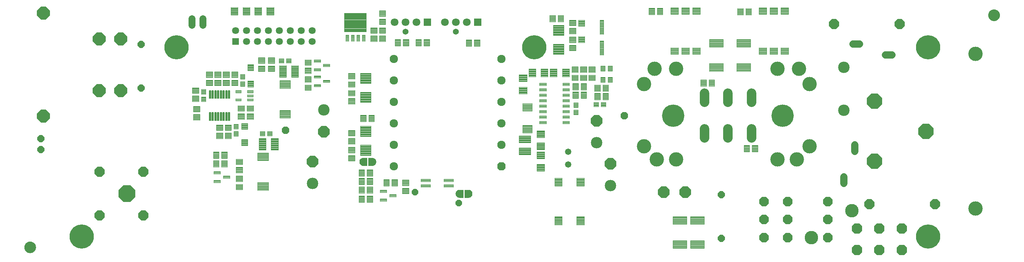
<source format=gts>
G75*
%MOIN*%
%OFA0B0*%
%FSLAX25Y25*%
%IPPOS*%
%LPD*%
%AMOC8*
5,1,8,0,0,1.08239X$1,22.5*
%
%ADD10C,0.13098*%
%ADD11C,0.00500*%
%ADD12OC8,0.09350*%
%ADD13C,0.10500*%
%ADD14C,0.06500*%
%ADD15OC8,0.06500*%
%ADD16C,0.00455*%
%ADD17C,0.00449*%
%ADD18C,0.00454*%
%ADD19OC8,0.10500*%
%ADD20C,0.00432*%
%ADD21C,0.05815*%
%ADD22OC8,0.08768*%
%ADD23C,0.07587*%
%ADD24OC8,0.07587*%
%ADD25C,0.12311*%
%ADD26OC8,0.13886*%
%ADD27OC8,0.11768*%
%ADD28C,0.20500*%
%ADD29OC8,0.09100*%
%ADD30OC8,0.15500*%
%ADD31C,0.08750*%
%ADD32C,0.00444*%
%ADD33R,0.07100X0.07100*%
%ADD34C,0.07100*%
%ADD35C,0.05421*%
%ADD36R,0.06406X0.06406*%
%ADD37C,0.06406*%
%ADD38C,0.06406*%
%ADD39OC8,0.06996*%
%ADD40C,0.00398*%
%ADD41OC8,0.05900*%
%ADD42C,0.00487*%
%ADD43C,0.00408*%
%ADD44C,0.00493*%
%ADD45C,0.00421*%
%ADD46C,0.00100*%
%ADD47C,0.00455*%
%ADD48C,0.00486*%
%ADD49OC8,0.06406*%
%ADD50OC8,0.09555*%
%ADD51C,0.00551*%
%ADD52C,0.00488*%
%ADD53C,0.00349*%
%ADD54C,0.22154*%
D10*
X0615657Y0140823D03*
X0627468Y0129012D03*
X0645184Y0129012D03*
X0737704Y0129012D03*
X0755421Y0129012D03*
X0767232Y0140823D03*
X0767232Y0197909D03*
X0757389Y0211689D03*
X0737704Y0211689D03*
X0645184Y0211689D03*
X0625499Y0211689D03*
X0615657Y0197909D03*
X0918807Y0225469D03*
X0918807Y0083736D03*
D11*
X0051419Y0044473D02*
X0050803Y0045089D01*
X0050303Y0045803D01*
X0049935Y0046593D01*
X0049709Y0047435D01*
X0049633Y0048303D01*
X0049709Y0049171D01*
X0049935Y0050013D01*
X0050303Y0050803D01*
X0050803Y0051517D01*
X0051419Y0052133D01*
X0052133Y0052633D01*
X0052923Y0053002D01*
X0053765Y0053227D01*
X0054633Y0053303D01*
X0055502Y0053227D01*
X0056343Y0053002D01*
X0057133Y0052633D01*
X0057847Y0052133D01*
X0058463Y0051517D01*
X0058963Y0050803D01*
X0059332Y0050013D01*
X0059557Y0049171D01*
X0059633Y0048303D01*
X0059557Y0047435D01*
X0059332Y0046593D01*
X0058963Y0045803D01*
X0058463Y0045089D01*
X0057847Y0044473D01*
X0057133Y0043973D01*
X0056343Y0043605D01*
X0055502Y0043379D01*
X0054633Y0043303D01*
X0053765Y0043379D01*
X0052923Y0043605D01*
X0052133Y0043973D01*
X0051419Y0044473D01*
X0051426Y0044468D02*
X0057841Y0044468D01*
X0058341Y0044967D02*
X0050925Y0044967D01*
X0050540Y0045465D02*
X0058727Y0045465D01*
X0059038Y0045964D02*
X0050228Y0045964D01*
X0049996Y0046462D02*
X0059271Y0046462D01*
X0059430Y0046961D02*
X0049836Y0046961D01*
X0049707Y0047459D02*
X0059559Y0047459D01*
X0059603Y0047958D02*
X0049663Y0047958D01*
X0049647Y0048456D02*
X0059620Y0048456D01*
X0059576Y0048955D02*
X0049690Y0048955D01*
X0049785Y0049453D02*
X0059482Y0049453D01*
X0059348Y0049952D02*
X0049918Y0049952D01*
X0050139Y0050450D02*
X0059128Y0050450D01*
X0058861Y0050949D02*
X0050405Y0050949D01*
X0050754Y0051447D02*
X0058512Y0051447D01*
X0058035Y0051946D02*
X0051232Y0051946D01*
X0051864Y0052444D02*
X0057403Y0052444D01*
X0056469Y0052943D02*
X0052797Y0052943D01*
X0052140Y0043970D02*
X0057126Y0043970D01*
X0055846Y0043471D02*
X0053421Y0043471D01*
X0930827Y0260033D02*
X0930751Y0260902D01*
X0930827Y0261770D01*
X0931053Y0262612D01*
X0931421Y0263402D01*
X0931921Y0264116D01*
X0932537Y0264732D01*
X0933251Y0265232D01*
X0934041Y0265600D01*
X0934883Y0265826D01*
X0935751Y0265902D01*
X0936620Y0265826D01*
X0937461Y0265600D01*
X0938251Y0265232D01*
X0938965Y0264732D01*
X0939582Y0264116D01*
X0940082Y0263402D01*
X0940450Y0262612D01*
X0940675Y0261770D01*
X0940751Y0260902D01*
X0940675Y0260033D01*
X0940450Y0259191D01*
X0940082Y0258402D01*
X0939582Y0257688D01*
X0938965Y0257071D01*
X0938251Y0256571D01*
X0937461Y0256203D01*
X0936620Y0255978D01*
X0935751Y0255902D01*
X0934883Y0255978D01*
X0934041Y0256203D01*
X0933251Y0256571D01*
X0932537Y0257071D01*
X0931921Y0257688D01*
X0931421Y0258402D01*
X0931053Y0259191D01*
X0930827Y0260033D01*
X0930883Y0259825D02*
X0940620Y0259825D01*
X0940701Y0260324D02*
X0930802Y0260324D01*
X0930758Y0260822D02*
X0940744Y0260822D01*
X0940715Y0261321D02*
X0930788Y0261321D01*
X0930841Y0261819D02*
X0940662Y0261819D01*
X0940529Y0262318D02*
X0930974Y0262318D01*
X0931148Y0262816D02*
X0940354Y0262816D01*
X0940122Y0263315D02*
X0931381Y0263315D01*
X0931710Y0263813D02*
X0939793Y0263813D01*
X0939385Y0264312D02*
X0932117Y0264312D01*
X0932650Y0264810D02*
X0938853Y0264810D01*
X0938086Y0265309D02*
X0933417Y0265309D01*
X0934815Y0265807D02*
X0936688Y0265807D01*
X0940486Y0259327D02*
X0931017Y0259327D01*
X0931222Y0258828D02*
X0940280Y0258828D01*
X0940031Y0258330D02*
X0931472Y0258330D01*
X0931821Y0257831D02*
X0939682Y0257831D01*
X0939227Y0257333D02*
X0932276Y0257333D01*
X0932876Y0256834D02*
X0938627Y0256834D01*
X0937746Y0256336D02*
X0933757Y0256336D01*
D12*
X0849541Y0252742D03*
X0789541Y0252742D03*
X0821791Y0087742D03*
X0881791Y0087742D03*
D13*
X0798541Y0173742D03*
X0798541Y0213112D03*
X0572572Y0144242D03*
X0585072Y0104992D03*
X0323072Y0174242D03*
X0312822Y0106742D03*
D14*
X0798541Y0106728D02*
X0798541Y0112728D01*
X0808541Y0136256D02*
X0808541Y0142256D01*
X0836305Y0224492D02*
X0842305Y0224492D01*
X0812777Y0234492D02*
X0806777Y0234492D01*
D15*
X0686322Y0096492D03*
X0686322Y0056492D03*
X0156041Y0194274D03*
X0156041Y0234274D03*
D16*
X0282628Y0201141D02*
X0292516Y0201141D01*
X0292516Y0194009D01*
X0282628Y0194009D01*
X0282628Y0201141D01*
X0282628Y0194463D02*
X0292516Y0194463D01*
X0292516Y0194917D02*
X0282628Y0194917D01*
X0282628Y0195371D02*
X0292516Y0195371D01*
X0292516Y0195825D02*
X0282628Y0195825D01*
X0282628Y0196279D02*
X0292516Y0196279D01*
X0292516Y0196733D02*
X0282628Y0196733D01*
X0282628Y0197187D02*
X0292516Y0197187D01*
X0292516Y0197641D02*
X0282628Y0197641D01*
X0282628Y0198095D02*
X0292516Y0198095D01*
X0292516Y0198549D02*
X0282628Y0198549D01*
X0282628Y0199003D02*
X0292516Y0199003D01*
X0292516Y0199457D02*
X0282628Y0199457D01*
X0282628Y0199911D02*
X0292516Y0199911D01*
X0292516Y0200365D02*
X0282628Y0200365D01*
X0282628Y0200819D02*
X0292516Y0200819D01*
X0292516Y0173975D02*
X0282628Y0173975D01*
X0292516Y0173975D02*
X0292516Y0166843D01*
X0282628Y0166843D01*
X0282628Y0173975D01*
X0282628Y0167297D02*
X0292516Y0167297D01*
X0292516Y0167751D02*
X0282628Y0167751D01*
X0282628Y0168205D02*
X0292516Y0168205D01*
X0292516Y0168659D02*
X0282628Y0168659D01*
X0282628Y0169113D02*
X0292516Y0169113D01*
X0292516Y0169567D02*
X0282628Y0169567D01*
X0282628Y0170021D02*
X0292516Y0170021D01*
X0292516Y0170475D02*
X0282628Y0170475D01*
X0282628Y0170929D02*
X0292516Y0170929D01*
X0292516Y0171383D02*
X0282628Y0171383D01*
X0282628Y0171837D02*
X0292516Y0171837D01*
X0292516Y0172291D02*
X0282628Y0172291D01*
X0282628Y0172745D02*
X0292516Y0172745D01*
X0292516Y0173199D02*
X0282628Y0173199D01*
X0282628Y0173653D02*
X0292516Y0173653D01*
X0272266Y0134891D02*
X0262378Y0134891D01*
X0272266Y0134891D02*
X0272266Y0127759D01*
X0262378Y0127759D01*
X0262378Y0134891D01*
X0262378Y0128213D02*
X0272266Y0128213D01*
X0272266Y0128667D02*
X0262378Y0128667D01*
X0262378Y0129121D02*
X0272266Y0129121D01*
X0272266Y0129575D02*
X0262378Y0129575D01*
X0262378Y0130029D02*
X0272266Y0130029D01*
X0272266Y0130483D02*
X0262378Y0130483D01*
X0262378Y0130937D02*
X0272266Y0130937D01*
X0272266Y0131391D02*
X0262378Y0131391D01*
X0262378Y0131845D02*
X0272266Y0131845D01*
X0272266Y0132299D02*
X0262378Y0132299D01*
X0262378Y0132753D02*
X0272266Y0132753D01*
X0272266Y0133207D02*
X0262378Y0133207D01*
X0262378Y0133661D02*
X0272266Y0133661D01*
X0272266Y0134115D02*
X0262378Y0134115D01*
X0262378Y0134569D02*
X0272266Y0134569D01*
X0272266Y0107725D02*
X0262378Y0107725D01*
X0272266Y0107725D02*
X0272266Y0100593D01*
X0262378Y0100593D01*
X0262378Y0107725D01*
X0262378Y0101047D02*
X0272266Y0101047D01*
X0272266Y0101501D02*
X0262378Y0101501D01*
X0262378Y0101955D02*
X0272266Y0101955D01*
X0272266Y0102409D02*
X0262378Y0102409D01*
X0262378Y0102863D02*
X0272266Y0102863D01*
X0272266Y0103317D02*
X0262378Y0103317D01*
X0262378Y0103771D02*
X0272266Y0103771D01*
X0272266Y0104225D02*
X0262378Y0104225D01*
X0262378Y0104679D02*
X0272266Y0104679D01*
X0272266Y0105133D02*
X0262378Y0105133D01*
X0262378Y0105587D02*
X0272266Y0105587D01*
X0272266Y0106041D02*
X0262378Y0106041D01*
X0262378Y0106495D02*
X0272266Y0106495D01*
X0272266Y0106949D02*
X0262378Y0106949D01*
X0262378Y0107403D02*
X0272266Y0107403D01*
X0513425Y0153137D02*
X0513425Y0160269D01*
X0513425Y0153137D02*
X0504719Y0153137D01*
X0504719Y0160269D01*
X0513425Y0160269D01*
X0513425Y0153591D02*
X0504719Y0153591D01*
X0504719Y0154045D02*
X0513425Y0154045D01*
X0513425Y0154499D02*
X0504719Y0154499D01*
X0504719Y0154953D02*
X0513425Y0154953D01*
X0513425Y0155407D02*
X0504719Y0155407D01*
X0504719Y0155861D02*
X0513425Y0155861D01*
X0513425Y0156315D02*
X0504719Y0156315D01*
X0504719Y0156769D02*
X0513425Y0156769D01*
X0513425Y0157223D02*
X0504719Y0157223D01*
X0504719Y0157677D02*
X0513425Y0157677D01*
X0513425Y0158131D02*
X0504719Y0158131D01*
X0504719Y0158585D02*
X0513425Y0158585D01*
X0513425Y0159039D02*
X0504719Y0159039D01*
X0504719Y0159493D02*
X0513425Y0159493D01*
X0513425Y0159947D02*
X0504719Y0159947D01*
X0513425Y0173215D02*
X0513425Y0180347D01*
X0513425Y0173215D02*
X0504719Y0173215D01*
X0504719Y0180347D01*
X0513425Y0180347D01*
X0513425Y0173669D02*
X0504719Y0173669D01*
X0504719Y0174123D02*
X0513425Y0174123D01*
X0513425Y0174577D02*
X0504719Y0174577D01*
X0504719Y0175031D02*
X0513425Y0175031D01*
X0513425Y0175485D02*
X0504719Y0175485D01*
X0504719Y0175939D02*
X0513425Y0175939D01*
X0513425Y0176393D02*
X0504719Y0176393D01*
X0504719Y0176847D02*
X0513425Y0176847D01*
X0513425Y0177301D02*
X0504719Y0177301D01*
X0504719Y0177755D02*
X0513425Y0177755D01*
X0513425Y0178209D02*
X0504719Y0178209D01*
X0504719Y0178663D02*
X0513425Y0178663D01*
X0513425Y0179117D02*
X0504719Y0179117D01*
X0504719Y0179571D02*
X0513425Y0179571D01*
X0513425Y0180025D02*
X0504719Y0180025D01*
X0675500Y0209653D02*
X0675500Y0216785D01*
X0688144Y0216785D01*
X0688144Y0209653D01*
X0675500Y0209653D01*
X0675500Y0210107D02*
X0688144Y0210107D01*
X0688144Y0210561D02*
X0675500Y0210561D01*
X0675500Y0211015D02*
X0688144Y0211015D01*
X0688144Y0211469D02*
X0675500Y0211469D01*
X0675500Y0211923D02*
X0688144Y0211923D01*
X0688144Y0212377D02*
X0675500Y0212377D01*
X0675500Y0212831D02*
X0688144Y0212831D01*
X0688144Y0213285D02*
X0675500Y0213285D01*
X0675500Y0213739D02*
X0688144Y0213739D01*
X0688144Y0214193D02*
X0675500Y0214193D01*
X0675500Y0214647D02*
X0688144Y0214647D01*
X0688144Y0215101D02*
X0675500Y0215101D01*
X0675500Y0215555D02*
X0688144Y0215555D01*
X0688144Y0216009D02*
X0675500Y0216009D01*
X0675500Y0216463D02*
X0688144Y0216463D01*
X0700500Y0216785D02*
X0700500Y0209653D01*
X0700500Y0216785D02*
X0713144Y0216785D01*
X0713144Y0209653D01*
X0700500Y0209653D01*
X0700500Y0210107D02*
X0713144Y0210107D01*
X0713144Y0210561D02*
X0700500Y0210561D01*
X0700500Y0211015D02*
X0713144Y0211015D01*
X0713144Y0211469D02*
X0700500Y0211469D01*
X0700500Y0211923D02*
X0713144Y0211923D01*
X0713144Y0212377D02*
X0700500Y0212377D01*
X0700500Y0212831D02*
X0713144Y0212831D01*
X0713144Y0213285D02*
X0700500Y0213285D01*
X0700500Y0213739D02*
X0713144Y0213739D01*
X0713144Y0214193D02*
X0700500Y0214193D01*
X0700500Y0214647D02*
X0713144Y0214647D01*
X0713144Y0215101D02*
X0700500Y0215101D01*
X0700500Y0215555D02*
X0713144Y0215555D01*
X0713144Y0216009D02*
X0700500Y0216009D01*
X0700500Y0216463D02*
X0713144Y0216463D01*
X0700500Y0231700D02*
X0700500Y0238832D01*
X0713144Y0238832D01*
X0713144Y0231700D01*
X0700500Y0231700D01*
X0700500Y0232154D02*
X0713144Y0232154D01*
X0713144Y0232608D02*
X0700500Y0232608D01*
X0700500Y0233062D02*
X0713144Y0233062D01*
X0713144Y0233516D02*
X0700500Y0233516D01*
X0700500Y0233970D02*
X0713144Y0233970D01*
X0713144Y0234424D02*
X0700500Y0234424D01*
X0700500Y0234878D02*
X0713144Y0234878D01*
X0713144Y0235332D02*
X0700500Y0235332D01*
X0700500Y0235786D02*
X0713144Y0235786D01*
X0713144Y0236240D02*
X0700500Y0236240D01*
X0700500Y0236694D02*
X0713144Y0236694D01*
X0713144Y0237148D02*
X0700500Y0237148D01*
X0700500Y0237602D02*
X0713144Y0237602D01*
X0713144Y0238056D02*
X0700500Y0238056D01*
X0700500Y0238510D02*
X0713144Y0238510D01*
X0675500Y0238832D02*
X0675500Y0231700D01*
X0675500Y0238832D02*
X0688144Y0238832D01*
X0688144Y0231700D01*
X0675500Y0231700D01*
X0675500Y0232154D02*
X0688144Y0232154D01*
X0688144Y0232608D02*
X0675500Y0232608D01*
X0675500Y0233062D02*
X0688144Y0233062D01*
X0688144Y0233516D02*
X0675500Y0233516D01*
X0675500Y0233970D02*
X0688144Y0233970D01*
X0688144Y0234424D02*
X0675500Y0234424D01*
X0675500Y0234878D02*
X0688144Y0234878D01*
X0688144Y0235332D02*
X0675500Y0235332D01*
X0675500Y0235786D02*
X0688144Y0235786D01*
X0688144Y0236240D02*
X0675500Y0236240D01*
X0675500Y0236694D02*
X0688144Y0236694D01*
X0688144Y0237148D02*
X0675500Y0237148D01*
X0675500Y0237602D02*
X0688144Y0237602D01*
X0688144Y0238056D02*
X0675500Y0238056D01*
X0675500Y0238510D02*
X0688144Y0238510D01*
X0658000Y0076582D02*
X0658000Y0069450D01*
X0658000Y0076582D02*
X0670644Y0076582D01*
X0670644Y0069450D01*
X0658000Y0069450D01*
X0658000Y0069904D02*
X0670644Y0069904D01*
X0670644Y0070358D02*
X0658000Y0070358D01*
X0658000Y0070812D02*
X0670644Y0070812D01*
X0670644Y0071266D02*
X0658000Y0071266D01*
X0658000Y0071720D02*
X0670644Y0071720D01*
X0670644Y0072174D02*
X0658000Y0072174D01*
X0658000Y0072628D02*
X0670644Y0072628D01*
X0670644Y0073082D02*
X0658000Y0073082D01*
X0658000Y0073536D02*
X0670644Y0073536D01*
X0670644Y0073990D02*
X0658000Y0073990D01*
X0658000Y0074444D02*
X0670644Y0074444D01*
X0670644Y0074898D02*
X0658000Y0074898D01*
X0658000Y0075352D02*
X0670644Y0075352D01*
X0670644Y0075806D02*
X0658000Y0075806D01*
X0658000Y0076260D02*
X0670644Y0076260D01*
X0642250Y0076582D02*
X0642250Y0069450D01*
X0642250Y0076582D02*
X0654894Y0076582D01*
X0654894Y0069450D01*
X0642250Y0069450D01*
X0642250Y0069904D02*
X0654894Y0069904D01*
X0654894Y0070358D02*
X0642250Y0070358D01*
X0642250Y0070812D02*
X0654894Y0070812D01*
X0654894Y0071266D02*
X0642250Y0071266D01*
X0642250Y0071720D02*
X0654894Y0071720D01*
X0654894Y0072174D02*
X0642250Y0072174D01*
X0642250Y0072628D02*
X0654894Y0072628D01*
X0654894Y0073082D02*
X0642250Y0073082D01*
X0642250Y0073536D02*
X0654894Y0073536D01*
X0654894Y0073990D02*
X0642250Y0073990D01*
X0642250Y0074444D02*
X0654894Y0074444D01*
X0654894Y0074898D02*
X0642250Y0074898D01*
X0642250Y0075352D02*
X0654894Y0075352D01*
X0654894Y0075806D02*
X0642250Y0075806D01*
X0642250Y0076260D02*
X0654894Y0076260D01*
X0642250Y0054535D02*
X0642250Y0047403D01*
X0642250Y0054535D02*
X0654894Y0054535D01*
X0654894Y0047403D01*
X0642250Y0047403D01*
X0642250Y0047857D02*
X0654894Y0047857D01*
X0654894Y0048311D02*
X0642250Y0048311D01*
X0642250Y0048765D02*
X0654894Y0048765D01*
X0654894Y0049219D02*
X0642250Y0049219D01*
X0642250Y0049673D02*
X0654894Y0049673D01*
X0654894Y0050127D02*
X0642250Y0050127D01*
X0642250Y0050581D02*
X0654894Y0050581D01*
X0654894Y0051035D02*
X0642250Y0051035D01*
X0642250Y0051489D02*
X0654894Y0051489D01*
X0654894Y0051943D02*
X0642250Y0051943D01*
X0642250Y0052397D02*
X0654894Y0052397D01*
X0654894Y0052851D02*
X0642250Y0052851D01*
X0642250Y0053305D02*
X0654894Y0053305D01*
X0654894Y0053759D02*
X0642250Y0053759D01*
X0642250Y0054213D02*
X0654894Y0054213D01*
X0658000Y0054535D02*
X0658000Y0047403D01*
X0658000Y0054535D02*
X0670644Y0054535D01*
X0670644Y0047403D01*
X0658000Y0047403D01*
X0658000Y0047857D02*
X0670644Y0047857D01*
X0670644Y0048311D02*
X0658000Y0048311D01*
X0658000Y0048765D02*
X0670644Y0048765D01*
X0670644Y0049219D02*
X0658000Y0049219D01*
X0658000Y0049673D02*
X0670644Y0049673D01*
X0670644Y0050127D02*
X0658000Y0050127D01*
X0658000Y0050581D02*
X0670644Y0050581D01*
X0670644Y0051035D02*
X0658000Y0051035D01*
X0658000Y0051489D02*
X0670644Y0051489D01*
X0670644Y0051943D02*
X0658000Y0051943D01*
X0658000Y0052397D02*
X0670644Y0052397D01*
X0670644Y0052851D02*
X0658000Y0052851D01*
X0658000Y0053305D02*
X0670644Y0053305D01*
X0670644Y0053759D02*
X0658000Y0053759D01*
X0658000Y0054213D02*
X0670644Y0054213D01*
D17*
X0394843Y0097417D02*
X0394843Y0102587D01*
X0400801Y0102587D01*
X0400801Y0097417D01*
X0394843Y0097417D01*
X0394843Y0097865D02*
X0400801Y0097865D01*
X0400801Y0098313D02*
X0394843Y0098313D01*
X0394843Y0098761D02*
X0400801Y0098761D01*
X0400801Y0099209D02*
X0394843Y0099209D01*
X0394843Y0099657D02*
X0400801Y0099657D01*
X0400801Y0100105D02*
X0394843Y0100105D01*
X0394843Y0100553D02*
X0400801Y0100553D01*
X0400801Y0101001D02*
X0394843Y0101001D01*
X0394843Y0101449D02*
X0400801Y0101449D01*
X0400801Y0101897D02*
X0394843Y0101897D01*
X0394843Y0102345D02*
X0400801Y0102345D01*
X0394843Y0104897D02*
X0394843Y0110067D01*
X0400801Y0110067D01*
X0400801Y0104897D01*
X0394843Y0104897D01*
X0394843Y0105345D02*
X0400801Y0105345D01*
X0400801Y0105793D02*
X0394843Y0105793D01*
X0394843Y0106241D02*
X0400801Y0106241D01*
X0400801Y0106689D02*
X0394843Y0106689D01*
X0394843Y0107137D02*
X0400801Y0107137D01*
X0400801Y0107585D02*
X0394843Y0107585D01*
X0394843Y0108033D02*
X0400801Y0108033D01*
X0400801Y0108481D02*
X0394843Y0108481D01*
X0394843Y0108929D02*
X0400801Y0108929D01*
X0400801Y0109377D02*
X0394843Y0109377D01*
X0394843Y0109825D02*
X0400801Y0109825D01*
X0390397Y0104513D02*
X0385227Y0104513D01*
X0385227Y0110471D01*
X0390397Y0110471D01*
X0390397Y0104513D01*
X0390397Y0104961D02*
X0385227Y0104961D01*
X0385227Y0105409D02*
X0390397Y0105409D01*
X0390397Y0105857D02*
X0385227Y0105857D01*
X0385227Y0106305D02*
X0390397Y0106305D01*
X0390397Y0106753D02*
X0385227Y0106753D01*
X0385227Y0107201D02*
X0390397Y0107201D01*
X0390397Y0107649D02*
X0385227Y0107649D01*
X0385227Y0108097D02*
X0390397Y0108097D01*
X0390397Y0108545D02*
X0385227Y0108545D01*
X0385227Y0108993D02*
X0390397Y0108993D01*
X0390397Y0109441D02*
X0385227Y0109441D01*
X0385227Y0109889D02*
X0390397Y0109889D01*
X0390397Y0110337D02*
X0385227Y0110337D01*
X0382917Y0104513D02*
X0377747Y0104513D01*
X0377747Y0110471D01*
X0382917Y0110471D01*
X0382917Y0104513D01*
X0382917Y0104961D02*
X0377747Y0104961D01*
X0377747Y0105409D02*
X0382917Y0105409D01*
X0382917Y0105857D02*
X0377747Y0105857D01*
X0377747Y0106305D02*
X0382917Y0106305D01*
X0382917Y0106753D02*
X0377747Y0106753D01*
X0377747Y0107201D02*
X0382917Y0107201D01*
X0382917Y0107649D02*
X0377747Y0107649D01*
X0377747Y0108097D02*
X0382917Y0108097D01*
X0382917Y0108545D02*
X0377747Y0108545D01*
X0377747Y0108993D02*
X0382917Y0108993D01*
X0382917Y0109441D02*
X0377747Y0109441D01*
X0377747Y0109889D02*
X0382917Y0109889D01*
X0382917Y0110337D02*
X0377747Y0110337D01*
X0367647Y0105763D02*
X0362477Y0105763D01*
X0362477Y0111721D01*
X0367647Y0111721D01*
X0367647Y0105763D01*
X0367647Y0106211D02*
X0362477Y0106211D01*
X0362477Y0106659D02*
X0367647Y0106659D01*
X0367647Y0107107D02*
X0362477Y0107107D01*
X0362477Y0107555D02*
X0367647Y0107555D01*
X0367647Y0108003D02*
X0362477Y0108003D01*
X0362477Y0108451D02*
X0367647Y0108451D01*
X0367647Y0108899D02*
X0362477Y0108899D01*
X0362477Y0109347D02*
X0367647Y0109347D01*
X0367647Y0109795D02*
X0362477Y0109795D01*
X0362477Y0110243D02*
X0367647Y0110243D01*
X0367647Y0110691D02*
X0362477Y0110691D01*
X0362477Y0111139D02*
X0367647Y0111139D01*
X0367647Y0111587D02*
X0362477Y0111587D01*
X0360167Y0105763D02*
X0354997Y0105763D01*
X0354997Y0111721D01*
X0360167Y0111721D01*
X0360167Y0105763D01*
X0360167Y0106211D02*
X0354997Y0106211D01*
X0354997Y0106659D02*
X0360167Y0106659D01*
X0360167Y0107107D02*
X0354997Y0107107D01*
X0354997Y0107555D02*
X0360167Y0107555D01*
X0360167Y0108003D02*
X0354997Y0108003D01*
X0354997Y0108451D02*
X0360167Y0108451D01*
X0360167Y0108899D02*
X0354997Y0108899D01*
X0354997Y0109347D02*
X0360167Y0109347D01*
X0360167Y0109795D02*
X0354997Y0109795D01*
X0354997Y0110243D02*
X0360167Y0110243D01*
X0360167Y0110691D02*
X0354997Y0110691D01*
X0354997Y0111139D02*
X0360167Y0111139D01*
X0360167Y0111587D02*
X0354997Y0111587D01*
X0354997Y0119471D02*
X0360167Y0119471D01*
X0360167Y0113513D01*
X0354997Y0113513D01*
X0354997Y0119471D01*
X0354997Y0113961D02*
X0360167Y0113961D01*
X0360167Y0114409D02*
X0354997Y0114409D01*
X0354997Y0114857D02*
X0360167Y0114857D01*
X0360167Y0115305D02*
X0354997Y0115305D01*
X0354997Y0115753D02*
X0360167Y0115753D01*
X0360167Y0116201D02*
X0354997Y0116201D01*
X0354997Y0116649D02*
X0360167Y0116649D01*
X0360167Y0117097D02*
X0354997Y0117097D01*
X0354997Y0117545D02*
X0360167Y0117545D01*
X0360167Y0117993D02*
X0354997Y0117993D01*
X0354997Y0118441D02*
X0360167Y0118441D01*
X0360167Y0118889D02*
X0354997Y0118889D01*
X0354997Y0119337D02*
X0360167Y0119337D01*
X0362477Y0119471D02*
X0367647Y0119471D01*
X0367647Y0113513D01*
X0362477Y0113513D01*
X0362477Y0119471D01*
X0362477Y0113961D02*
X0367647Y0113961D01*
X0367647Y0114409D02*
X0362477Y0114409D01*
X0362477Y0114857D02*
X0367647Y0114857D01*
X0367647Y0115305D02*
X0362477Y0115305D01*
X0362477Y0115753D02*
X0367647Y0115753D01*
X0367647Y0116201D02*
X0362477Y0116201D01*
X0362477Y0116649D02*
X0367647Y0116649D01*
X0367647Y0117097D02*
X0362477Y0117097D01*
X0362477Y0117545D02*
X0367647Y0117545D01*
X0367647Y0117993D02*
X0362477Y0117993D01*
X0362477Y0118441D02*
X0367647Y0118441D01*
X0367647Y0118889D02*
X0362477Y0118889D01*
X0362477Y0119337D02*
X0367647Y0119337D01*
X0345343Y0127417D02*
X0345343Y0132587D01*
X0351301Y0132587D01*
X0351301Y0127417D01*
X0345343Y0127417D01*
X0345343Y0127865D02*
X0351301Y0127865D01*
X0351301Y0128313D02*
X0345343Y0128313D01*
X0345343Y0128761D02*
X0351301Y0128761D01*
X0351301Y0129209D02*
X0345343Y0129209D01*
X0345343Y0129657D02*
X0351301Y0129657D01*
X0351301Y0130105D02*
X0345343Y0130105D01*
X0345343Y0130553D02*
X0351301Y0130553D01*
X0351301Y0131001D02*
X0345343Y0131001D01*
X0345343Y0131449D02*
X0351301Y0131449D01*
X0351301Y0131897D02*
X0345343Y0131897D01*
X0345343Y0132345D02*
X0351301Y0132345D01*
X0345343Y0134897D02*
X0345343Y0140067D01*
X0351301Y0140067D01*
X0351301Y0134897D01*
X0345343Y0134897D01*
X0345343Y0135345D02*
X0351301Y0135345D01*
X0351301Y0135793D02*
X0345343Y0135793D01*
X0345343Y0136241D02*
X0351301Y0136241D01*
X0351301Y0136689D02*
X0345343Y0136689D01*
X0345343Y0137137D02*
X0351301Y0137137D01*
X0351301Y0137585D02*
X0345343Y0137585D01*
X0345343Y0138033D02*
X0351301Y0138033D01*
X0351301Y0138481D02*
X0345343Y0138481D01*
X0345343Y0138929D02*
X0351301Y0138929D01*
X0351301Y0139377D02*
X0345343Y0139377D01*
X0345343Y0139825D02*
X0351301Y0139825D01*
X0345343Y0142917D02*
X0345343Y0148087D01*
X0351301Y0148087D01*
X0351301Y0142917D01*
X0345343Y0142917D01*
X0345343Y0143365D02*
X0351301Y0143365D01*
X0351301Y0143813D02*
X0345343Y0143813D01*
X0345343Y0144261D02*
X0351301Y0144261D01*
X0351301Y0144709D02*
X0345343Y0144709D01*
X0345343Y0145157D02*
X0351301Y0145157D01*
X0351301Y0145605D02*
X0345343Y0145605D01*
X0345343Y0146053D02*
X0351301Y0146053D01*
X0351301Y0146501D02*
X0345343Y0146501D01*
X0345343Y0146949D02*
X0351301Y0146949D01*
X0351301Y0147397D02*
X0345343Y0147397D01*
X0345343Y0147845D02*
X0351301Y0147845D01*
X0345343Y0150397D02*
X0345343Y0155567D01*
X0351301Y0155567D01*
X0351301Y0150397D01*
X0345343Y0150397D01*
X0345343Y0150845D02*
X0351301Y0150845D01*
X0351301Y0151293D02*
X0345343Y0151293D01*
X0345343Y0151741D02*
X0351301Y0151741D01*
X0351301Y0152189D02*
X0345343Y0152189D01*
X0345343Y0152637D02*
X0351301Y0152637D01*
X0351301Y0153085D02*
X0345343Y0153085D01*
X0345343Y0153533D02*
X0351301Y0153533D01*
X0351301Y0153981D02*
X0345343Y0153981D01*
X0345343Y0154429D02*
X0351301Y0154429D01*
X0351301Y0154877D02*
X0345343Y0154877D01*
X0345343Y0155325D02*
X0351301Y0155325D01*
X0356497Y0169471D02*
X0361667Y0169471D01*
X0361667Y0163513D01*
X0356497Y0163513D01*
X0356497Y0169471D01*
X0356497Y0163961D02*
X0361667Y0163961D01*
X0361667Y0164409D02*
X0356497Y0164409D01*
X0356497Y0164857D02*
X0361667Y0164857D01*
X0361667Y0165305D02*
X0356497Y0165305D01*
X0356497Y0165753D02*
X0361667Y0165753D01*
X0361667Y0166201D02*
X0356497Y0166201D01*
X0356497Y0166649D02*
X0361667Y0166649D01*
X0361667Y0167097D02*
X0356497Y0167097D01*
X0356497Y0167545D02*
X0361667Y0167545D01*
X0361667Y0167993D02*
X0356497Y0167993D01*
X0356497Y0168441D02*
X0361667Y0168441D01*
X0361667Y0168889D02*
X0356497Y0168889D01*
X0356497Y0169337D02*
X0361667Y0169337D01*
X0363977Y0169471D02*
X0369147Y0169471D01*
X0369147Y0163513D01*
X0363977Y0163513D01*
X0363977Y0169471D01*
X0363977Y0163961D02*
X0369147Y0163961D01*
X0369147Y0164409D02*
X0363977Y0164409D01*
X0363977Y0164857D02*
X0369147Y0164857D01*
X0369147Y0165305D02*
X0363977Y0165305D01*
X0363977Y0165753D02*
X0369147Y0165753D01*
X0369147Y0166201D02*
X0363977Y0166201D01*
X0363977Y0166649D02*
X0369147Y0166649D01*
X0369147Y0167097D02*
X0363977Y0167097D01*
X0363977Y0167545D02*
X0369147Y0167545D01*
X0369147Y0167993D02*
X0363977Y0167993D01*
X0363977Y0168441D02*
X0369147Y0168441D01*
X0369147Y0168889D02*
X0363977Y0168889D01*
X0363977Y0169337D02*
X0369147Y0169337D01*
X0351301Y0179667D02*
X0351301Y0184837D01*
X0351301Y0179667D02*
X0345343Y0179667D01*
X0345343Y0184837D01*
X0351301Y0184837D01*
X0351301Y0180115D02*
X0345343Y0180115D01*
X0345343Y0180563D02*
X0351301Y0180563D01*
X0351301Y0181011D02*
X0345343Y0181011D01*
X0345343Y0181459D02*
X0351301Y0181459D01*
X0351301Y0181907D02*
X0345343Y0181907D01*
X0345343Y0182355D02*
X0351301Y0182355D01*
X0351301Y0182803D02*
X0345343Y0182803D01*
X0345343Y0183251D02*
X0351301Y0183251D01*
X0351301Y0183699D02*
X0345343Y0183699D01*
X0345343Y0184147D02*
X0351301Y0184147D01*
X0351301Y0184595D02*
X0345343Y0184595D01*
X0351301Y0187147D02*
X0351301Y0192317D01*
X0351301Y0187147D02*
X0345343Y0187147D01*
X0345343Y0192317D01*
X0351301Y0192317D01*
X0351301Y0187595D02*
X0345343Y0187595D01*
X0345343Y0188043D02*
X0351301Y0188043D01*
X0351301Y0188491D02*
X0345343Y0188491D01*
X0345343Y0188939D02*
X0351301Y0188939D01*
X0351301Y0189387D02*
X0345343Y0189387D01*
X0345343Y0189835D02*
X0351301Y0189835D01*
X0351301Y0190283D02*
X0345343Y0190283D01*
X0345343Y0190731D02*
X0351301Y0190731D01*
X0351301Y0191179D02*
X0345343Y0191179D01*
X0345343Y0191627D02*
X0351301Y0191627D01*
X0351301Y0192075D02*
X0345343Y0192075D01*
X0351301Y0195167D02*
X0351301Y0200337D01*
X0351301Y0195167D02*
X0345343Y0195167D01*
X0345343Y0200337D01*
X0351301Y0200337D01*
X0351301Y0195615D02*
X0345343Y0195615D01*
X0345343Y0196063D02*
X0351301Y0196063D01*
X0351301Y0196511D02*
X0345343Y0196511D01*
X0345343Y0196959D02*
X0351301Y0196959D01*
X0351301Y0197407D02*
X0345343Y0197407D01*
X0345343Y0197855D02*
X0351301Y0197855D01*
X0351301Y0198303D02*
X0345343Y0198303D01*
X0345343Y0198751D02*
X0351301Y0198751D01*
X0351301Y0199199D02*
X0345343Y0199199D01*
X0345343Y0199647D02*
X0351301Y0199647D01*
X0351301Y0200095D02*
X0345343Y0200095D01*
X0351301Y0202647D02*
X0351301Y0207817D01*
X0351301Y0202647D02*
X0345343Y0202647D01*
X0345343Y0207817D01*
X0351301Y0207817D01*
X0351301Y0203095D02*
X0345343Y0203095D01*
X0345343Y0203543D02*
X0351301Y0203543D01*
X0351301Y0203991D02*
X0345343Y0203991D01*
X0345343Y0204439D02*
X0351301Y0204439D01*
X0351301Y0204887D02*
X0345343Y0204887D01*
X0345343Y0205335D02*
X0351301Y0205335D01*
X0351301Y0205783D02*
X0345343Y0205783D01*
X0345343Y0206231D02*
X0351301Y0206231D01*
X0351301Y0206679D02*
X0345343Y0206679D01*
X0345343Y0207127D02*
X0351301Y0207127D01*
X0351301Y0207575D02*
X0345343Y0207575D01*
X0311551Y0207667D02*
X0311551Y0212837D01*
X0311551Y0207667D02*
X0305593Y0207667D01*
X0305593Y0212837D01*
X0311551Y0212837D01*
X0311551Y0208115D02*
X0305593Y0208115D01*
X0305593Y0208563D02*
X0311551Y0208563D01*
X0311551Y0209011D02*
X0305593Y0209011D01*
X0305593Y0209459D02*
X0311551Y0209459D01*
X0311551Y0209907D02*
X0305593Y0209907D01*
X0305593Y0210355D02*
X0311551Y0210355D01*
X0311551Y0210803D02*
X0305593Y0210803D01*
X0305593Y0211251D02*
X0311551Y0211251D01*
X0311551Y0211699D02*
X0305593Y0211699D01*
X0305593Y0212147D02*
X0311551Y0212147D01*
X0311551Y0212595D02*
X0305593Y0212595D01*
X0311551Y0215147D02*
X0311551Y0220317D01*
X0311551Y0215147D02*
X0305593Y0215147D01*
X0305593Y0220317D01*
X0311551Y0220317D01*
X0311551Y0215595D02*
X0305593Y0215595D01*
X0305593Y0216043D02*
X0311551Y0216043D01*
X0311551Y0216491D02*
X0305593Y0216491D01*
X0305593Y0216939D02*
X0311551Y0216939D01*
X0311551Y0217387D02*
X0305593Y0217387D01*
X0305593Y0217835D02*
X0311551Y0217835D01*
X0311551Y0218283D02*
X0305593Y0218283D01*
X0305593Y0218731D02*
X0311551Y0218731D01*
X0311551Y0219179D02*
X0305593Y0219179D01*
X0305593Y0219627D02*
X0311551Y0219627D01*
X0311551Y0220075D02*
X0305593Y0220075D01*
X0278051Y0222067D02*
X0278051Y0216897D01*
X0272093Y0216897D01*
X0272093Y0222067D01*
X0278051Y0222067D01*
X0278051Y0217345D02*
X0272093Y0217345D01*
X0272093Y0217793D02*
X0278051Y0217793D01*
X0278051Y0218241D02*
X0272093Y0218241D01*
X0272093Y0218689D02*
X0278051Y0218689D01*
X0278051Y0219137D02*
X0272093Y0219137D01*
X0272093Y0219585D02*
X0278051Y0219585D01*
X0278051Y0220033D02*
X0272093Y0220033D01*
X0272093Y0220481D02*
X0278051Y0220481D01*
X0278051Y0220929D02*
X0272093Y0220929D01*
X0272093Y0221377D02*
X0278051Y0221377D01*
X0278051Y0221825D02*
X0272093Y0221825D01*
X0269051Y0222067D02*
X0269051Y0216897D01*
X0263093Y0216897D01*
X0263093Y0222067D01*
X0269051Y0222067D01*
X0269051Y0217345D02*
X0263093Y0217345D01*
X0263093Y0217793D02*
X0269051Y0217793D01*
X0269051Y0218241D02*
X0263093Y0218241D01*
X0263093Y0218689D02*
X0269051Y0218689D01*
X0269051Y0219137D02*
X0263093Y0219137D01*
X0263093Y0219585D02*
X0269051Y0219585D01*
X0269051Y0220033D02*
X0263093Y0220033D01*
X0263093Y0220481D02*
X0269051Y0220481D01*
X0269051Y0220929D02*
X0263093Y0220929D01*
X0263093Y0221377D02*
X0269051Y0221377D01*
X0269051Y0221825D02*
X0263093Y0221825D01*
X0269051Y0214587D02*
X0269051Y0209417D01*
X0263093Y0209417D01*
X0263093Y0214587D01*
X0269051Y0214587D01*
X0269051Y0209865D02*
X0263093Y0209865D01*
X0263093Y0210313D02*
X0269051Y0210313D01*
X0269051Y0210761D02*
X0263093Y0210761D01*
X0263093Y0211209D02*
X0269051Y0211209D01*
X0269051Y0211657D02*
X0263093Y0211657D01*
X0263093Y0212105D02*
X0269051Y0212105D01*
X0269051Y0212553D02*
X0263093Y0212553D01*
X0263093Y0213001D02*
X0269051Y0213001D01*
X0269051Y0213449D02*
X0263093Y0213449D01*
X0263093Y0213897D02*
X0269051Y0213897D01*
X0269051Y0214345D02*
X0263093Y0214345D01*
X0278051Y0214587D02*
X0278051Y0209417D01*
X0272093Y0209417D01*
X0272093Y0214587D01*
X0278051Y0214587D01*
X0278051Y0209865D02*
X0272093Y0209865D01*
X0272093Y0210313D02*
X0278051Y0210313D01*
X0278051Y0210761D02*
X0272093Y0210761D01*
X0272093Y0211209D02*
X0278051Y0211209D01*
X0278051Y0211657D02*
X0272093Y0211657D01*
X0272093Y0212105D02*
X0278051Y0212105D01*
X0278051Y0212553D02*
X0272093Y0212553D01*
X0272093Y0213001D02*
X0278051Y0213001D01*
X0278051Y0213449D02*
X0272093Y0213449D01*
X0272093Y0213897D02*
X0278051Y0213897D01*
X0278051Y0214345D02*
X0272093Y0214345D01*
X0244551Y0209067D02*
X0244551Y0203897D01*
X0238593Y0203897D01*
X0238593Y0209067D01*
X0244551Y0209067D01*
X0244551Y0204345D02*
X0238593Y0204345D01*
X0238593Y0204793D02*
X0244551Y0204793D01*
X0244551Y0205241D02*
X0238593Y0205241D01*
X0238593Y0205689D02*
X0244551Y0205689D01*
X0244551Y0206137D02*
X0238593Y0206137D01*
X0238593Y0206585D02*
X0244551Y0206585D01*
X0244551Y0207033D02*
X0238593Y0207033D01*
X0238593Y0207481D02*
X0244551Y0207481D01*
X0244551Y0207929D02*
X0238593Y0207929D01*
X0238593Y0208377D02*
X0244551Y0208377D01*
X0244551Y0208825D02*
X0238593Y0208825D01*
X0236801Y0209067D02*
X0236801Y0203897D01*
X0230843Y0203897D01*
X0230843Y0209067D01*
X0236801Y0209067D01*
X0236801Y0204345D02*
X0230843Y0204345D01*
X0230843Y0204793D02*
X0236801Y0204793D01*
X0236801Y0205241D02*
X0230843Y0205241D01*
X0230843Y0205689D02*
X0236801Y0205689D01*
X0236801Y0206137D02*
X0230843Y0206137D01*
X0230843Y0206585D02*
X0236801Y0206585D01*
X0236801Y0207033D02*
X0230843Y0207033D01*
X0230843Y0207481D02*
X0236801Y0207481D01*
X0236801Y0207929D02*
X0230843Y0207929D01*
X0230843Y0208377D02*
X0236801Y0208377D01*
X0236801Y0208825D02*
X0230843Y0208825D01*
X0229051Y0209067D02*
X0229051Y0203897D01*
X0223093Y0203897D01*
X0223093Y0209067D01*
X0229051Y0209067D01*
X0229051Y0204345D02*
X0223093Y0204345D01*
X0223093Y0204793D02*
X0229051Y0204793D01*
X0229051Y0205241D02*
X0223093Y0205241D01*
X0223093Y0205689D02*
X0229051Y0205689D01*
X0229051Y0206137D02*
X0223093Y0206137D01*
X0223093Y0206585D02*
X0229051Y0206585D01*
X0229051Y0207033D02*
X0223093Y0207033D01*
X0223093Y0207481D02*
X0229051Y0207481D01*
X0229051Y0207929D02*
X0223093Y0207929D01*
X0223093Y0208377D02*
X0229051Y0208377D01*
X0229051Y0208825D02*
X0223093Y0208825D01*
X0221301Y0209067D02*
X0221301Y0203897D01*
X0215343Y0203897D01*
X0215343Y0209067D01*
X0221301Y0209067D01*
X0221301Y0204345D02*
X0215343Y0204345D01*
X0215343Y0204793D02*
X0221301Y0204793D01*
X0221301Y0205241D02*
X0215343Y0205241D01*
X0215343Y0205689D02*
X0221301Y0205689D01*
X0221301Y0206137D02*
X0215343Y0206137D01*
X0215343Y0206585D02*
X0221301Y0206585D01*
X0221301Y0207033D02*
X0215343Y0207033D01*
X0215343Y0207481D02*
X0221301Y0207481D01*
X0221301Y0207929D02*
X0215343Y0207929D01*
X0215343Y0208377D02*
X0221301Y0208377D01*
X0221301Y0208825D02*
X0215343Y0208825D01*
X0221301Y0201587D02*
X0221301Y0196417D01*
X0215343Y0196417D01*
X0215343Y0201587D01*
X0221301Y0201587D01*
X0221301Y0196865D02*
X0215343Y0196865D01*
X0215343Y0197313D02*
X0221301Y0197313D01*
X0221301Y0197761D02*
X0215343Y0197761D01*
X0215343Y0198209D02*
X0221301Y0198209D01*
X0221301Y0198657D02*
X0215343Y0198657D01*
X0215343Y0199105D02*
X0221301Y0199105D01*
X0221301Y0199553D02*
X0215343Y0199553D01*
X0215343Y0200001D02*
X0221301Y0200001D01*
X0221301Y0200449D02*
X0215343Y0200449D01*
X0215343Y0200897D02*
X0221301Y0200897D01*
X0221301Y0201345D02*
X0215343Y0201345D01*
X0229051Y0201587D02*
X0229051Y0196417D01*
X0223093Y0196417D01*
X0223093Y0201587D01*
X0229051Y0201587D01*
X0229051Y0196865D02*
X0223093Y0196865D01*
X0223093Y0197313D02*
X0229051Y0197313D01*
X0229051Y0197761D02*
X0223093Y0197761D01*
X0223093Y0198209D02*
X0229051Y0198209D01*
X0229051Y0198657D02*
X0223093Y0198657D01*
X0223093Y0199105D02*
X0229051Y0199105D01*
X0229051Y0199553D02*
X0223093Y0199553D01*
X0223093Y0200001D02*
X0229051Y0200001D01*
X0229051Y0200449D02*
X0223093Y0200449D01*
X0223093Y0200897D02*
X0229051Y0200897D01*
X0229051Y0201345D02*
X0223093Y0201345D01*
X0236801Y0201587D02*
X0236801Y0196417D01*
X0230843Y0196417D01*
X0230843Y0201587D01*
X0236801Y0201587D01*
X0236801Y0196865D02*
X0230843Y0196865D01*
X0230843Y0197313D02*
X0236801Y0197313D01*
X0236801Y0197761D02*
X0230843Y0197761D01*
X0230843Y0198209D02*
X0236801Y0198209D01*
X0236801Y0198657D02*
X0230843Y0198657D01*
X0230843Y0199105D02*
X0236801Y0199105D01*
X0236801Y0199553D02*
X0230843Y0199553D01*
X0230843Y0200001D02*
X0236801Y0200001D01*
X0236801Y0200449D02*
X0230843Y0200449D01*
X0230843Y0200897D02*
X0236801Y0200897D01*
X0236801Y0201345D02*
X0230843Y0201345D01*
X0244551Y0201587D02*
X0244551Y0196417D01*
X0238593Y0196417D01*
X0238593Y0201587D01*
X0244551Y0201587D01*
X0244551Y0196865D02*
X0238593Y0196865D01*
X0238593Y0197313D02*
X0244551Y0197313D01*
X0244551Y0197761D02*
X0238593Y0197761D01*
X0238593Y0198209D02*
X0244551Y0198209D01*
X0244551Y0198657D02*
X0238593Y0198657D01*
X0238593Y0199105D02*
X0244551Y0199105D01*
X0244551Y0199553D02*
X0238593Y0199553D01*
X0238593Y0200001D02*
X0244551Y0200001D01*
X0244551Y0200449D02*
X0238593Y0200449D01*
X0238593Y0200897D02*
X0244551Y0200897D01*
X0244551Y0201345D02*
X0238593Y0201345D01*
X0208801Y0194567D02*
X0208801Y0189397D01*
X0202843Y0189397D01*
X0202843Y0194567D01*
X0208801Y0194567D01*
X0208801Y0189845D02*
X0202843Y0189845D01*
X0202843Y0190293D02*
X0208801Y0190293D01*
X0208801Y0190741D02*
X0202843Y0190741D01*
X0202843Y0191189D02*
X0208801Y0191189D01*
X0208801Y0191637D02*
X0202843Y0191637D01*
X0202843Y0192085D02*
X0208801Y0192085D01*
X0208801Y0192533D02*
X0202843Y0192533D01*
X0202843Y0192981D02*
X0208801Y0192981D01*
X0208801Y0193429D02*
X0202843Y0193429D01*
X0202843Y0193877D02*
X0208801Y0193877D01*
X0208801Y0194325D02*
X0202843Y0194325D01*
X0208801Y0187087D02*
X0208801Y0181917D01*
X0202843Y0181917D01*
X0202843Y0187087D01*
X0208801Y0187087D01*
X0208801Y0182365D02*
X0202843Y0182365D01*
X0202843Y0182813D02*
X0208801Y0182813D01*
X0208801Y0183261D02*
X0202843Y0183261D01*
X0202843Y0183709D02*
X0208801Y0183709D01*
X0208801Y0184157D02*
X0202843Y0184157D01*
X0202843Y0184605D02*
X0208801Y0184605D01*
X0208801Y0185053D02*
X0202843Y0185053D01*
X0202843Y0185501D02*
X0208801Y0185501D01*
X0208801Y0185949D02*
X0202843Y0185949D01*
X0202843Y0186397D02*
X0208801Y0186397D01*
X0208801Y0186845D02*
X0202843Y0186845D01*
X0209801Y0177567D02*
X0209801Y0172397D01*
X0203843Y0172397D01*
X0203843Y0177567D01*
X0209801Y0177567D01*
X0209801Y0172845D02*
X0203843Y0172845D01*
X0203843Y0173293D02*
X0209801Y0173293D01*
X0209801Y0173741D02*
X0203843Y0173741D01*
X0203843Y0174189D02*
X0209801Y0174189D01*
X0209801Y0174637D02*
X0203843Y0174637D01*
X0203843Y0175085D02*
X0209801Y0175085D01*
X0209801Y0175533D02*
X0203843Y0175533D01*
X0203843Y0175981D02*
X0209801Y0175981D01*
X0209801Y0176429D02*
X0203843Y0176429D01*
X0203843Y0176877D02*
X0209801Y0176877D01*
X0209801Y0177325D02*
X0203843Y0177325D01*
X0209801Y0170087D02*
X0209801Y0164917D01*
X0203843Y0164917D01*
X0203843Y0170087D01*
X0209801Y0170087D01*
X0209801Y0165365D02*
X0203843Y0165365D01*
X0203843Y0165813D02*
X0209801Y0165813D01*
X0209801Y0166261D02*
X0203843Y0166261D01*
X0203843Y0166709D02*
X0209801Y0166709D01*
X0209801Y0167157D02*
X0203843Y0167157D01*
X0203843Y0167605D02*
X0209801Y0167605D01*
X0209801Y0168053D02*
X0203843Y0168053D01*
X0203843Y0168501D02*
X0209801Y0168501D01*
X0209801Y0168949D02*
X0203843Y0168949D01*
X0203843Y0169397D02*
X0209801Y0169397D01*
X0209801Y0169845D02*
X0203843Y0169845D01*
X0230801Y0160567D02*
X0230801Y0155397D01*
X0224843Y0155397D01*
X0224843Y0160567D01*
X0230801Y0160567D01*
X0230801Y0155845D02*
X0224843Y0155845D01*
X0224843Y0156293D02*
X0230801Y0156293D01*
X0230801Y0156741D02*
X0224843Y0156741D01*
X0224843Y0157189D02*
X0230801Y0157189D01*
X0230801Y0157637D02*
X0224843Y0157637D01*
X0224843Y0158085D02*
X0230801Y0158085D01*
X0230801Y0158533D02*
X0224843Y0158533D01*
X0224843Y0158981D02*
X0230801Y0158981D01*
X0230801Y0159429D02*
X0224843Y0159429D01*
X0224843Y0159877D02*
X0230801Y0159877D01*
X0230801Y0160325D02*
X0224843Y0160325D01*
X0232593Y0160567D02*
X0232593Y0155397D01*
X0232593Y0160567D02*
X0238551Y0160567D01*
X0238551Y0155397D01*
X0232593Y0155397D01*
X0232593Y0155845D02*
X0238551Y0155845D01*
X0238551Y0156293D02*
X0232593Y0156293D01*
X0232593Y0156741D02*
X0238551Y0156741D01*
X0238551Y0157189D02*
X0232593Y0157189D01*
X0232593Y0157637D02*
X0238551Y0157637D01*
X0238551Y0158085D02*
X0232593Y0158085D01*
X0232593Y0158533D02*
X0238551Y0158533D01*
X0238551Y0158981D02*
X0232593Y0158981D01*
X0232593Y0159429D02*
X0238551Y0159429D01*
X0238551Y0159877D02*
X0232593Y0159877D01*
X0232593Y0160325D02*
X0238551Y0160325D01*
X0244343Y0165667D02*
X0244343Y0170837D01*
X0250301Y0170837D01*
X0250301Y0165667D01*
X0244343Y0165667D01*
X0244343Y0166115D02*
X0250301Y0166115D01*
X0250301Y0166563D02*
X0244343Y0166563D01*
X0244343Y0167011D02*
X0250301Y0167011D01*
X0250301Y0167459D02*
X0244343Y0167459D01*
X0244343Y0167907D02*
X0250301Y0167907D01*
X0250301Y0168355D02*
X0244343Y0168355D01*
X0244343Y0168803D02*
X0250301Y0168803D01*
X0250301Y0169251D02*
X0244343Y0169251D01*
X0244343Y0169699D02*
X0250301Y0169699D01*
X0250301Y0170147D02*
X0244343Y0170147D01*
X0244343Y0170595D02*
X0250301Y0170595D01*
X0252843Y0170837D02*
X0252843Y0165667D01*
X0252843Y0170837D02*
X0258801Y0170837D01*
X0258801Y0165667D01*
X0252843Y0165667D01*
X0252843Y0166115D02*
X0258801Y0166115D01*
X0258801Y0166563D02*
X0252843Y0166563D01*
X0252843Y0167011D02*
X0258801Y0167011D01*
X0258801Y0167459D02*
X0252843Y0167459D01*
X0252843Y0167907D02*
X0258801Y0167907D01*
X0258801Y0168355D02*
X0252843Y0168355D01*
X0252843Y0168803D02*
X0258801Y0168803D01*
X0258801Y0169251D02*
X0252843Y0169251D01*
X0252843Y0169699D02*
X0258801Y0169699D01*
X0258801Y0170147D02*
X0252843Y0170147D01*
X0252843Y0170595D02*
X0258801Y0170595D01*
X0252843Y0173147D02*
X0252843Y0178317D01*
X0258801Y0178317D01*
X0258801Y0173147D01*
X0252843Y0173147D01*
X0252843Y0173595D02*
X0258801Y0173595D01*
X0258801Y0174043D02*
X0252843Y0174043D01*
X0252843Y0174491D02*
X0258801Y0174491D01*
X0258801Y0174939D02*
X0252843Y0174939D01*
X0252843Y0175387D02*
X0258801Y0175387D01*
X0258801Y0175835D02*
X0252843Y0175835D01*
X0252843Y0176283D02*
X0258801Y0176283D01*
X0258801Y0176731D02*
X0252843Y0176731D01*
X0252843Y0177179D02*
X0258801Y0177179D01*
X0258801Y0177627D02*
X0252843Y0177627D01*
X0252843Y0178075D02*
X0258801Y0178075D01*
X0244343Y0178317D02*
X0244343Y0173147D01*
X0244343Y0178317D02*
X0250301Y0178317D01*
X0250301Y0173147D01*
X0244343Y0173147D01*
X0244343Y0173595D02*
X0250301Y0173595D01*
X0250301Y0174043D02*
X0244343Y0174043D01*
X0244343Y0174491D02*
X0250301Y0174491D01*
X0250301Y0174939D02*
X0244343Y0174939D01*
X0244343Y0175387D02*
X0250301Y0175387D01*
X0250301Y0175835D02*
X0244343Y0175835D01*
X0244343Y0176283D02*
X0250301Y0176283D01*
X0250301Y0176731D02*
X0244343Y0176731D01*
X0244343Y0177179D02*
X0250301Y0177179D01*
X0250301Y0177627D02*
X0244343Y0177627D01*
X0244343Y0178075D02*
X0250301Y0178075D01*
X0311551Y0192167D02*
X0311551Y0197337D01*
X0311551Y0192167D02*
X0305593Y0192167D01*
X0305593Y0197337D01*
X0311551Y0197337D01*
X0311551Y0192615D02*
X0305593Y0192615D01*
X0305593Y0193063D02*
X0311551Y0193063D01*
X0311551Y0193511D02*
X0305593Y0193511D01*
X0305593Y0193959D02*
X0311551Y0193959D01*
X0311551Y0194407D02*
X0305593Y0194407D01*
X0305593Y0194855D02*
X0311551Y0194855D01*
X0311551Y0195303D02*
X0305593Y0195303D01*
X0305593Y0195751D02*
X0311551Y0195751D01*
X0311551Y0196199D02*
X0305593Y0196199D01*
X0305593Y0196647D02*
X0311551Y0196647D01*
X0311551Y0197095D02*
X0305593Y0197095D01*
X0311551Y0199647D02*
X0311551Y0204817D01*
X0311551Y0199647D02*
X0305593Y0199647D01*
X0305593Y0204817D01*
X0311551Y0204817D01*
X0311551Y0200095D02*
X0305593Y0200095D01*
X0305593Y0200543D02*
X0311551Y0200543D01*
X0311551Y0200991D02*
X0305593Y0200991D01*
X0305593Y0201439D02*
X0311551Y0201439D01*
X0311551Y0201887D02*
X0305593Y0201887D01*
X0305593Y0202335D02*
X0311551Y0202335D01*
X0311551Y0202783D02*
X0305593Y0202783D01*
X0305593Y0203231D02*
X0311551Y0203231D01*
X0311551Y0203679D02*
X0305593Y0203679D01*
X0305593Y0204127D02*
X0311551Y0204127D01*
X0311551Y0204575D02*
X0305593Y0204575D01*
X0387997Y0232763D02*
X0393167Y0232763D01*
X0387997Y0232763D02*
X0387997Y0238721D01*
X0393167Y0238721D01*
X0393167Y0232763D01*
X0393167Y0233211D02*
X0387997Y0233211D01*
X0387997Y0233659D02*
X0393167Y0233659D01*
X0393167Y0234107D02*
X0387997Y0234107D01*
X0387997Y0234555D02*
X0393167Y0234555D01*
X0393167Y0235003D02*
X0387997Y0235003D01*
X0387997Y0235451D02*
X0393167Y0235451D01*
X0393167Y0235899D02*
X0387997Y0235899D01*
X0387997Y0236347D02*
X0393167Y0236347D01*
X0393167Y0236795D02*
X0387997Y0236795D01*
X0387997Y0237243D02*
X0393167Y0237243D01*
X0393167Y0237691D02*
X0387997Y0237691D01*
X0387997Y0238139D02*
X0393167Y0238139D01*
X0393167Y0238587D02*
X0387997Y0238587D01*
X0395477Y0232763D02*
X0400647Y0232763D01*
X0395477Y0232763D02*
X0395477Y0238721D01*
X0400647Y0238721D01*
X0400647Y0232763D01*
X0400647Y0233211D02*
X0395477Y0233211D01*
X0395477Y0233659D02*
X0400647Y0233659D01*
X0400647Y0234107D02*
X0395477Y0234107D01*
X0395477Y0234555D02*
X0400647Y0234555D01*
X0400647Y0235003D02*
X0395477Y0235003D01*
X0395477Y0235451D02*
X0400647Y0235451D01*
X0400647Y0235899D02*
X0395477Y0235899D01*
X0395477Y0236347D02*
X0400647Y0236347D01*
X0400647Y0236795D02*
X0395477Y0236795D01*
X0395477Y0237243D02*
X0400647Y0237243D01*
X0400647Y0237691D02*
X0395477Y0237691D01*
X0395477Y0238139D02*
X0400647Y0238139D01*
X0400647Y0238587D02*
X0395477Y0238587D01*
X0406997Y0232763D02*
X0412167Y0232763D01*
X0406997Y0232763D02*
X0406997Y0238721D01*
X0412167Y0238721D01*
X0412167Y0232763D01*
X0412167Y0233211D02*
X0406997Y0233211D01*
X0406997Y0233659D02*
X0412167Y0233659D01*
X0412167Y0234107D02*
X0406997Y0234107D01*
X0406997Y0234555D02*
X0412167Y0234555D01*
X0412167Y0235003D02*
X0406997Y0235003D01*
X0406997Y0235451D02*
X0412167Y0235451D01*
X0412167Y0235899D02*
X0406997Y0235899D01*
X0406997Y0236347D02*
X0412167Y0236347D01*
X0412167Y0236795D02*
X0406997Y0236795D01*
X0406997Y0237243D02*
X0412167Y0237243D01*
X0412167Y0237691D02*
X0406997Y0237691D01*
X0406997Y0238139D02*
X0412167Y0238139D01*
X0412167Y0238587D02*
X0406997Y0238587D01*
X0414477Y0232763D02*
X0419647Y0232763D01*
X0414477Y0232763D02*
X0414477Y0238721D01*
X0419647Y0238721D01*
X0419647Y0232763D01*
X0419647Y0233211D02*
X0414477Y0233211D01*
X0414477Y0233659D02*
X0419647Y0233659D01*
X0419647Y0234107D02*
X0414477Y0234107D01*
X0414477Y0234555D02*
X0419647Y0234555D01*
X0419647Y0235003D02*
X0414477Y0235003D01*
X0414477Y0235451D02*
X0419647Y0235451D01*
X0419647Y0235899D02*
X0414477Y0235899D01*
X0414477Y0236347D02*
X0419647Y0236347D01*
X0419647Y0236795D02*
X0414477Y0236795D01*
X0414477Y0237243D02*
X0419647Y0237243D01*
X0419647Y0237691D02*
X0414477Y0237691D01*
X0414477Y0238139D02*
X0419647Y0238139D01*
X0419647Y0238587D02*
X0414477Y0238587D01*
X0373593Y0236917D02*
X0373593Y0242087D01*
X0379551Y0242087D01*
X0379551Y0236917D01*
X0373593Y0236917D01*
X0373593Y0237365D02*
X0379551Y0237365D01*
X0379551Y0237813D02*
X0373593Y0237813D01*
X0373593Y0238261D02*
X0379551Y0238261D01*
X0379551Y0238709D02*
X0373593Y0238709D01*
X0373593Y0239157D02*
X0379551Y0239157D01*
X0379551Y0239605D02*
X0373593Y0239605D01*
X0373593Y0240053D02*
X0379551Y0240053D01*
X0379551Y0240501D02*
X0373593Y0240501D01*
X0373593Y0240949D02*
X0379551Y0240949D01*
X0379551Y0241397D02*
X0373593Y0241397D01*
X0373593Y0241845D02*
X0379551Y0241845D01*
X0365843Y0242087D02*
X0365843Y0236917D01*
X0365843Y0242087D02*
X0371801Y0242087D01*
X0371801Y0236917D01*
X0365843Y0236917D01*
X0365843Y0237365D02*
X0371801Y0237365D01*
X0371801Y0237813D02*
X0365843Y0237813D01*
X0365843Y0238261D02*
X0371801Y0238261D01*
X0371801Y0238709D02*
X0365843Y0238709D01*
X0365843Y0239157D02*
X0371801Y0239157D01*
X0371801Y0239605D02*
X0365843Y0239605D01*
X0365843Y0240053D02*
X0371801Y0240053D01*
X0371801Y0240501D02*
X0365843Y0240501D01*
X0365843Y0240949D02*
X0371801Y0240949D01*
X0371801Y0241397D02*
X0365843Y0241397D01*
X0365843Y0241845D02*
X0371801Y0241845D01*
X0365843Y0244397D02*
X0365843Y0249567D01*
X0371801Y0249567D01*
X0371801Y0244397D01*
X0365843Y0244397D01*
X0365843Y0244845D02*
X0371801Y0244845D01*
X0371801Y0245293D02*
X0365843Y0245293D01*
X0365843Y0245741D02*
X0371801Y0245741D01*
X0371801Y0246189D02*
X0365843Y0246189D01*
X0365843Y0246637D02*
X0371801Y0246637D01*
X0371801Y0247085D02*
X0365843Y0247085D01*
X0365843Y0247533D02*
X0371801Y0247533D01*
X0371801Y0247981D02*
X0365843Y0247981D01*
X0365843Y0248429D02*
X0371801Y0248429D01*
X0371801Y0248877D02*
X0365843Y0248877D01*
X0365843Y0249325D02*
X0371801Y0249325D01*
X0373593Y0249567D02*
X0373593Y0244397D01*
X0373593Y0249567D02*
X0379551Y0249567D01*
X0379551Y0244397D01*
X0373593Y0244397D01*
X0373593Y0244845D02*
X0379551Y0244845D01*
X0379551Y0245293D02*
X0373593Y0245293D01*
X0373593Y0245741D02*
X0379551Y0245741D01*
X0379551Y0246189D02*
X0373593Y0246189D01*
X0373593Y0246637D02*
X0379551Y0246637D01*
X0379551Y0247085D02*
X0373593Y0247085D01*
X0373593Y0247533D02*
X0379551Y0247533D01*
X0379551Y0247981D02*
X0373593Y0247981D01*
X0373593Y0248429D02*
X0379551Y0248429D01*
X0379551Y0248877D02*
X0373593Y0248877D01*
X0373593Y0249325D02*
X0379551Y0249325D01*
X0379551Y0252417D02*
X0379551Y0257587D01*
X0379551Y0252417D02*
X0373593Y0252417D01*
X0373593Y0257587D01*
X0379551Y0257587D01*
X0379551Y0252865D02*
X0373593Y0252865D01*
X0373593Y0253313D02*
X0379551Y0253313D01*
X0379551Y0253761D02*
X0373593Y0253761D01*
X0373593Y0254209D02*
X0379551Y0254209D01*
X0379551Y0254657D02*
X0373593Y0254657D01*
X0373593Y0255105D02*
X0379551Y0255105D01*
X0379551Y0255553D02*
X0373593Y0255553D01*
X0373593Y0256001D02*
X0379551Y0256001D01*
X0379551Y0256449D02*
X0373593Y0256449D01*
X0373593Y0256897D02*
X0379551Y0256897D01*
X0379551Y0257345D02*
X0373593Y0257345D01*
X0379551Y0259897D02*
X0379551Y0265067D01*
X0379551Y0259897D02*
X0373593Y0259897D01*
X0373593Y0265067D01*
X0379551Y0265067D01*
X0379551Y0260345D02*
X0373593Y0260345D01*
X0373593Y0260793D02*
X0379551Y0260793D01*
X0379551Y0261241D02*
X0373593Y0261241D01*
X0373593Y0261689D02*
X0379551Y0261689D01*
X0379551Y0262137D02*
X0373593Y0262137D01*
X0373593Y0262585D02*
X0379551Y0262585D01*
X0379551Y0263033D02*
X0373593Y0263033D01*
X0373593Y0263481D02*
X0379551Y0263481D01*
X0379551Y0263929D02*
X0373593Y0263929D01*
X0373593Y0264377D02*
X0379551Y0264377D01*
X0379551Y0264825D02*
X0373593Y0264825D01*
X0452997Y0232513D02*
X0458167Y0232513D01*
X0452997Y0232513D02*
X0452997Y0238471D01*
X0458167Y0238471D01*
X0458167Y0232513D01*
X0458167Y0232961D02*
X0452997Y0232961D01*
X0452997Y0233409D02*
X0458167Y0233409D01*
X0458167Y0233857D02*
X0452997Y0233857D01*
X0452997Y0234305D02*
X0458167Y0234305D01*
X0458167Y0234753D02*
X0452997Y0234753D01*
X0452997Y0235201D02*
X0458167Y0235201D01*
X0458167Y0235649D02*
X0452997Y0235649D01*
X0452997Y0236097D02*
X0458167Y0236097D01*
X0458167Y0236545D02*
X0452997Y0236545D01*
X0452997Y0236993D02*
X0458167Y0236993D01*
X0458167Y0237441D02*
X0452997Y0237441D01*
X0452997Y0237889D02*
X0458167Y0237889D01*
X0458167Y0238337D02*
X0452997Y0238337D01*
X0460477Y0232513D02*
X0465647Y0232513D01*
X0460477Y0232513D02*
X0460477Y0238471D01*
X0465647Y0238471D01*
X0465647Y0232513D01*
X0465647Y0232961D02*
X0460477Y0232961D01*
X0460477Y0233409D02*
X0465647Y0233409D01*
X0465647Y0233857D02*
X0460477Y0233857D01*
X0460477Y0234305D02*
X0465647Y0234305D01*
X0465647Y0234753D02*
X0460477Y0234753D01*
X0460477Y0235201D02*
X0465647Y0235201D01*
X0465647Y0235649D02*
X0460477Y0235649D01*
X0460477Y0236097D02*
X0465647Y0236097D01*
X0465647Y0236545D02*
X0460477Y0236545D01*
X0460477Y0236993D02*
X0465647Y0236993D01*
X0465647Y0237441D02*
X0460477Y0237441D01*
X0460477Y0237889D02*
X0465647Y0237889D01*
X0465647Y0238337D02*
X0460477Y0238337D01*
X0529497Y0255013D02*
X0534667Y0255013D01*
X0529497Y0255013D02*
X0529497Y0260971D01*
X0534667Y0260971D01*
X0534667Y0255013D01*
X0534667Y0255461D02*
X0529497Y0255461D01*
X0529497Y0255909D02*
X0534667Y0255909D01*
X0534667Y0256357D02*
X0529497Y0256357D01*
X0529497Y0256805D02*
X0534667Y0256805D01*
X0534667Y0257253D02*
X0529497Y0257253D01*
X0529497Y0257701D02*
X0534667Y0257701D01*
X0534667Y0258149D02*
X0529497Y0258149D01*
X0529497Y0258597D02*
X0534667Y0258597D01*
X0534667Y0259045D02*
X0529497Y0259045D01*
X0529497Y0259493D02*
X0534667Y0259493D01*
X0534667Y0259941D02*
X0529497Y0259941D01*
X0529497Y0260389D02*
X0534667Y0260389D01*
X0534667Y0260837D02*
X0529497Y0260837D01*
X0536977Y0255013D02*
X0542147Y0255013D01*
X0536977Y0255013D02*
X0536977Y0260971D01*
X0542147Y0260971D01*
X0542147Y0255013D01*
X0542147Y0255461D02*
X0536977Y0255461D01*
X0536977Y0255909D02*
X0542147Y0255909D01*
X0542147Y0256357D02*
X0536977Y0256357D01*
X0536977Y0256805D02*
X0542147Y0256805D01*
X0542147Y0257253D02*
X0536977Y0257253D01*
X0536977Y0257701D02*
X0542147Y0257701D01*
X0542147Y0258149D02*
X0536977Y0258149D01*
X0536977Y0258597D02*
X0542147Y0258597D01*
X0542147Y0259045D02*
X0536977Y0259045D01*
X0536977Y0259493D02*
X0542147Y0259493D01*
X0542147Y0259941D02*
X0536977Y0259941D01*
X0536977Y0260389D02*
X0542147Y0260389D01*
X0542147Y0260837D02*
X0536977Y0260837D01*
X0547343Y0256567D02*
X0547343Y0251397D01*
X0547343Y0256567D02*
X0553301Y0256567D01*
X0553301Y0251397D01*
X0547343Y0251397D01*
X0547343Y0251845D02*
X0553301Y0251845D01*
X0553301Y0252293D02*
X0547343Y0252293D01*
X0547343Y0252741D02*
X0553301Y0252741D01*
X0553301Y0253189D02*
X0547343Y0253189D01*
X0547343Y0253637D02*
X0553301Y0253637D01*
X0553301Y0254085D02*
X0547343Y0254085D01*
X0547343Y0254533D02*
X0553301Y0254533D01*
X0553301Y0254981D02*
X0547343Y0254981D01*
X0547343Y0255429D02*
X0553301Y0255429D01*
X0553301Y0255877D02*
X0547343Y0255877D01*
X0547343Y0256325D02*
X0553301Y0256325D01*
X0547343Y0249087D02*
X0547343Y0243917D01*
X0547343Y0249087D02*
X0553301Y0249087D01*
X0553301Y0243917D01*
X0547343Y0243917D01*
X0547343Y0244365D02*
X0553301Y0244365D01*
X0553301Y0244813D02*
X0547343Y0244813D01*
X0547343Y0245261D02*
X0553301Y0245261D01*
X0553301Y0245709D02*
X0547343Y0245709D01*
X0547343Y0246157D02*
X0553301Y0246157D01*
X0553301Y0246605D02*
X0547343Y0246605D01*
X0547343Y0247053D02*
X0553301Y0247053D01*
X0553301Y0247501D02*
X0547343Y0247501D01*
X0547343Y0247949D02*
X0553301Y0247949D01*
X0553301Y0248397D02*
X0547343Y0248397D01*
X0547343Y0248845D02*
X0553301Y0248845D01*
X0547343Y0241067D02*
X0547343Y0235897D01*
X0547343Y0241067D02*
X0553301Y0241067D01*
X0553301Y0235897D01*
X0547343Y0235897D01*
X0547343Y0236345D02*
X0553301Y0236345D01*
X0553301Y0236793D02*
X0547343Y0236793D01*
X0547343Y0237241D02*
X0553301Y0237241D01*
X0553301Y0237689D02*
X0547343Y0237689D01*
X0547343Y0238137D02*
X0553301Y0238137D01*
X0553301Y0238585D02*
X0547343Y0238585D01*
X0547343Y0239033D02*
X0553301Y0239033D01*
X0553301Y0239481D02*
X0547343Y0239481D01*
X0547343Y0239929D02*
X0553301Y0239929D01*
X0553301Y0240377D02*
X0547343Y0240377D01*
X0547343Y0240825D02*
X0553301Y0240825D01*
X0547343Y0233587D02*
X0547343Y0228417D01*
X0547343Y0233587D02*
X0553301Y0233587D01*
X0553301Y0228417D01*
X0547343Y0228417D01*
X0547343Y0228865D02*
X0553301Y0228865D01*
X0553301Y0229313D02*
X0547343Y0229313D01*
X0547343Y0229761D02*
X0553301Y0229761D01*
X0553301Y0230209D02*
X0547343Y0230209D01*
X0547343Y0230657D02*
X0553301Y0230657D01*
X0553301Y0231105D02*
X0547343Y0231105D01*
X0547343Y0231553D02*
X0553301Y0231553D01*
X0553301Y0232001D02*
X0547343Y0232001D01*
X0547343Y0232449D02*
X0553301Y0232449D01*
X0553301Y0232897D02*
X0547343Y0232897D01*
X0547343Y0233345D02*
X0553301Y0233345D01*
X0555551Y0213817D02*
X0555551Y0208647D01*
X0549593Y0208647D01*
X0549593Y0213817D01*
X0555551Y0213817D01*
X0555551Y0209095D02*
X0549593Y0209095D01*
X0549593Y0209543D02*
X0555551Y0209543D01*
X0555551Y0209991D02*
X0549593Y0209991D01*
X0549593Y0210439D02*
X0555551Y0210439D01*
X0555551Y0210887D02*
X0549593Y0210887D01*
X0549593Y0211335D02*
X0555551Y0211335D01*
X0555551Y0211783D02*
X0549593Y0211783D01*
X0549593Y0212231D02*
X0555551Y0212231D01*
X0555551Y0212679D02*
X0549593Y0212679D01*
X0549593Y0213127D02*
X0555551Y0213127D01*
X0555551Y0213575D02*
X0549593Y0213575D01*
X0563301Y0213817D02*
X0563301Y0208647D01*
X0557343Y0208647D01*
X0557343Y0213817D01*
X0563301Y0213817D01*
X0563301Y0209095D02*
X0557343Y0209095D01*
X0557343Y0209543D02*
X0563301Y0209543D01*
X0563301Y0209991D02*
X0557343Y0209991D01*
X0557343Y0210439D02*
X0563301Y0210439D01*
X0563301Y0210887D02*
X0557343Y0210887D01*
X0557343Y0211335D02*
X0563301Y0211335D01*
X0563301Y0211783D02*
X0557343Y0211783D01*
X0557343Y0212231D02*
X0563301Y0212231D01*
X0563301Y0212679D02*
X0557343Y0212679D01*
X0557343Y0213127D02*
X0563301Y0213127D01*
X0563301Y0213575D02*
X0557343Y0213575D01*
X0571051Y0213817D02*
X0571051Y0208647D01*
X0565093Y0208647D01*
X0565093Y0213817D01*
X0571051Y0213817D01*
X0571051Y0209095D02*
X0565093Y0209095D01*
X0565093Y0209543D02*
X0571051Y0209543D01*
X0571051Y0209991D02*
X0565093Y0209991D01*
X0565093Y0210439D02*
X0571051Y0210439D01*
X0571051Y0210887D02*
X0565093Y0210887D01*
X0565093Y0211335D02*
X0571051Y0211335D01*
X0571051Y0211783D02*
X0565093Y0211783D01*
X0565093Y0212231D02*
X0571051Y0212231D01*
X0571051Y0212679D02*
X0565093Y0212679D01*
X0565093Y0213127D02*
X0571051Y0213127D01*
X0571051Y0213575D02*
X0565093Y0213575D01*
X0571051Y0206337D02*
X0571051Y0201167D01*
X0565093Y0201167D01*
X0565093Y0206337D01*
X0571051Y0206337D01*
X0571051Y0201615D02*
X0565093Y0201615D01*
X0565093Y0202063D02*
X0571051Y0202063D01*
X0571051Y0202511D02*
X0565093Y0202511D01*
X0565093Y0202959D02*
X0571051Y0202959D01*
X0571051Y0203407D02*
X0565093Y0203407D01*
X0565093Y0203855D02*
X0571051Y0203855D01*
X0571051Y0204303D02*
X0565093Y0204303D01*
X0565093Y0204751D02*
X0571051Y0204751D01*
X0571051Y0205199D02*
X0565093Y0205199D01*
X0565093Y0205647D02*
X0571051Y0205647D01*
X0571051Y0206095D02*
X0565093Y0206095D01*
X0563301Y0206337D02*
X0563301Y0201167D01*
X0557343Y0201167D01*
X0557343Y0206337D01*
X0563301Y0206337D01*
X0563301Y0201615D02*
X0557343Y0201615D01*
X0557343Y0202063D02*
X0563301Y0202063D01*
X0563301Y0202511D02*
X0557343Y0202511D01*
X0557343Y0202959D02*
X0563301Y0202959D01*
X0563301Y0203407D02*
X0557343Y0203407D01*
X0557343Y0203855D02*
X0563301Y0203855D01*
X0563301Y0204303D02*
X0557343Y0204303D01*
X0557343Y0204751D02*
X0563301Y0204751D01*
X0563301Y0205199D02*
X0557343Y0205199D01*
X0557343Y0205647D02*
X0563301Y0205647D01*
X0563301Y0206095D02*
X0557343Y0206095D01*
X0555551Y0206337D02*
X0555551Y0201167D01*
X0549593Y0201167D01*
X0549593Y0206337D01*
X0555551Y0206337D01*
X0555551Y0201615D02*
X0549593Y0201615D01*
X0549593Y0202063D02*
X0555551Y0202063D01*
X0555551Y0202511D02*
X0549593Y0202511D01*
X0549593Y0202959D02*
X0555551Y0202959D01*
X0555551Y0203407D02*
X0549593Y0203407D01*
X0549593Y0203855D02*
X0555551Y0203855D01*
X0555551Y0204303D02*
X0549593Y0204303D01*
X0549593Y0204751D02*
X0555551Y0204751D01*
X0555551Y0205199D02*
X0549593Y0205199D01*
X0549593Y0205647D02*
X0555551Y0205647D01*
X0555551Y0206095D02*
X0549593Y0206095D01*
X0550497Y0198471D02*
X0555667Y0198471D01*
X0555667Y0192513D01*
X0550497Y0192513D01*
X0550497Y0198471D01*
X0550497Y0192961D02*
X0555667Y0192961D01*
X0555667Y0193409D02*
X0550497Y0193409D01*
X0550497Y0193857D02*
X0555667Y0193857D01*
X0555667Y0194305D02*
X0550497Y0194305D01*
X0550497Y0194753D02*
X0555667Y0194753D01*
X0555667Y0195201D02*
X0550497Y0195201D01*
X0550497Y0195649D02*
X0555667Y0195649D01*
X0555667Y0196097D02*
X0550497Y0196097D01*
X0550497Y0196545D02*
X0555667Y0196545D01*
X0555667Y0196993D02*
X0550497Y0196993D01*
X0550497Y0197441D02*
X0555667Y0197441D01*
X0555667Y0197889D02*
X0550497Y0197889D01*
X0550497Y0198337D02*
X0555667Y0198337D01*
X0557977Y0198471D02*
X0563147Y0198471D01*
X0563147Y0192513D01*
X0557977Y0192513D01*
X0557977Y0198471D01*
X0557977Y0192961D02*
X0563147Y0192961D01*
X0563147Y0193409D02*
X0557977Y0193409D01*
X0557977Y0193857D02*
X0563147Y0193857D01*
X0563147Y0194305D02*
X0557977Y0194305D01*
X0557977Y0194753D02*
X0563147Y0194753D01*
X0563147Y0195201D02*
X0557977Y0195201D01*
X0557977Y0195649D02*
X0563147Y0195649D01*
X0563147Y0196097D02*
X0557977Y0196097D01*
X0557977Y0196545D02*
X0563147Y0196545D01*
X0563147Y0196993D02*
X0557977Y0196993D01*
X0557977Y0197441D02*
X0563147Y0197441D01*
X0563147Y0197889D02*
X0557977Y0197889D01*
X0557977Y0198337D02*
X0563147Y0198337D01*
X0570497Y0197221D02*
X0575667Y0197221D01*
X0575667Y0191263D01*
X0570497Y0191263D01*
X0570497Y0197221D01*
X0570497Y0191711D02*
X0575667Y0191711D01*
X0575667Y0192159D02*
X0570497Y0192159D01*
X0570497Y0192607D02*
X0575667Y0192607D01*
X0575667Y0193055D02*
X0570497Y0193055D01*
X0570497Y0193503D02*
X0575667Y0193503D01*
X0575667Y0193951D02*
X0570497Y0193951D01*
X0570497Y0194399D02*
X0575667Y0194399D01*
X0575667Y0194847D02*
X0570497Y0194847D01*
X0570497Y0195295D02*
X0575667Y0195295D01*
X0575667Y0195743D02*
X0570497Y0195743D01*
X0570497Y0196191D02*
X0575667Y0196191D01*
X0575667Y0196639D02*
X0570497Y0196639D01*
X0570497Y0197087D02*
X0575667Y0197087D01*
X0577977Y0197221D02*
X0583147Y0197221D01*
X0583147Y0191263D01*
X0577977Y0191263D01*
X0577977Y0197221D01*
X0577977Y0191711D02*
X0583147Y0191711D01*
X0583147Y0192159D02*
X0577977Y0192159D01*
X0577977Y0192607D02*
X0583147Y0192607D01*
X0583147Y0193055D02*
X0577977Y0193055D01*
X0577977Y0193503D02*
X0583147Y0193503D01*
X0583147Y0193951D02*
X0577977Y0193951D01*
X0577977Y0194399D02*
X0583147Y0194399D01*
X0583147Y0194847D02*
X0577977Y0194847D01*
X0577977Y0195295D02*
X0583147Y0195295D01*
X0583147Y0195743D02*
X0577977Y0195743D01*
X0577977Y0196191D02*
X0583147Y0196191D01*
X0583147Y0196639D02*
X0577977Y0196639D01*
X0577977Y0197087D02*
X0583147Y0197087D01*
X0563147Y0190721D02*
X0557977Y0190721D01*
X0563147Y0190721D02*
X0563147Y0184763D01*
X0557977Y0184763D01*
X0557977Y0190721D01*
X0557977Y0185211D02*
X0563147Y0185211D01*
X0563147Y0185659D02*
X0557977Y0185659D01*
X0557977Y0186107D02*
X0563147Y0186107D01*
X0563147Y0186555D02*
X0557977Y0186555D01*
X0557977Y0187003D02*
X0563147Y0187003D01*
X0563147Y0187451D02*
X0557977Y0187451D01*
X0557977Y0187899D02*
X0563147Y0187899D01*
X0563147Y0188347D02*
X0557977Y0188347D01*
X0557977Y0188795D02*
X0563147Y0188795D01*
X0563147Y0189243D02*
X0557977Y0189243D01*
X0557977Y0189691D02*
X0563147Y0189691D01*
X0563147Y0190139D02*
X0557977Y0190139D01*
X0557977Y0190587D02*
X0563147Y0190587D01*
X0555667Y0190721D02*
X0550497Y0190721D01*
X0555667Y0190721D02*
X0555667Y0184763D01*
X0550497Y0184763D01*
X0550497Y0190721D01*
X0550497Y0185211D02*
X0555667Y0185211D01*
X0555667Y0185659D02*
X0550497Y0185659D01*
X0550497Y0186107D02*
X0555667Y0186107D01*
X0555667Y0186555D02*
X0550497Y0186555D01*
X0550497Y0187003D02*
X0555667Y0187003D01*
X0555667Y0187451D02*
X0550497Y0187451D01*
X0550497Y0187899D02*
X0555667Y0187899D01*
X0555667Y0188347D02*
X0550497Y0188347D01*
X0550497Y0188795D02*
X0555667Y0188795D01*
X0555667Y0189243D02*
X0550497Y0189243D01*
X0550497Y0189691D02*
X0555667Y0189691D01*
X0555667Y0190139D02*
X0550497Y0190139D01*
X0550497Y0190587D02*
X0555667Y0190587D01*
X0570497Y0183513D02*
X0575667Y0183513D01*
X0570497Y0183513D02*
X0570497Y0189471D01*
X0575667Y0189471D01*
X0575667Y0183513D01*
X0575667Y0183961D02*
X0570497Y0183961D01*
X0570497Y0184409D02*
X0575667Y0184409D01*
X0575667Y0184857D02*
X0570497Y0184857D01*
X0570497Y0185305D02*
X0575667Y0185305D01*
X0575667Y0185753D02*
X0570497Y0185753D01*
X0570497Y0186201D02*
X0575667Y0186201D01*
X0575667Y0186649D02*
X0570497Y0186649D01*
X0570497Y0187097D02*
X0575667Y0187097D01*
X0575667Y0187545D02*
X0570497Y0187545D01*
X0570497Y0187993D02*
X0575667Y0187993D01*
X0575667Y0188441D02*
X0570497Y0188441D01*
X0570497Y0188889D02*
X0575667Y0188889D01*
X0575667Y0189337D02*
X0570497Y0189337D01*
X0577977Y0183513D02*
X0583147Y0183513D01*
X0577977Y0183513D02*
X0577977Y0189471D01*
X0583147Y0189471D01*
X0583147Y0183513D01*
X0583147Y0183961D02*
X0577977Y0183961D01*
X0577977Y0184409D02*
X0583147Y0184409D01*
X0583147Y0184857D02*
X0577977Y0184857D01*
X0577977Y0185305D02*
X0583147Y0185305D01*
X0583147Y0185753D02*
X0577977Y0185753D01*
X0577977Y0186201D02*
X0583147Y0186201D01*
X0583147Y0186649D02*
X0577977Y0186649D01*
X0577977Y0187097D02*
X0583147Y0187097D01*
X0583147Y0187545D02*
X0577977Y0187545D01*
X0577977Y0187993D02*
X0583147Y0187993D01*
X0583147Y0188441D02*
X0577977Y0188441D01*
X0577977Y0188889D02*
X0583147Y0188889D01*
X0583147Y0189337D02*
X0577977Y0189337D01*
X0667497Y0196013D02*
X0672667Y0196013D01*
X0667497Y0196013D02*
X0667497Y0201971D01*
X0672667Y0201971D01*
X0672667Y0196013D01*
X0672667Y0196461D02*
X0667497Y0196461D01*
X0667497Y0196909D02*
X0672667Y0196909D01*
X0672667Y0197357D02*
X0667497Y0197357D01*
X0667497Y0197805D02*
X0672667Y0197805D01*
X0672667Y0198253D02*
X0667497Y0198253D01*
X0667497Y0198701D02*
X0672667Y0198701D01*
X0672667Y0199149D02*
X0667497Y0199149D01*
X0667497Y0199597D02*
X0672667Y0199597D01*
X0672667Y0200045D02*
X0667497Y0200045D01*
X0667497Y0200493D02*
X0672667Y0200493D01*
X0672667Y0200941D02*
X0667497Y0200941D01*
X0667497Y0201389D02*
X0672667Y0201389D01*
X0672667Y0201837D02*
X0667497Y0201837D01*
X0674977Y0196013D02*
X0680147Y0196013D01*
X0674977Y0196013D02*
X0674977Y0201971D01*
X0680147Y0201971D01*
X0680147Y0196013D01*
X0680147Y0196461D02*
X0674977Y0196461D01*
X0674977Y0196909D02*
X0680147Y0196909D01*
X0680147Y0197357D02*
X0674977Y0197357D01*
X0674977Y0197805D02*
X0680147Y0197805D01*
X0680147Y0198253D02*
X0674977Y0198253D01*
X0674977Y0198701D02*
X0680147Y0198701D01*
X0680147Y0199149D02*
X0674977Y0199149D01*
X0674977Y0199597D02*
X0680147Y0199597D01*
X0680147Y0200045D02*
X0674977Y0200045D01*
X0674977Y0200493D02*
X0680147Y0200493D01*
X0680147Y0200941D02*
X0674977Y0200941D01*
X0674977Y0201389D02*
X0680147Y0201389D01*
X0680147Y0201837D02*
X0674977Y0201837D01*
X0701247Y0267221D02*
X0706417Y0267221D01*
X0706417Y0261263D01*
X0701247Y0261263D01*
X0701247Y0267221D01*
X0701247Y0261711D02*
X0706417Y0261711D01*
X0706417Y0262159D02*
X0701247Y0262159D01*
X0701247Y0262607D02*
X0706417Y0262607D01*
X0706417Y0263055D02*
X0701247Y0263055D01*
X0701247Y0263503D02*
X0706417Y0263503D01*
X0706417Y0263951D02*
X0701247Y0263951D01*
X0701247Y0264399D02*
X0706417Y0264399D01*
X0706417Y0264847D02*
X0701247Y0264847D01*
X0701247Y0265295D02*
X0706417Y0265295D01*
X0706417Y0265743D02*
X0701247Y0265743D01*
X0701247Y0266191D02*
X0706417Y0266191D01*
X0706417Y0266639D02*
X0701247Y0266639D01*
X0701247Y0267087D02*
X0706417Y0267087D01*
X0708727Y0267221D02*
X0713897Y0267221D01*
X0713897Y0261263D01*
X0708727Y0261263D01*
X0708727Y0267221D01*
X0708727Y0261711D02*
X0713897Y0261711D01*
X0713897Y0262159D02*
X0708727Y0262159D01*
X0708727Y0262607D02*
X0713897Y0262607D01*
X0713897Y0263055D02*
X0708727Y0263055D01*
X0708727Y0263503D02*
X0713897Y0263503D01*
X0713897Y0263951D02*
X0708727Y0263951D01*
X0708727Y0264399D02*
X0713897Y0264399D01*
X0713897Y0264847D02*
X0708727Y0264847D01*
X0708727Y0265295D02*
X0713897Y0265295D01*
X0713897Y0265743D02*
X0708727Y0265743D01*
X0708727Y0266191D02*
X0713897Y0266191D01*
X0713897Y0266639D02*
X0708727Y0266639D01*
X0708727Y0267087D02*
X0713897Y0267087D01*
X0632897Y0267471D02*
X0627727Y0267471D01*
X0632897Y0267471D02*
X0632897Y0261513D01*
X0627727Y0261513D01*
X0627727Y0267471D01*
X0627727Y0261961D02*
X0632897Y0261961D01*
X0632897Y0262409D02*
X0627727Y0262409D01*
X0627727Y0262857D02*
X0632897Y0262857D01*
X0632897Y0263305D02*
X0627727Y0263305D01*
X0627727Y0263753D02*
X0632897Y0263753D01*
X0632897Y0264201D02*
X0627727Y0264201D01*
X0627727Y0264649D02*
X0632897Y0264649D01*
X0632897Y0265097D02*
X0627727Y0265097D01*
X0627727Y0265545D02*
X0632897Y0265545D01*
X0632897Y0265993D02*
X0627727Y0265993D01*
X0627727Y0266441D02*
X0632897Y0266441D01*
X0632897Y0266889D02*
X0627727Y0266889D01*
X0627727Y0267337D02*
X0632897Y0267337D01*
X0625417Y0267471D02*
X0620247Y0267471D01*
X0625417Y0267471D02*
X0625417Y0261513D01*
X0620247Y0261513D01*
X0620247Y0267471D01*
X0620247Y0261961D02*
X0625417Y0261961D01*
X0625417Y0262409D02*
X0620247Y0262409D01*
X0620247Y0262857D02*
X0625417Y0262857D01*
X0625417Y0263305D02*
X0620247Y0263305D01*
X0620247Y0263753D02*
X0625417Y0263753D01*
X0625417Y0264201D02*
X0620247Y0264201D01*
X0620247Y0264649D02*
X0625417Y0264649D01*
X0625417Y0265097D02*
X0620247Y0265097D01*
X0620247Y0265545D02*
X0625417Y0265545D01*
X0625417Y0265993D02*
X0620247Y0265993D01*
X0620247Y0266441D02*
X0625417Y0266441D01*
X0625417Y0266889D02*
X0620247Y0266889D01*
X0620247Y0267337D02*
X0625417Y0267337D01*
X0232593Y0153087D02*
X0232593Y0147917D01*
X0232593Y0153087D02*
X0238551Y0153087D01*
X0238551Y0147917D01*
X0232593Y0147917D01*
X0232593Y0148365D02*
X0238551Y0148365D01*
X0238551Y0148813D02*
X0232593Y0148813D01*
X0232593Y0149261D02*
X0238551Y0149261D01*
X0238551Y0149709D02*
X0232593Y0149709D01*
X0232593Y0150157D02*
X0238551Y0150157D01*
X0238551Y0150605D02*
X0232593Y0150605D01*
X0232593Y0151053D02*
X0238551Y0151053D01*
X0238551Y0151501D02*
X0232593Y0151501D01*
X0232593Y0151949D02*
X0238551Y0151949D01*
X0238551Y0152397D02*
X0232593Y0152397D01*
X0232593Y0152845D02*
X0238551Y0152845D01*
X0230801Y0153087D02*
X0230801Y0147917D01*
X0224843Y0147917D01*
X0224843Y0153087D01*
X0230801Y0153087D01*
X0230801Y0148365D02*
X0224843Y0148365D01*
X0224843Y0148813D02*
X0230801Y0148813D01*
X0230801Y0149261D02*
X0224843Y0149261D01*
X0224843Y0149709D02*
X0230801Y0149709D01*
X0230801Y0150157D02*
X0224843Y0150157D01*
X0224843Y0150605D02*
X0230801Y0150605D01*
X0230801Y0151053D02*
X0224843Y0151053D01*
X0224843Y0151501D02*
X0230801Y0151501D01*
X0230801Y0151949D02*
X0224843Y0151949D01*
X0224843Y0152397D02*
X0230801Y0152397D01*
X0230801Y0152845D02*
X0224843Y0152845D01*
X0227167Y0135721D02*
X0221997Y0135721D01*
X0227167Y0135721D02*
X0227167Y0129763D01*
X0221997Y0129763D01*
X0221997Y0135721D01*
X0221997Y0130211D02*
X0227167Y0130211D01*
X0227167Y0130659D02*
X0221997Y0130659D01*
X0221997Y0131107D02*
X0227167Y0131107D01*
X0227167Y0131555D02*
X0221997Y0131555D01*
X0221997Y0132003D02*
X0227167Y0132003D01*
X0227167Y0132451D02*
X0221997Y0132451D01*
X0221997Y0132899D02*
X0227167Y0132899D01*
X0227167Y0133347D02*
X0221997Y0133347D01*
X0221997Y0133795D02*
X0227167Y0133795D01*
X0227167Y0134243D02*
X0221997Y0134243D01*
X0221997Y0134691D02*
X0227167Y0134691D01*
X0227167Y0135139D02*
X0221997Y0135139D01*
X0221997Y0135587D02*
X0227167Y0135587D01*
X0229477Y0135721D02*
X0234647Y0135721D01*
X0234647Y0129763D01*
X0229477Y0129763D01*
X0229477Y0135721D01*
X0229477Y0130211D02*
X0234647Y0130211D01*
X0234647Y0130659D02*
X0229477Y0130659D01*
X0229477Y0131107D02*
X0234647Y0131107D01*
X0234647Y0131555D02*
X0229477Y0131555D01*
X0229477Y0132003D02*
X0234647Y0132003D01*
X0234647Y0132451D02*
X0229477Y0132451D01*
X0229477Y0132899D02*
X0234647Y0132899D01*
X0234647Y0133347D02*
X0229477Y0133347D01*
X0229477Y0133795D02*
X0234647Y0133795D01*
X0234647Y0134243D02*
X0229477Y0134243D01*
X0229477Y0134691D02*
X0234647Y0134691D01*
X0234647Y0135139D02*
X0229477Y0135139D01*
X0229477Y0135587D02*
X0234647Y0135587D01*
X0234647Y0122013D02*
X0229477Y0122013D01*
X0229477Y0127971D01*
X0234647Y0127971D01*
X0234647Y0122013D01*
X0234647Y0122461D02*
X0229477Y0122461D01*
X0229477Y0122909D02*
X0234647Y0122909D01*
X0234647Y0123357D02*
X0229477Y0123357D01*
X0229477Y0123805D02*
X0234647Y0123805D01*
X0234647Y0124253D02*
X0229477Y0124253D01*
X0229477Y0124701D02*
X0234647Y0124701D01*
X0234647Y0125149D02*
X0229477Y0125149D01*
X0229477Y0125597D02*
X0234647Y0125597D01*
X0234647Y0126045D02*
X0229477Y0126045D01*
X0229477Y0126493D02*
X0234647Y0126493D01*
X0234647Y0126941D02*
X0229477Y0126941D01*
X0229477Y0127389D02*
X0234647Y0127389D01*
X0234647Y0127837D02*
X0229477Y0127837D01*
X0227167Y0122013D02*
X0221997Y0122013D01*
X0221997Y0127971D01*
X0227167Y0127971D01*
X0227167Y0122013D01*
X0227167Y0122461D02*
X0221997Y0122461D01*
X0221997Y0122909D02*
X0227167Y0122909D01*
X0227167Y0123357D02*
X0221997Y0123357D01*
X0221997Y0123805D02*
X0227167Y0123805D01*
X0227167Y0124253D02*
X0221997Y0124253D01*
X0221997Y0124701D02*
X0227167Y0124701D01*
X0227167Y0125149D02*
X0221997Y0125149D01*
X0221997Y0125597D02*
X0227167Y0125597D01*
X0227167Y0126045D02*
X0221997Y0126045D01*
X0221997Y0126493D02*
X0227167Y0126493D01*
X0227167Y0126941D02*
X0221997Y0126941D01*
X0221997Y0127389D02*
X0227167Y0127389D01*
X0227167Y0127837D02*
X0221997Y0127837D01*
X0248801Y0129317D02*
X0248801Y0124147D01*
X0242843Y0124147D01*
X0242843Y0129317D01*
X0248801Y0129317D01*
X0248801Y0124595D02*
X0242843Y0124595D01*
X0242843Y0125043D02*
X0248801Y0125043D01*
X0248801Y0125491D02*
X0242843Y0125491D01*
X0242843Y0125939D02*
X0248801Y0125939D01*
X0248801Y0126387D02*
X0242843Y0126387D01*
X0242843Y0126835D02*
X0248801Y0126835D01*
X0248801Y0127283D02*
X0242843Y0127283D01*
X0242843Y0127731D02*
X0248801Y0127731D01*
X0248801Y0128179D02*
X0242843Y0128179D01*
X0242843Y0128627D02*
X0248801Y0128627D01*
X0248801Y0129075D02*
X0242843Y0129075D01*
X0248801Y0121837D02*
X0248801Y0116667D01*
X0242843Y0116667D01*
X0242843Y0121837D01*
X0248801Y0121837D01*
X0248801Y0117115D02*
X0242843Y0117115D01*
X0242843Y0117563D02*
X0248801Y0117563D01*
X0248801Y0118011D02*
X0242843Y0118011D01*
X0242843Y0118459D02*
X0248801Y0118459D01*
X0248801Y0118907D02*
X0242843Y0118907D01*
X0242843Y0119355D02*
X0248801Y0119355D01*
X0248801Y0119803D02*
X0242843Y0119803D01*
X0242843Y0120251D02*
X0248801Y0120251D01*
X0248801Y0120699D02*
X0242843Y0120699D01*
X0242843Y0121147D02*
X0248801Y0121147D01*
X0248801Y0121595D02*
X0242843Y0121595D01*
X0248801Y0113817D02*
X0248801Y0108647D01*
X0242843Y0108647D01*
X0242843Y0113817D01*
X0248801Y0113817D01*
X0248801Y0109095D02*
X0242843Y0109095D01*
X0242843Y0109543D02*
X0248801Y0109543D01*
X0248801Y0109991D02*
X0242843Y0109991D01*
X0242843Y0110439D02*
X0248801Y0110439D01*
X0248801Y0110887D02*
X0242843Y0110887D01*
X0242843Y0111335D02*
X0248801Y0111335D01*
X0248801Y0111783D02*
X0242843Y0111783D01*
X0242843Y0112231D02*
X0248801Y0112231D01*
X0248801Y0112679D02*
X0242843Y0112679D01*
X0242843Y0113127D02*
X0248801Y0113127D01*
X0248801Y0113575D02*
X0242843Y0113575D01*
X0248801Y0106337D02*
X0248801Y0101167D01*
X0242843Y0101167D01*
X0242843Y0106337D01*
X0248801Y0106337D01*
X0248801Y0101615D02*
X0242843Y0101615D01*
X0242843Y0102063D02*
X0248801Y0102063D01*
X0248801Y0102511D02*
X0242843Y0102511D01*
X0242843Y0102959D02*
X0248801Y0102959D01*
X0248801Y0103407D02*
X0242843Y0103407D01*
X0242843Y0103855D02*
X0248801Y0103855D01*
X0248801Y0104303D02*
X0242843Y0104303D01*
X0242843Y0104751D02*
X0248801Y0104751D01*
X0248801Y0105199D02*
X0242843Y0105199D01*
X0242843Y0105647D02*
X0248801Y0105647D01*
X0248801Y0106095D02*
X0242843Y0106095D01*
X0354997Y0098013D02*
X0360167Y0098013D01*
X0354997Y0098013D02*
X0354997Y0103971D01*
X0360167Y0103971D01*
X0360167Y0098013D01*
X0360167Y0098461D02*
X0354997Y0098461D01*
X0354997Y0098909D02*
X0360167Y0098909D01*
X0360167Y0099357D02*
X0354997Y0099357D01*
X0354997Y0099805D02*
X0360167Y0099805D01*
X0360167Y0100253D02*
X0354997Y0100253D01*
X0354997Y0100701D02*
X0360167Y0100701D01*
X0360167Y0101149D02*
X0354997Y0101149D01*
X0354997Y0101597D02*
X0360167Y0101597D01*
X0360167Y0102045D02*
X0354997Y0102045D01*
X0354997Y0102493D02*
X0360167Y0102493D01*
X0360167Y0102941D02*
X0354997Y0102941D01*
X0354997Y0103389D02*
X0360167Y0103389D01*
X0360167Y0103837D02*
X0354997Y0103837D01*
X0362477Y0098013D02*
X0367647Y0098013D01*
X0362477Y0098013D02*
X0362477Y0103971D01*
X0367647Y0103971D01*
X0367647Y0098013D01*
X0367647Y0098461D02*
X0362477Y0098461D01*
X0362477Y0098909D02*
X0367647Y0098909D01*
X0367647Y0099357D02*
X0362477Y0099357D01*
X0362477Y0099805D02*
X0367647Y0099805D01*
X0367647Y0100253D02*
X0362477Y0100253D01*
X0362477Y0100701D02*
X0367647Y0100701D01*
X0367647Y0101149D02*
X0362477Y0101149D01*
X0362477Y0101597D02*
X0367647Y0101597D01*
X0367647Y0102045D02*
X0362477Y0102045D01*
X0362477Y0102493D02*
X0367647Y0102493D01*
X0367647Y0102941D02*
X0362477Y0102941D01*
X0362477Y0103389D02*
X0367647Y0103389D01*
X0367647Y0103837D02*
X0362477Y0103837D01*
X0362477Y0089513D02*
X0367647Y0089513D01*
X0362477Y0089513D02*
X0362477Y0095471D01*
X0367647Y0095471D01*
X0367647Y0089513D01*
X0367647Y0089961D02*
X0362477Y0089961D01*
X0362477Y0090409D02*
X0367647Y0090409D01*
X0367647Y0090857D02*
X0362477Y0090857D01*
X0362477Y0091305D02*
X0367647Y0091305D01*
X0367647Y0091753D02*
X0362477Y0091753D01*
X0362477Y0092201D02*
X0367647Y0092201D01*
X0367647Y0092649D02*
X0362477Y0092649D01*
X0362477Y0093097D02*
X0367647Y0093097D01*
X0367647Y0093545D02*
X0362477Y0093545D01*
X0362477Y0093993D02*
X0367647Y0093993D01*
X0367647Y0094441D02*
X0362477Y0094441D01*
X0362477Y0094889D02*
X0367647Y0094889D01*
X0367647Y0095337D02*
X0362477Y0095337D01*
X0360167Y0089513D02*
X0354997Y0089513D01*
X0354997Y0095471D01*
X0360167Y0095471D01*
X0360167Y0089513D01*
X0360167Y0089961D02*
X0354997Y0089961D01*
X0354997Y0090409D02*
X0360167Y0090409D01*
X0360167Y0090857D02*
X0354997Y0090857D01*
X0354997Y0091305D02*
X0360167Y0091305D01*
X0360167Y0091753D02*
X0354997Y0091753D01*
X0354997Y0092201D02*
X0360167Y0092201D01*
X0360167Y0092649D02*
X0354997Y0092649D01*
X0354997Y0093097D02*
X0360167Y0093097D01*
X0360167Y0093545D02*
X0354997Y0093545D01*
X0354997Y0093993D02*
X0360167Y0093993D01*
X0360167Y0094441D02*
X0354997Y0094441D01*
X0354997Y0094889D02*
X0360167Y0094889D01*
X0360167Y0095337D02*
X0354997Y0095337D01*
X0706997Y0135763D02*
X0712167Y0135763D01*
X0706997Y0135763D02*
X0706997Y0141721D01*
X0712167Y0141721D01*
X0712167Y0135763D01*
X0712167Y0136211D02*
X0706997Y0136211D01*
X0706997Y0136659D02*
X0712167Y0136659D01*
X0712167Y0137107D02*
X0706997Y0137107D01*
X0706997Y0137555D02*
X0712167Y0137555D01*
X0712167Y0138003D02*
X0706997Y0138003D01*
X0706997Y0138451D02*
X0712167Y0138451D01*
X0712167Y0138899D02*
X0706997Y0138899D01*
X0706997Y0139347D02*
X0712167Y0139347D01*
X0712167Y0139795D02*
X0706997Y0139795D01*
X0706997Y0140243D02*
X0712167Y0140243D01*
X0712167Y0140691D02*
X0706997Y0140691D01*
X0706997Y0141139D02*
X0712167Y0141139D01*
X0712167Y0141587D02*
X0706997Y0141587D01*
X0714477Y0135763D02*
X0719647Y0135763D01*
X0714477Y0135763D02*
X0714477Y0141721D01*
X0719647Y0141721D01*
X0719647Y0135763D01*
X0719647Y0136211D02*
X0714477Y0136211D01*
X0714477Y0136659D02*
X0719647Y0136659D01*
X0719647Y0137107D02*
X0714477Y0137107D01*
X0714477Y0137555D02*
X0719647Y0137555D01*
X0719647Y0138003D02*
X0714477Y0138003D01*
X0714477Y0138451D02*
X0719647Y0138451D01*
X0719647Y0138899D02*
X0714477Y0138899D01*
X0714477Y0139347D02*
X0719647Y0139347D01*
X0719647Y0139795D02*
X0714477Y0139795D01*
X0714477Y0140243D02*
X0719647Y0140243D01*
X0719647Y0140691D02*
X0714477Y0140691D01*
X0714477Y0141139D02*
X0719647Y0141139D01*
X0719647Y0141587D02*
X0714477Y0141587D01*
D18*
X0720795Y0225190D02*
X0727849Y0225190D01*
X0720795Y0225190D02*
X0720795Y0231220D01*
X0727849Y0231220D01*
X0727849Y0225190D01*
X0727849Y0225643D02*
X0720795Y0225643D01*
X0720795Y0226096D02*
X0727849Y0226096D01*
X0727849Y0226549D02*
X0720795Y0226549D01*
X0720795Y0227002D02*
X0727849Y0227002D01*
X0727849Y0227455D02*
X0720795Y0227455D01*
X0720795Y0227908D02*
X0727849Y0227908D01*
X0727849Y0228361D02*
X0720795Y0228361D01*
X0720795Y0228814D02*
X0727849Y0228814D01*
X0727849Y0229267D02*
X0720795Y0229267D01*
X0720795Y0229720D02*
X0727849Y0229720D01*
X0727849Y0230173D02*
X0720795Y0230173D01*
X0720795Y0230626D02*
X0727849Y0230626D01*
X0727849Y0231079D02*
X0720795Y0231079D01*
X0730795Y0225190D02*
X0737849Y0225190D01*
X0730795Y0225190D02*
X0730795Y0231220D01*
X0737849Y0231220D01*
X0737849Y0225190D01*
X0737849Y0225643D02*
X0730795Y0225643D01*
X0730795Y0226096D02*
X0737849Y0226096D01*
X0737849Y0226549D02*
X0730795Y0226549D01*
X0730795Y0227002D02*
X0737849Y0227002D01*
X0737849Y0227455D02*
X0730795Y0227455D01*
X0730795Y0227908D02*
X0737849Y0227908D01*
X0737849Y0228361D02*
X0730795Y0228361D01*
X0730795Y0228814D02*
X0737849Y0228814D01*
X0737849Y0229267D02*
X0730795Y0229267D01*
X0730795Y0229720D02*
X0737849Y0229720D01*
X0737849Y0230173D02*
X0730795Y0230173D01*
X0730795Y0230626D02*
X0737849Y0230626D01*
X0737849Y0231079D02*
X0730795Y0231079D01*
X0740795Y0225190D02*
X0747849Y0225190D01*
X0740795Y0225190D02*
X0740795Y0231220D01*
X0747849Y0231220D01*
X0747849Y0225190D01*
X0747849Y0225643D02*
X0740795Y0225643D01*
X0740795Y0226096D02*
X0747849Y0226096D01*
X0747849Y0226549D02*
X0740795Y0226549D01*
X0740795Y0227002D02*
X0747849Y0227002D01*
X0747849Y0227455D02*
X0740795Y0227455D01*
X0740795Y0227908D02*
X0747849Y0227908D01*
X0747849Y0228361D02*
X0740795Y0228361D01*
X0740795Y0228814D02*
X0747849Y0228814D01*
X0747849Y0229267D02*
X0740795Y0229267D01*
X0740795Y0229720D02*
X0747849Y0229720D01*
X0747849Y0230173D02*
X0740795Y0230173D01*
X0740795Y0230626D02*
X0747849Y0230626D01*
X0747849Y0231079D02*
X0740795Y0231079D01*
X0667099Y0225190D02*
X0660045Y0225190D01*
X0660045Y0231220D01*
X0667099Y0231220D01*
X0667099Y0225190D01*
X0667099Y0225643D02*
X0660045Y0225643D01*
X0660045Y0226096D02*
X0667099Y0226096D01*
X0667099Y0226549D02*
X0660045Y0226549D01*
X0660045Y0227002D02*
X0667099Y0227002D01*
X0667099Y0227455D02*
X0660045Y0227455D01*
X0660045Y0227908D02*
X0667099Y0227908D01*
X0667099Y0228361D02*
X0660045Y0228361D01*
X0660045Y0228814D02*
X0667099Y0228814D01*
X0667099Y0229267D02*
X0660045Y0229267D01*
X0660045Y0229720D02*
X0667099Y0229720D01*
X0667099Y0230173D02*
X0660045Y0230173D01*
X0660045Y0230626D02*
X0667099Y0230626D01*
X0667099Y0231079D02*
X0660045Y0231079D01*
X0657099Y0225190D02*
X0650045Y0225190D01*
X0650045Y0231220D01*
X0657099Y0231220D01*
X0657099Y0225190D01*
X0657099Y0225643D02*
X0650045Y0225643D01*
X0650045Y0226096D02*
X0657099Y0226096D01*
X0657099Y0226549D02*
X0650045Y0226549D01*
X0650045Y0227002D02*
X0657099Y0227002D01*
X0657099Y0227455D02*
X0650045Y0227455D01*
X0650045Y0227908D02*
X0657099Y0227908D01*
X0657099Y0228361D02*
X0650045Y0228361D01*
X0650045Y0228814D02*
X0657099Y0228814D01*
X0657099Y0229267D02*
X0650045Y0229267D01*
X0650045Y0229720D02*
X0657099Y0229720D01*
X0657099Y0230173D02*
X0650045Y0230173D01*
X0650045Y0230626D02*
X0657099Y0230626D01*
X0657099Y0231079D02*
X0650045Y0231079D01*
X0647099Y0225190D02*
X0640045Y0225190D01*
X0640045Y0231220D01*
X0647099Y0231220D01*
X0647099Y0225190D01*
X0647099Y0225643D02*
X0640045Y0225643D01*
X0640045Y0226096D02*
X0647099Y0226096D01*
X0647099Y0226549D02*
X0640045Y0226549D01*
X0640045Y0227002D02*
X0647099Y0227002D01*
X0647099Y0227455D02*
X0640045Y0227455D01*
X0640045Y0227908D02*
X0647099Y0227908D01*
X0647099Y0228361D02*
X0640045Y0228361D01*
X0640045Y0228814D02*
X0647099Y0228814D01*
X0647099Y0229267D02*
X0640045Y0229267D01*
X0640045Y0229720D02*
X0647099Y0229720D01*
X0647099Y0230173D02*
X0640045Y0230173D01*
X0640045Y0230626D02*
X0647099Y0230626D01*
X0647099Y0231079D02*
X0640045Y0231079D01*
X0640045Y0267795D02*
X0647099Y0267795D01*
X0647099Y0261765D01*
X0640045Y0261765D01*
X0640045Y0267795D01*
X0640045Y0262218D02*
X0647099Y0262218D01*
X0647099Y0262671D02*
X0640045Y0262671D01*
X0640045Y0263124D02*
X0647099Y0263124D01*
X0647099Y0263577D02*
X0640045Y0263577D01*
X0640045Y0264030D02*
X0647099Y0264030D01*
X0647099Y0264483D02*
X0640045Y0264483D01*
X0640045Y0264936D02*
X0647099Y0264936D01*
X0647099Y0265389D02*
X0640045Y0265389D01*
X0640045Y0265842D02*
X0647099Y0265842D01*
X0647099Y0266295D02*
X0640045Y0266295D01*
X0640045Y0266748D02*
X0647099Y0266748D01*
X0647099Y0267201D02*
X0640045Y0267201D01*
X0640045Y0267654D02*
X0647099Y0267654D01*
X0650045Y0267795D02*
X0657099Y0267795D01*
X0657099Y0261765D01*
X0650045Y0261765D01*
X0650045Y0267795D01*
X0650045Y0262218D02*
X0657099Y0262218D01*
X0657099Y0262671D02*
X0650045Y0262671D01*
X0650045Y0263124D02*
X0657099Y0263124D01*
X0657099Y0263577D02*
X0650045Y0263577D01*
X0650045Y0264030D02*
X0657099Y0264030D01*
X0657099Y0264483D02*
X0650045Y0264483D01*
X0650045Y0264936D02*
X0657099Y0264936D01*
X0657099Y0265389D02*
X0650045Y0265389D01*
X0650045Y0265842D02*
X0657099Y0265842D01*
X0657099Y0266295D02*
X0650045Y0266295D01*
X0650045Y0266748D02*
X0657099Y0266748D01*
X0657099Y0267201D02*
X0650045Y0267201D01*
X0650045Y0267654D02*
X0657099Y0267654D01*
X0660045Y0267795D02*
X0667099Y0267795D01*
X0667099Y0261765D01*
X0660045Y0261765D01*
X0660045Y0267795D01*
X0660045Y0262218D02*
X0667099Y0262218D01*
X0667099Y0262671D02*
X0660045Y0262671D01*
X0660045Y0263124D02*
X0667099Y0263124D01*
X0667099Y0263577D02*
X0660045Y0263577D01*
X0660045Y0264030D02*
X0667099Y0264030D01*
X0667099Y0264483D02*
X0660045Y0264483D01*
X0660045Y0264936D02*
X0667099Y0264936D01*
X0667099Y0265389D02*
X0660045Y0265389D01*
X0660045Y0265842D02*
X0667099Y0265842D01*
X0667099Y0266295D02*
X0660045Y0266295D01*
X0660045Y0266748D02*
X0667099Y0266748D01*
X0667099Y0267201D02*
X0660045Y0267201D01*
X0660045Y0267654D02*
X0667099Y0267654D01*
X0720795Y0267795D02*
X0727849Y0267795D01*
X0727849Y0261765D01*
X0720795Y0261765D01*
X0720795Y0267795D01*
X0720795Y0262218D02*
X0727849Y0262218D01*
X0727849Y0262671D02*
X0720795Y0262671D01*
X0720795Y0263124D02*
X0727849Y0263124D01*
X0727849Y0263577D02*
X0720795Y0263577D01*
X0720795Y0264030D02*
X0727849Y0264030D01*
X0727849Y0264483D02*
X0720795Y0264483D01*
X0720795Y0264936D02*
X0727849Y0264936D01*
X0727849Y0265389D02*
X0720795Y0265389D01*
X0720795Y0265842D02*
X0727849Y0265842D01*
X0727849Y0266295D02*
X0720795Y0266295D01*
X0720795Y0266748D02*
X0727849Y0266748D01*
X0727849Y0267201D02*
X0720795Y0267201D01*
X0720795Y0267654D02*
X0727849Y0267654D01*
X0730795Y0267795D02*
X0737849Y0267795D01*
X0737849Y0261765D01*
X0730795Y0261765D01*
X0730795Y0267795D01*
X0730795Y0262218D02*
X0737849Y0262218D01*
X0737849Y0262671D02*
X0730795Y0262671D01*
X0730795Y0263124D02*
X0737849Y0263124D01*
X0737849Y0263577D02*
X0730795Y0263577D01*
X0730795Y0264030D02*
X0737849Y0264030D01*
X0737849Y0264483D02*
X0730795Y0264483D01*
X0730795Y0264936D02*
X0737849Y0264936D01*
X0737849Y0265389D02*
X0730795Y0265389D01*
X0730795Y0265842D02*
X0737849Y0265842D01*
X0737849Y0266295D02*
X0730795Y0266295D01*
X0730795Y0266748D02*
X0737849Y0266748D01*
X0737849Y0267201D02*
X0730795Y0267201D01*
X0730795Y0267654D02*
X0737849Y0267654D01*
X0740795Y0267795D02*
X0747849Y0267795D01*
X0747849Y0261765D01*
X0740795Y0261765D01*
X0740795Y0267795D01*
X0740795Y0262218D02*
X0747849Y0262218D01*
X0747849Y0262671D02*
X0740795Y0262671D01*
X0740795Y0263124D02*
X0747849Y0263124D01*
X0747849Y0263577D02*
X0740795Y0263577D01*
X0740795Y0264030D02*
X0747849Y0264030D01*
X0747849Y0264483D02*
X0740795Y0264483D01*
X0740795Y0264936D02*
X0747849Y0264936D01*
X0747849Y0265389D02*
X0740795Y0265389D01*
X0740795Y0265842D02*
X0747849Y0265842D01*
X0747849Y0266295D02*
X0740795Y0266295D01*
X0740795Y0266748D02*
X0747849Y0266748D01*
X0747849Y0267201D02*
X0740795Y0267201D01*
X0740795Y0267654D02*
X0747849Y0267654D01*
D19*
X0572572Y0164242D03*
X0585072Y0124992D03*
X0633730Y0098742D03*
X0653415Y0098742D03*
X0323072Y0154242D03*
X0312822Y0126742D03*
D20*
X0534153Y0111983D02*
X0540913Y0111983D01*
X0540913Y0104435D01*
X0534153Y0104435D01*
X0534153Y0111983D01*
X0534153Y0104866D02*
X0540913Y0104866D01*
X0540913Y0105297D02*
X0534153Y0105297D01*
X0534153Y0105728D02*
X0540913Y0105728D01*
X0540913Y0106159D02*
X0534153Y0106159D01*
X0534153Y0106590D02*
X0540913Y0106590D01*
X0540913Y0107021D02*
X0534153Y0107021D01*
X0534153Y0107452D02*
X0540913Y0107452D01*
X0540913Y0107883D02*
X0534153Y0107883D01*
X0534153Y0108314D02*
X0540913Y0108314D01*
X0540913Y0108745D02*
X0534153Y0108745D01*
X0534153Y0109176D02*
X0540913Y0109176D01*
X0540913Y0109607D02*
X0534153Y0109607D01*
X0534153Y0110038D02*
X0540913Y0110038D01*
X0540913Y0110469D02*
X0534153Y0110469D01*
X0534153Y0110900D02*
X0540913Y0110900D01*
X0540913Y0111331D02*
X0534153Y0111331D01*
X0534153Y0111762D02*
X0540913Y0111762D01*
X0554232Y0111983D02*
X0560992Y0111983D01*
X0560992Y0104435D01*
X0554232Y0104435D01*
X0554232Y0111983D01*
X0554232Y0104866D02*
X0560992Y0104866D01*
X0560992Y0105297D02*
X0554232Y0105297D01*
X0554232Y0105728D02*
X0560992Y0105728D01*
X0560992Y0106159D02*
X0554232Y0106159D01*
X0554232Y0106590D02*
X0560992Y0106590D01*
X0560992Y0107021D02*
X0554232Y0107021D01*
X0554232Y0107452D02*
X0560992Y0107452D01*
X0560992Y0107883D02*
X0554232Y0107883D01*
X0554232Y0108314D02*
X0560992Y0108314D01*
X0560992Y0108745D02*
X0554232Y0108745D01*
X0554232Y0109176D02*
X0560992Y0109176D01*
X0560992Y0109607D02*
X0554232Y0109607D01*
X0554232Y0110038D02*
X0560992Y0110038D01*
X0560992Y0110469D02*
X0554232Y0110469D01*
X0554232Y0110900D02*
X0560992Y0110900D01*
X0560992Y0111331D02*
X0554232Y0111331D01*
X0554232Y0111762D02*
X0560992Y0111762D01*
X0560992Y0069002D02*
X0554232Y0069002D01*
X0554232Y0076550D01*
X0560992Y0076550D01*
X0560992Y0069002D01*
X0560992Y0069433D02*
X0554232Y0069433D01*
X0554232Y0069864D02*
X0560992Y0069864D01*
X0560992Y0070295D02*
X0554232Y0070295D01*
X0554232Y0070726D02*
X0560992Y0070726D01*
X0560992Y0071157D02*
X0554232Y0071157D01*
X0554232Y0071588D02*
X0560992Y0071588D01*
X0560992Y0072019D02*
X0554232Y0072019D01*
X0554232Y0072450D02*
X0560992Y0072450D01*
X0560992Y0072881D02*
X0554232Y0072881D01*
X0554232Y0073312D02*
X0560992Y0073312D01*
X0560992Y0073743D02*
X0554232Y0073743D01*
X0554232Y0074174D02*
X0560992Y0074174D01*
X0560992Y0074605D02*
X0554232Y0074605D01*
X0554232Y0075036D02*
X0560992Y0075036D01*
X0560992Y0075467D02*
X0554232Y0075467D01*
X0554232Y0075898D02*
X0560992Y0075898D01*
X0560992Y0076329D02*
X0554232Y0076329D01*
X0540913Y0069002D02*
X0534153Y0069002D01*
X0534153Y0076550D01*
X0540913Y0076550D01*
X0540913Y0069002D01*
X0540913Y0069433D02*
X0534153Y0069433D01*
X0534153Y0069864D02*
X0540913Y0069864D01*
X0540913Y0070295D02*
X0534153Y0070295D01*
X0534153Y0070726D02*
X0540913Y0070726D01*
X0540913Y0071157D02*
X0534153Y0071157D01*
X0534153Y0071588D02*
X0540913Y0071588D01*
X0540913Y0072019D02*
X0534153Y0072019D01*
X0534153Y0072450D02*
X0540913Y0072450D01*
X0540913Y0072881D02*
X0534153Y0072881D01*
X0534153Y0073312D02*
X0540913Y0073312D01*
X0540913Y0073743D02*
X0534153Y0073743D01*
X0534153Y0074174D02*
X0540913Y0074174D01*
X0540913Y0074605D02*
X0534153Y0074605D01*
X0534153Y0075036D02*
X0540913Y0075036D01*
X0540913Y0075467D02*
X0534153Y0075467D01*
X0534153Y0075898D02*
X0540913Y0075898D01*
X0540913Y0076329D02*
X0534153Y0076329D01*
D21*
X0546572Y0124087D03*
X0546572Y0135898D03*
D22*
X0725495Y0090278D03*
X0747149Y0090278D03*
X0783822Y0090278D03*
X0783822Y0073742D03*
X0747149Y0073742D03*
X0725495Y0073742D03*
X0725495Y0057207D03*
X0747149Y0057207D03*
X0783822Y0057207D03*
D23*
X0485535Y0142215D03*
X0485535Y0161900D03*
X0485535Y0181585D03*
X0485535Y0201270D03*
X0485535Y0220955D03*
X0387110Y0220955D03*
X0387110Y0201270D03*
X0387110Y0181585D03*
X0387110Y0161900D03*
X0387110Y0142215D03*
X0387110Y0122530D03*
D24*
X0485535Y0122530D03*
D25*
X0768665Y0057207D03*
X0805673Y0082010D03*
D26*
X0826287Y0127043D03*
X0873531Y0154602D03*
X0826287Y0182161D03*
D27*
X0137310Y0192004D03*
X0117625Y0192004D03*
X0066838Y0168382D03*
X0117625Y0239248D03*
X0137310Y0239248D03*
X0066838Y0262870D03*
D28*
X0642572Y0168992D03*
X0742572Y0168992D03*
D29*
X0158177Y0117516D03*
X0118177Y0117516D03*
X0118177Y0077516D03*
X0158177Y0077516D03*
D30*
X0143216Y0097516D03*
D31*
X0671072Y0148617D02*
X0671072Y0156867D01*
X0692572Y0156867D02*
X0692572Y0148617D01*
X0714072Y0148617D02*
X0714072Y0156867D01*
X0714072Y0181117D02*
X0714072Y0189367D01*
X0692572Y0189367D02*
X0692572Y0181117D01*
X0671072Y0181117D02*
X0671072Y0189367D01*
D32*
X0586818Y0199484D02*
X0586818Y0204264D01*
X0586818Y0199484D02*
X0582826Y0199484D01*
X0582826Y0204264D01*
X0586818Y0204264D01*
X0586818Y0199927D02*
X0582826Y0199927D01*
X0582826Y0200370D02*
X0586818Y0200370D01*
X0586818Y0200813D02*
X0582826Y0200813D01*
X0582826Y0201256D02*
X0586818Y0201256D01*
X0586818Y0201699D02*
X0582826Y0201699D01*
X0582826Y0202142D02*
X0586818Y0202142D01*
X0586818Y0202585D02*
X0582826Y0202585D01*
X0582826Y0203028D02*
X0586818Y0203028D01*
X0586818Y0203471D02*
X0582826Y0203471D01*
X0582826Y0203914D02*
X0586818Y0203914D01*
X0580068Y0204264D02*
X0580068Y0199484D01*
X0576076Y0199484D01*
X0576076Y0204264D01*
X0580068Y0204264D01*
X0580068Y0199927D02*
X0576076Y0199927D01*
X0576076Y0200370D02*
X0580068Y0200370D01*
X0580068Y0200813D02*
X0576076Y0200813D01*
X0576076Y0201256D02*
X0580068Y0201256D01*
X0580068Y0201699D02*
X0576076Y0201699D01*
X0576076Y0202142D02*
X0580068Y0202142D01*
X0580068Y0202585D02*
X0576076Y0202585D01*
X0576076Y0203028D02*
X0580068Y0203028D01*
X0580068Y0203471D02*
X0576076Y0203471D01*
X0576076Y0203914D02*
X0580068Y0203914D01*
X0580068Y0209720D02*
X0580068Y0214500D01*
X0580068Y0209720D02*
X0576076Y0209720D01*
X0576076Y0214500D01*
X0580068Y0214500D01*
X0580068Y0210163D02*
X0576076Y0210163D01*
X0576076Y0210606D02*
X0580068Y0210606D01*
X0580068Y0211049D02*
X0576076Y0211049D01*
X0576076Y0211492D02*
X0580068Y0211492D01*
X0580068Y0211935D02*
X0576076Y0211935D01*
X0576076Y0212378D02*
X0580068Y0212378D01*
X0580068Y0212821D02*
X0576076Y0212821D01*
X0576076Y0213264D02*
X0580068Y0213264D01*
X0580068Y0213707D02*
X0576076Y0213707D01*
X0576076Y0214150D02*
X0580068Y0214150D01*
X0586818Y0214500D02*
X0586818Y0209720D01*
X0582826Y0209720D01*
X0582826Y0214500D01*
X0586818Y0214500D01*
X0586818Y0210163D02*
X0582826Y0210163D01*
X0582826Y0210606D02*
X0586818Y0210606D01*
X0586818Y0211049D02*
X0582826Y0211049D01*
X0582826Y0211492D02*
X0586818Y0211492D01*
X0586818Y0211935D02*
X0582826Y0211935D01*
X0582826Y0212378D02*
X0586818Y0212378D01*
X0586818Y0212821D02*
X0582826Y0212821D01*
X0582826Y0213264D02*
X0586818Y0213264D01*
X0586818Y0213707D02*
X0582826Y0213707D01*
X0582826Y0214150D02*
X0586818Y0214150D01*
X0580862Y0181238D02*
X0576476Y0181238D01*
X0580862Y0181238D02*
X0580862Y0177246D01*
X0576476Y0177246D01*
X0576476Y0181238D01*
X0576476Y0177689D02*
X0580862Y0177689D01*
X0580862Y0178132D02*
X0576476Y0178132D01*
X0576476Y0178575D02*
X0580862Y0178575D01*
X0580862Y0179018D02*
X0576476Y0179018D01*
X0576476Y0179461D02*
X0580862Y0179461D01*
X0580862Y0179904D02*
X0576476Y0179904D01*
X0576476Y0180347D02*
X0580862Y0180347D01*
X0580862Y0180790D02*
X0576476Y0180790D01*
X0576476Y0181233D02*
X0580862Y0181233D01*
X0574169Y0181238D02*
X0569783Y0181238D01*
X0574169Y0181238D02*
X0574169Y0177246D01*
X0569783Y0177246D01*
X0569783Y0181238D01*
X0569783Y0177689D02*
X0574169Y0177689D01*
X0574169Y0178132D02*
X0569783Y0178132D01*
X0569783Y0178575D02*
X0574169Y0178575D01*
X0574169Y0179018D02*
X0569783Y0179018D01*
X0569783Y0179461D02*
X0574169Y0179461D01*
X0574169Y0179904D02*
X0569783Y0179904D01*
X0569783Y0180347D02*
X0574169Y0180347D01*
X0574169Y0180790D02*
X0569783Y0180790D01*
X0569783Y0181233D02*
X0574169Y0181233D01*
X0555568Y0180782D02*
X0555568Y0176396D01*
X0551576Y0176396D01*
X0551576Y0180782D01*
X0555568Y0180782D01*
X0555568Y0176839D02*
X0551576Y0176839D01*
X0551576Y0177282D02*
X0555568Y0177282D01*
X0555568Y0177725D02*
X0551576Y0177725D01*
X0551576Y0178168D02*
X0555568Y0178168D01*
X0555568Y0178611D02*
X0551576Y0178611D01*
X0551576Y0179054D02*
X0555568Y0179054D01*
X0555568Y0179497D02*
X0551576Y0179497D01*
X0551576Y0179940D02*
X0555568Y0179940D01*
X0555568Y0180383D02*
X0551576Y0180383D01*
X0555568Y0174089D02*
X0555568Y0169703D01*
X0551576Y0169703D01*
X0551576Y0174089D01*
X0555568Y0174089D01*
X0555568Y0170146D02*
X0551576Y0170146D01*
X0551576Y0170589D02*
X0555568Y0170589D01*
X0555568Y0171032D02*
X0551576Y0171032D01*
X0551576Y0171475D02*
X0555568Y0171475D01*
X0555568Y0171918D02*
X0551576Y0171918D01*
X0551576Y0172361D02*
X0555568Y0172361D01*
X0555568Y0172804D02*
X0551576Y0172804D01*
X0551576Y0173247D02*
X0555568Y0173247D01*
X0555568Y0173690D02*
X0551576Y0173690D01*
X0293112Y0217246D02*
X0288726Y0217246D01*
X0288726Y0221238D01*
X0293112Y0221238D01*
X0293112Y0217246D01*
X0293112Y0217689D02*
X0288726Y0217689D01*
X0288726Y0218132D02*
X0293112Y0218132D01*
X0293112Y0218575D02*
X0288726Y0218575D01*
X0288726Y0219018D02*
X0293112Y0219018D01*
X0293112Y0219461D02*
X0288726Y0219461D01*
X0288726Y0219904D02*
X0293112Y0219904D01*
X0293112Y0220347D02*
X0288726Y0220347D01*
X0288726Y0220790D02*
X0293112Y0220790D01*
X0293112Y0221233D02*
X0288726Y0221233D01*
X0286419Y0217246D02*
X0282033Y0217246D01*
X0282033Y0221238D01*
X0286419Y0221238D01*
X0286419Y0217246D01*
X0286419Y0217689D02*
X0282033Y0217689D01*
X0282033Y0218132D02*
X0286419Y0218132D01*
X0286419Y0218575D02*
X0282033Y0218575D01*
X0282033Y0219018D02*
X0286419Y0219018D01*
X0286419Y0219461D02*
X0282033Y0219461D01*
X0282033Y0219904D02*
X0286419Y0219904D01*
X0286419Y0220347D02*
X0282033Y0220347D01*
X0282033Y0220790D02*
X0286419Y0220790D01*
X0286419Y0221233D02*
X0282033Y0221233D01*
X0250818Y0206782D02*
X0250818Y0202396D01*
X0246826Y0202396D01*
X0246826Y0206782D01*
X0250818Y0206782D01*
X0250818Y0202839D02*
X0246826Y0202839D01*
X0246826Y0203282D02*
X0250818Y0203282D01*
X0250818Y0203725D02*
X0246826Y0203725D01*
X0246826Y0204168D02*
X0250818Y0204168D01*
X0250818Y0204611D02*
X0246826Y0204611D01*
X0246826Y0205054D02*
X0250818Y0205054D01*
X0250818Y0205497D02*
X0246826Y0205497D01*
X0246826Y0205940D02*
X0250818Y0205940D01*
X0250818Y0206383D02*
X0246826Y0206383D01*
X0250818Y0200089D02*
X0250818Y0195703D01*
X0246826Y0195703D01*
X0246826Y0200089D01*
X0250818Y0200089D01*
X0250818Y0196146D02*
X0246826Y0196146D01*
X0246826Y0196589D02*
X0250818Y0196589D01*
X0250818Y0197032D02*
X0246826Y0197032D01*
X0246826Y0197475D02*
X0250818Y0197475D01*
X0250818Y0197918D02*
X0246826Y0197918D01*
X0246826Y0198361D02*
X0250818Y0198361D01*
X0250818Y0198804D02*
X0246826Y0198804D01*
X0246826Y0199247D02*
X0250818Y0199247D01*
X0250818Y0199690D02*
X0246826Y0199690D01*
X0215068Y0193032D02*
X0215068Y0188646D01*
X0211076Y0188646D01*
X0211076Y0193032D01*
X0215068Y0193032D01*
X0215068Y0189089D02*
X0211076Y0189089D01*
X0211076Y0189532D02*
X0215068Y0189532D01*
X0215068Y0189975D02*
X0211076Y0189975D01*
X0211076Y0190418D02*
X0215068Y0190418D01*
X0215068Y0190861D02*
X0211076Y0190861D01*
X0211076Y0191304D02*
X0215068Y0191304D01*
X0215068Y0191747D02*
X0211076Y0191747D01*
X0211076Y0192190D02*
X0215068Y0192190D01*
X0215068Y0192633D02*
X0211076Y0192633D01*
X0215068Y0186339D02*
X0215068Y0181953D01*
X0211076Y0181953D01*
X0211076Y0186339D01*
X0215068Y0186339D01*
X0215068Y0182396D02*
X0211076Y0182396D01*
X0211076Y0182839D02*
X0215068Y0182839D01*
X0215068Y0183282D02*
X0211076Y0183282D01*
X0211076Y0183725D02*
X0215068Y0183725D01*
X0215068Y0184168D02*
X0211076Y0184168D01*
X0211076Y0184611D02*
X0215068Y0184611D01*
X0215068Y0185054D02*
X0211076Y0185054D01*
X0211076Y0185497D02*
X0215068Y0185497D01*
X0215068Y0185940D02*
X0211076Y0185940D01*
X0240826Y0161282D02*
X0240826Y0156896D01*
X0240826Y0161282D02*
X0244818Y0161282D01*
X0244818Y0156896D01*
X0240826Y0156896D01*
X0240826Y0157339D02*
X0244818Y0157339D01*
X0244818Y0157782D02*
X0240826Y0157782D01*
X0240826Y0158225D02*
X0244818Y0158225D01*
X0244818Y0158668D02*
X0240826Y0158668D01*
X0240826Y0159111D02*
X0244818Y0159111D01*
X0244818Y0159554D02*
X0240826Y0159554D01*
X0240826Y0159997D02*
X0244818Y0159997D01*
X0244818Y0160440D02*
X0240826Y0160440D01*
X0240826Y0160883D02*
X0244818Y0160883D01*
X0240826Y0154589D02*
X0240826Y0150203D01*
X0240826Y0154589D02*
X0244818Y0154589D01*
X0244818Y0150203D01*
X0240826Y0150203D01*
X0240826Y0150646D02*
X0244818Y0150646D01*
X0244818Y0151089D02*
X0240826Y0151089D01*
X0240826Y0151532D02*
X0244818Y0151532D01*
X0244818Y0151975D02*
X0240826Y0151975D01*
X0240826Y0152418D02*
X0244818Y0152418D01*
X0244818Y0152861D02*
X0240826Y0152861D01*
X0240826Y0153304D02*
X0244818Y0153304D01*
X0244818Y0153747D02*
X0240826Y0153747D01*
X0240826Y0154190D02*
X0244818Y0154190D01*
X0264783Y0150496D02*
X0269169Y0150496D01*
X0264783Y0150496D02*
X0264783Y0154488D01*
X0269169Y0154488D01*
X0269169Y0150496D01*
X0269169Y0150939D02*
X0264783Y0150939D01*
X0264783Y0151382D02*
X0269169Y0151382D01*
X0269169Y0151825D02*
X0264783Y0151825D01*
X0264783Y0152268D02*
X0269169Y0152268D01*
X0269169Y0152711D02*
X0264783Y0152711D01*
X0264783Y0153154D02*
X0269169Y0153154D01*
X0269169Y0153597D02*
X0264783Y0153597D01*
X0264783Y0154040D02*
X0269169Y0154040D01*
X0269169Y0154483D02*
X0264783Y0154483D01*
X0271476Y0150496D02*
X0275862Y0150496D01*
X0271476Y0150496D02*
X0271476Y0154488D01*
X0275862Y0154488D01*
X0275862Y0150496D01*
X0275862Y0150939D02*
X0271476Y0150939D01*
X0271476Y0151382D02*
X0275862Y0151382D01*
X0275862Y0151825D02*
X0271476Y0151825D01*
X0271476Y0152268D02*
X0275862Y0152268D01*
X0275862Y0152711D02*
X0271476Y0152711D01*
X0271476Y0153154D02*
X0275862Y0153154D01*
X0275862Y0153597D02*
X0271476Y0153597D01*
X0271476Y0154040D02*
X0275862Y0154040D01*
X0275862Y0154483D02*
X0271476Y0154483D01*
D33*
X0417822Y0254492D03*
X0463822Y0254492D03*
D34*
X0453822Y0254492D03*
X0443822Y0254492D03*
X0433822Y0254492D03*
X0407822Y0254492D03*
X0397822Y0254492D03*
X0387822Y0254492D03*
D35*
X0397822Y0245988D03*
X0443822Y0245988D03*
D36*
X0242322Y0236992D03*
D37*
X0252322Y0236992D03*
X0262322Y0236992D03*
X0272322Y0236992D03*
X0282322Y0236992D03*
X0292322Y0236992D03*
X0302322Y0236992D03*
X0312322Y0236992D03*
X0312322Y0246992D03*
X0302322Y0246992D03*
X0292322Y0246992D03*
X0282322Y0246992D03*
X0272322Y0246992D03*
X0262322Y0246992D03*
X0252322Y0246992D03*
X0242322Y0246992D03*
D38*
X0212572Y0251789D02*
X0212572Y0257695D01*
X0202572Y0257695D02*
X0202572Y0251789D01*
D39*
X0288072Y0155492D03*
X0597822Y0168742D03*
D40*
X0532797Y0225056D02*
X0532797Y0234606D01*
X0542347Y0234606D01*
X0542347Y0225056D01*
X0532797Y0225056D01*
X0532797Y0225453D02*
X0542347Y0225453D01*
X0542347Y0225850D02*
X0532797Y0225850D01*
X0532797Y0226247D02*
X0542347Y0226247D01*
X0542347Y0226644D02*
X0532797Y0226644D01*
X0532797Y0227041D02*
X0542347Y0227041D01*
X0542347Y0227438D02*
X0532797Y0227438D01*
X0532797Y0227835D02*
X0542347Y0227835D01*
X0542347Y0228232D02*
X0532797Y0228232D01*
X0532797Y0228629D02*
X0542347Y0228629D01*
X0542347Y0229026D02*
X0532797Y0229026D01*
X0532797Y0229423D02*
X0542347Y0229423D01*
X0542347Y0229820D02*
X0532797Y0229820D01*
X0532797Y0230217D02*
X0542347Y0230217D01*
X0542347Y0230614D02*
X0532797Y0230614D01*
X0532797Y0231011D02*
X0542347Y0231011D01*
X0542347Y0231408D02*
X0532797Y0231408D01*
X0532797Y0231805D02*
X0542347Y0231805D01*
X0542347Y0232202D02*
X0532797Y0232202D01*
X0532797Y0232599D02*
X0542347Y0232599D01*
X0542347Y0232996D02*
X0532797Y0232996D01*
X0532797Y0233393D02*
X0542347Y0233393D01*
X0542347Y0233790D02*
X0532797Y0233790D01*
X0532797Y0234187D02*
X0542347Y0234187D01*
X0542347Y0234584D02*
X0532797Y0234584D01*
X0532797Y0242379D02*
X0532797Y0251929D01*
X0542347Y0251929D01*
X0542347Y0242379D01*
X0532797Y0242379D01*
X0532797Y0242776D02*
X0542347Y0242776D01*
X0542347Y0243173D02*
X0532797Y0243173D01*
X0532797Y0243570D02*
X0542347Y0243570D01*
X0542347Y0243967D02*
X0532797Y0243967D01*
X0532797Y0244364D02*
X0542347Y0244364D01*
X0542347Y0244761D02*
X0532797Y0244761D01*
X0532797Y0245158D02*
X0542347Y0245158D01*
X0542347Y0245555D02*
X0532797Y0245555D01*
X0532797Y0245952D02*
X0542347Y0245952D01*
X0542347Y0246349D02*
X0532797Y0246349D01*
X0532797Y0246746D02*
X0542347Y0246746D01*
X0542347Y0247143D02*
X0532797Y0247143D01*
X0532797Y0247540D02*
X0542347Y0247540D01*
X0542347Y0247937D02*
X0532797Y0247937D01*
X0532797Y0248334D02*
X0542347Y0248334D01*
X0542347Y0248731D02*
X0532797Y0248731D01*
X0532797Y0249128D02*
X0542347Y0249128D01*
X0542347Y0249525D02*
X0532797Y0249525D01*
X0532797Y0249922D02*
X0542347Y0249922D01*
X0542347Y0250319D02*
X0532797Y0250319D01*
X0532797Y0250716D02*
X0542347Y0250716D01*
X0542347Y0251113D02*
X0532797Y0251113D01*
X0532797Y0251510D02*
X0542347Y0251510D01*
X0542347Y0251907D02*
X0532797Y0251907D01*
X0366097Y0207929D02*
X0366097Y0198379D01*
X0356547Y0198379D01*
X0356547Y0207929D01*
X0366097Y0207929D01*
X0366097Y0198776D02*
X0356547Y0198776D01*
X0356547Y0199173D02*
X0366097Y0199173D01*
X0366097Y0199570D02*
X0356547Y0199570D01*
X0356547Y0199967D02*
X0366097Y0199967D01*
X0366097Y0200364D02*
X0356547Y0200364D01*
X0356547Y0200761D02*
X0366097Y0200761D01*
X0366097Y0201158D02*
X0356547Y0201158D01*
X0356547Y0201555D02*
X0366097Y0201555D01*
X0366097Y0201952D02*
X0356547Y0201952D01*
X0356547Y0202349D02*
X0366097Y0202349D01*
X0366097Y0202746D02*
X0356547Y0202746D01*
X0356547Y0203143D02*
X0366097Y0203143D01*
X0366097Y0203540D02*
X0356547Y0203540D01*
X0356547Y0203937D02*
X0366097Y0203937D01*
X0366097Y0204334D02*
X0356547Y0204334D01*
X0356547Y0204731D02*
X0366097Y0204731D01*
X0366097Y0205128D02*
X0356547Y0205128D01*
X0356547Y0205525D02*
X0366097Y0205525D01*
X0366097Y0205922D02*
X0356547Y0205922D01*
X0356547Y0206319D02*
X0366097Y0206319D01*
X0366097Y0206716D02*
X0356547Y0206716D01*
X0356547Y0207113D02*
X0366097Y0207113D01*
X0366097Y0207510D02*
X0356547Y0207510D01*
X0356547Y0207907D02*
X0366097Y0207907D01*
X0366097Y0190606D02*
X0366097Y0181056D01*
X0356547Y0181056D01*
X0356547Y0190606D01*
X0366097Y0190606D01*
X0366097Y0181453D02*
X0356547Y0181453D01*
X0356547Y0181850D02*
X0366097Y0181850D01*
X0366097Y0182247D02*
X0356547Y0182247D01*
X0356547Y0182644D02*
X0366097Y0182644D01*
X0366097Y0183041D02*
X0356547Y0183041D01*
X0356547Y0183438D02*
X0366097Y0183438D01*
X0366097Y0183835D02*
X0356547Y0183835D01*
X0356547Y0184232D02*
X0366097Y0184232D01*
X0366097Y0184629D02*
X0356547Y0184629D01*
X0356547Y0185026D02*
X0366097Y0185026D01*
X0366097Y0185423D02*
X0356547Y0185423D01*
X0356547Y0185820D02*
X0366097Y0185820D01*
X0366097Y0186217D02*
X0356547Y0186217D01*
X0356547Y0186614D02*
X0366097Y0186614D01*
X0366097Y0187011D02*
X0356547Y0187011D01*
X0356547Y0187408D02*
X0366097Y0187408D01*
X0366097Y0187805D02*
X0356547Y0187805D01*
X0356547Y0188202D02*
X0366097Y0188202D01*
X0366097Y0188599D02*
X0356547Y0188599D01*
X0356547Y0188996D02*
X0366097Y0188996D01*
X0366097Y0189393D02*
X0356547Y0189393D01*
X0356547Y0189790D02*
X0366097Y0189790D01*
X0366097Y0190187D02*
X0356547Y0190187D01*
X0356547Y0190584D02*
X0366097Y0190584D01*
X0356547Y0159429D02*
X0356547Y0149879D01*
X0356547Y0159429D02*
X0366097Y0159429D01*
X0366097Y0149879D01*
X0356547Y0149879D01*
X0356547Y0150276D02*
X0366097Y0150276D01*
X0366097Y0150673D02*
X0356547Y0150673D01*
X0356547Y0151070D02*
X0366097Y0151070D01*
X0366097Y0151467D02*
X0356547Y0151467D01*
X0356547Y0151864D02*
X0366097Y0151864D01*
X0366097Y0152261D02*
X0356547Y0152261D01*
X0356547Y0152658D02*
X0366097Y0152658D01*
X0366097Y0153055D02*
X0356547Y0153055D01*
X0356547Y0153452D02*
X0366097Y0153452D01*
X0366097Y0153849D02*
X0356547Y0153849D01*
X0356547Y0154246D02*
X0366097Y0154246D01*
X0366097Y0154643D02*
X0356547Y0154643D01*
X0356547Y0155040D02*
X0366097Y0155040D01*
X0366097Y0155437D02*
X0356547Y0155437D01*
X0356547Y0155834D02*
X0366097Y0155834D01*
X0366097Y0156231D02*
X0356547Y0156231D01*
X0356547Y0156628D02*
X0366097Y0156628D01*
X0366097Y0157025D02*
X0356547Y0157025D01*
X0356547Y0157422D02*
X0366097Y0157422D01*
X0366097Y0157819D02*
X0356547Y0157819D01*
X0356547Y0158216D02*
X0366097Y0158216D01*
X0366097Y0158613D02*
X0356547Y0158613D01*
X0356547Y0159010D02*
X0366097Y0159010D01*
X0366097Y0159407D02*
X0356547Y0159407D01*
X0356547Y0142106D02*
X0356547Y0132556D01*
X0356547Y0142106D02*
X0366097Y0142106D01*
X0366097Y0132556D01*
X0356547Y0132556D01*
X0356547Y0132953D02*
X0366097Y0132953D01*
X0366097Y0133350D02*
X0356547Y0133350D01*
X0356547Y0133747D02*
X0366097Y0133747D01*
X0366097Y0134144D02*
X0356547Y0134144D01*
X0356547Y0134541D02*
X0366097Y0134541D01*
X0366097Y0134938D02*
X0356547Y0134938D01*
X0356547Y0135335D02*
X0366097Y0135335D01*
X0366097Y0135732D02*
X0356547Y0135732D01*
X0356547Y0136129D02*
X0366097Y0136129D01*
X0366097Y0136526D02*
X0356547Y0136526D01*
X0356547Y0136923D02*
X0366097Y0136923D01*
X0366097Y0137320D02*
X0356547Y0137320D01*
X0356547Y0137717D02*
X0366097Y0137717D01*
X0366097Y0138114D02*
X0356547Y0138114D01*
X0356547Y0138511D02*
X0366097Y0138511D01*
X0366097Y0138908D02*
X0356547Y0138908D01*
X0356547Y0139305D02*
X0366097Y0139305D01*
X0366097Y0139702D02*
X0356547Y0139702D01*
X0356547Y0140099D02*
X0366097Y0140099D01*
X0366097Y0140496D02*
X0356547Y0140496D01*
X0356547Y0140893D02*
X0366097Y0140893D01*
X0366097Y0141290D02*
X0356547Y0141290D01*
X0356547Y0141687D02*
X0366097Y0141687D01*
X0366097Y0142084D02*
X0356547Y0142084D01*
D41*
X0406572Y0098992D03*
X0446572Y0088992D03*
D42*
X0432865Y0103554D02*
X0432865Y0105930D01*
X0441539Y0105930D01*
X0441539Y0103554D01*
X0432865Y0103554D01*
X0432865Y0104040D02*
X0441539Y0104040D01*
X0441539Y0104526D02*
X0432865Y0104526D01*
X0432865Y0105012D02*
X0441539Y0105012D01*
X0441539Y0105498D02*
X0432865Y0105498D01*
X0411605Y0105930D02*
X0411605Y0103554D01*
X0411605Y0105930D02*
X0420279Y0105930D01*
X0420279Y0103554D01*
X0411605Y0103554D01*
X0411605Y0104040D02*
X0420279Y0104040D01*
X0420279Y0104526D02*
X0411605Y0104526D01*
X0411605Y0105012D02*
X0420279Y0105012D01*
X0420279Y0105498D02*
X0411605Y0105498D01*
X0411605Y0108554D02*
X0411605Y0110930D01*
X0420279Y0110930D01*
X0420279Y0108554D01*
X0411605Y0108554D01*
X0411605Y0109040D02*
X0420279Y0109040D01*
X0420279Y0109526D02*
X0411605Y0109526D01*
X0411605Y0110012D02*
X0420279Y0110012D01*
X0420279Y0110498D02*
X0411605Y0110498D01*
X0432865Y0110930D02*
X0432865Y0108554D01*
X0432865Y0110930D02*
X0441539Y0110930D01*
X0441539Y0108554D01*
X0432865Y0108554D01*
X0432865Y0109040D02*
X0441539Y0109040D01*
X0441539Y0109526D02*
X0432865Y0109526D01*
X0432865Y0110012D02*
X0441539Y0110012D01*
X0441539Y0110498D02*
X0432865Y0110498D01*
D43*
X0512183Y0133035D02*
X0512183Y0139425D01*
X0512183Y0133035D02*
X0501461Y0133035D01*
X0501461Y0139425D01*
X0512183Y0139425D01*
X0512183Y0133442D02*
X0501461Y0133442D01*
X0501461Y0133849D02*
X0512183Y0133849D01*
X0512183Y0134256D02*
X0501461Y0134256D01*
X0501461Y0134663D02*
X0512183Y0134663D01*
X0512183Y0135070D02*
X0501461Y0135070D01*
X0501461Y0135477D02*
X0512183Y0135477D01*
X0512183Y0135884D02*
X0501461Y0135884D01*
X0501461Y0136291D02*
X0512183Y0136291D01*
X0512183Y0136698D02*
X0501461Y0136698D01*
X0501461Y0137105D02*
X0512183Y0137105D01*
X0512183Y0137512D02*
X0501461Y0137512D01*
X0501461Y0137919D02*
X0512183Y0137919D01*
X0512183Y0138326D02*
X0501461Y0138326D01*
X0501461Y0138733D02*
X0512183Y0138733D01*
X0512183Y0139140D02*
X0501461Y0139140D01*
X0517727Y0137699D02*
X0517727Y0144089D01*
X0524917Y0144089D01*
X0524917Y0137699D01*
X0517727Y0137699D01*
X0517727Y0138106D02*
X0524917Y0138106D01*
X0524917Y0138513D02*
X0517727Y0138513D01*
X0517727Y0138920D02*
X0524917Y0138920D01*
X0524917Y0139327D02*
X0517727Y0139327D01*
X0517727Y0139734D02*
X0524917Y0139734D01*
X0524917Y0140141D02*
X0517727Y0140141D01*
X0517727Y0140548D02*
X0524917Y0140548D01*
X0524917Y0140955D02*
X0517727Y0140955D01*
X0517727Y0141362D02*
X0524917Y0141362D01*
X0524917Y0141769D02*
X0517727Y0141769D01*
X0517727Y0142176D02*
X0524917Y0142176D01*
X0524917Y0142583D02*
X0517727Y0142583D01*
X0517727Y0142990D02*
X0524917Y0142990D01*
X0524917Y0143397D02*
X0517727Y0143397D01*
X0517727Y0143804D02*
X0524917Y0143804D01*
X0512183Y0144059D02*
X0512183Y0150449D01*
X0512183Y0144059D02*
X0501461Y0144059D01*
X0501461Y0150449D01*
X0512183Y0150449D01*
X0512183Y0144466D02*
X0501461Y0144466D01*
X0501461Y0144873D02*
X0512183Y0144873D01*
X0512183Y0145280D02*
X0501461Y0145280D01*
X0501461Y0145687D02*
X0512183Y0145687D01*
X0512183Y0146094D02*
X0501461Y0146094D01*
X0501461Y0146501D02*
X0512183Y0146501D01*
X0512183Y0146908D02*
X0501461Y0146908D01*
X0501461Y0147315D02*
X0512183Y0147315D01*
X0512183Y0147722D02*
X0501461Y0147722D01*
X0501461Y0148129D02*
X0512183Y0148129D01*
X0512183Y0148536D02*
X0501461Y0148536D01*
X0501461Y0148943D02*
X0512183Y0148943D01*
X0512183Y0149350D02*
X0501461Y0149350D01*
X0501461Y0149757D02*
X0512183Y0149757D01*
X0512183Y0150164D02*
X0501461Y0150164D01*
X0517727Y0148896D02*
X0517727Y0155286D01*
X0524917Y0155286D01*
X0524917Y0148896D01*
X0517727Y0148896D01*
X0517727Y0149303D02*
X0524917Y0149303D01*
X0524917Y0149710D02*
X0517727Y0149710D01*
X0517727Y0150117D02*
X0524917Y0150117D01*
X0524917Y0150524D02*
X0517727Y0150524D01*
X0517727Y0150931D02*
X0524917Y0150931D01*
X0524917Y0151338D02*
X0517727Y0151338D01*
X0517727Y0151745D02*
X0524917Y0151745D01*
X0524917Y0152152D02*
X0517727Y0152152D01*
X0517727Y0152559D02*
X0524917Y0152559D01*
X0524917Y0152966D02*
X0517727Y0152966D01*
X0517727Y0153373D02*
X0524917Y0153373D01*
X0524917Y0153780D02*
X0517727Y0153780D01*
X0517727Y0154187D02*
X0524917Y0154187D01*
X0524917Y0154594D02*
X0517727Y0154594D01*
X0517727Y0155001D02*
X0524917Y0155001D01*
X0524917Y0135786D02*
X0524917Y0129396D01*
X0517727Y0129396D01*
X0517727Y0135786D01*
X0524917Y0135786D01*
X0524917Y0129803D02*
X0517727Y0129803D01*
X0517727Y0130210D02*
X0524917Y0130210D01*
X0524917Y0130617D02*
X0517727Y0130617D01*
X0517727Y0131024D02*
X0524917Y0131024D01*
X0524917Y0131431D02*
X0517727Y0131431D01*
X0517727Y0131838D02*
X0524917Y0131838D01*
X0524917Y0132245D02*
X0517727Y0132245D01*
X0517727Y0132652D02*
X0524917Y0132652D01*
X0524917Y0133059D02*
X0517727Y0133059D01*
X0517727Y0133466D02*
X0524917Y0133466D01*
X0524917Y0133873D02*
X0517727Y0133873D01*
X0517727Y0134280D02*
X0524917Y0134280D01*
X0524917Y0134687D02*
X0517727Y0134687D01*
X0517727Y0135094D02*
X0524917Y0135094D01*
X0524917Y0135501D02*
X0517727Y0135501D01*
X0524917Y0124589D02*
X0524917Y0118199D01*
X0517727Y0118199D01*
X0517727Y0124589D01*
X0524917Y0124589D01*
X0524917Y0118606D02*
X0517727Y0118606D01*
X0517727Y0119013D02*
X0524917Y0119013D01*
X0524917Y0119420D02*
X0517727Y0119420D01*
X0517727Y0119827D02*
X0524917Y0119827D01*
X0524917Y0120234D02*
X0517727Y0120234D01*
X0517727Y0120641D02*
X0524917Y0120641D01*
X0524917Y0121048D02*
X0517727Y0121048D01*
X0517727Y0121455D02*
X0524917Y0121455D01*
X0524917Y0121862D02*
X0517727Y0121862D01*
X0517727Y0122269D02*
X0524917Y0122269D01*
X0524917Y0122676D02*
X0517727Y0122676D01*
X0517727Y0123083D02*
X0524917Y0123083D01*
X0524917Y0123490D02*
X0517727Y0123490D01*
X0517727Y0123897D02*
X0524917Y0123897D01*
X0524917Y0124304D02*
X0517727Y0124304D01*
X0508667Y0188949D02*
X0508667Y0195339D01*
X0508667Y0188949D02*
X0501477Y0188949D01*
X0501477Y0195339D01*
X0508667Y0195339D01*
X0508667Y0189356D02*
X0501477Y0189356D01*
X0501477Y0189763D02*
X0508667Y0189763D01*
X0508667Y0190170D02*
X0501477Y0190170D01*
X0501477Y0190577D02*
X0508667Y0190577D01*
X0508667Y0190984D02*
X0501477Y0190984D01*
X0501477Y0191391D02*
X0508667Y0191391D01*
X0508667Y0191798D02*
X0501477Y0191798D01*
X0501477Y0192205D02*
X0508667Y0192205D01*
X0508667Y0192612D02*
X0501477Y0192612D01*
X0501477Y0193019D02*
X0508667Y0193019D01*
X0508667Y0193426D02*
X0501477Y0193426D01*
X0501477Y0193833D02*
X0508667Y0193833D01*
X0508667Y0194240D02*
X0501477Y0194240D01*
X0501477Y0194647D02*
X0508667Y0194647D01*
X0508667Y0195054D02*
X0501477Y0195054D01*
X0508667Y0200146D02*
X0508667Y0206536D01*
X0508667Y0200146D02*
X0501477Y0200146D01*
X0501477Y0206536D01*
X0508667Y0206536D01*
X0508667Y0200553D02*
X0501477Y0200553D01*
X0501477Y0200960D02*
X0508667Y0200960D01*
X0508667Y0201367D02*
X0501477Y0201367D01*
X0501477Y0201774D02*
X0508667Y0201774D01*
X0508667Y0202181D02*
X0501477Y0202181D01*
X0501477Y0202588D02*
X0508667Y0202588D01*
X0508667Y0202995D02*
X0501477Y0202995D01*
X0501477Y0203402D02*
X0508667Y0203402D01*
X0508667Y0203809D02*
X0501477Y0203809D01*
X0501477Y0204216D02*
X0508667Y0204216D01*
X0508667Y0204623D02*
X0501477Y0204623D01*
X0501477Y0205030D02*
X0508667Y0205030D01*
X0508667Y0205437D02*
X0501477Y0205437D01*
X0501477Y0205844D02*
X0508667Y0205844D01*
X0508667Y0206251D02*
X0501477Y0206251D01*
X0510279Y0204647D02*
X0516669Y0204647D01*
X0510279Y0204647D02*
X0510279Y0211837D01*
X0516669Y0211837D01*
X0516669Y0204647D01*
X0516669Y0205054D02*
X0510279Y0205054D01*
X0510279Y0205461D02*
X0516669Y0205461D01*
X0516669Y0205868D02*
X0510279Y0205868D01*
X0510279Y0206275D02*
X0516669Y0206275D01*
X0516669Y0206682D02*
X0510279Y0206682D01*
X0510279Y0207089D02*
X0516669Y0207089D01*
X0516669Y0207496D02*
X0510279Y0207496D01*
X0510279Y0207903D02*
X0516669Y0207903D01*
X0516669Y0208310D02*
X0510279Y0208310D01*
X0510279Y0208717D02*
X0516669Y0208717D01*
X0516669Y0209124D02*
X0510279Y0209124D01*
X0510279Y0209531D02*
X0516669Y0209531D01*
X0516669Y0209938D02*
X0510279Y0209938D01*
X0510279Y0210345D02*
X0516669Y0210345D01*
X0516669Y0210752D02*
X0510279Y0210752D01*
X0510279Y0211159D02*
X0516669Y0211159D01*
X0516669Y0211566D02*
X0510279Y0211566D01*
X0521476Y0204647D02*
X0527866Y0204647D01*
X0521476Y0204647D02*
X0521476Y0211837D01*
X0527866Y0211837D01*
X0527866Y0204647D01*
X0527866Y0205054D02*
X0521476Y0205054D01*
X0521476Y0205461D02*
X0527866Y0205461D01*
X0527866Y0205868D02*
X0521476Y0205868D01*
X0521476Y0206275D02*
X0527866Y0206275D01*
X0527866Y0206682D02*
X0521476Y0206682D01*
X0521476Y0207089D02*
X0527866Y0207089D01*
X0527866Y0207496D02*
X0521476Y0207496D01*
X0521476Y0207903D02*
X0527866Y0207903D01*
X0527866Y0208310D02*
X0521476Y0208310D01*
X0521476Y0208717D02*
X0527866Y0208717D01*
X0527866Y0209124D02*
X0521476Y0209124D01*
X0521476Y0209531D02*
X0527866Y0209531D01*
X0527866Y0209938D02*
X0521476Y0209938D01*
X0521476Y0210345D02*
X0527866Y0210345D01*
X0527866Y0210752D02*
X0521476Y0210752D01*
X0521476Y0211159D02*
X0527866Y0211159D01*
X0527866Y0211566D02*
X0521476Y0211566D01*
X0529779Y0204647D02*
X0536169Y0204647D01*
X0529779Y0204647D02*
X0529779Y0211837D01*
X0536169Y0211837D01*
X0536169Y0204647D01*
X0536169Y0205054D02*
X0529779Y0205054D01*
X0529779Y0205461D02*
X0536169Y0205461D01*
X0536169Y0205868D02*
X0529779Y0205868D01*
X0529779Y0206275D02*
X0536169Y0206275D01*
X0536169Y0206682D02*
X0529779Y0206682D01*
X0529779Y0207089D02*
X0536169Y0207089D01*
X0536169Y0207496D02*
X0529779Y0207496D01*
X0529779Y0207903D02*
X0536169Y0207903D01*
X0536169Y0208310D02*
X0529779Y0208310D01*
X0529779Y0208717D02*
X0536169Y0208717D01*
X0536169Y0209124D02*
X0529779Y0209124D01*
X0529779Y0209531D02*
X0536169Y0209531D01*
X0536169Y0209938D02*
X0529779Y0209938D01*
X0529779Y0210345D02*
X0536169Y0210345D01*
X0536169Y0210752D02*
X0529779Y0210752D01*
X0529779Y0211159D02*
X0536169Y0211159D01*
X0536169Y0211566D02*
X0529779Y0211566D01*
X0540976Y0204647D02*
X0547366Y0204647D01*
X0540976Y0204647D02*
X0540976Y0211837D01*
X0547366Y0211837D01*
X0547366Y0204647D01*
X0547366Y0205054D02*
X0540976Y0205054D01*
X0540976Y0205461D02*
X0547366Y0205461D01*
X0547366Y0205868D02*
X0540976Y0205868D01*
X0540976Y0206275D02*
X0547366Y0206275D01*
X0547366Y0206682D02*
X0540976Y0206682D01*
X0540976Y0207089D02*
X0547366Y0207089D01*
X0547366Y0207496D02*
X0540976Y0207496D01*
X0540976Y0207903D02*
X0547366Y0207903D01*
X0547366Y0208310D02*
X0540976Y0208310D01*
X0540976Y0208717D02*
X0547366Y0208717D01*
X0547366Y0209124D02*
X0540976Y0209124D01*
X0540976Y0209531D02*
X0547366Y0209531D01*
X0547366Y0209938D02*
X0540976Y0209938D01*
X0540976Y0210345D02*
X0547366Y0210345D01*
X0547366Y0210752D02*
X0540976Y0210752D01*
X0540976Y0211159D02*
X0547366Y0211159D01*
X0547366Y0211566D02*
X0540976Y0211566D01*
X0299779Y0204131D02*
X0293389Y0204131D01*
X0293389Y0214853D01*
X0299779Y0214853D01*
X0299779Y0204131D01*
X0299779Y0204538D02*
X0293389Y0204538D01*
X0293389Y0204945D02*
X0299779Y0204945D01*
X0299779Y0205352D02*
X0293389Y0205352D01*
X0293389Y0205759D02*
X0299779Y0205759D01*
X0299779Y0206166D02*
X0293389Y0206166D01*
X0293389Y0206573D02*
X0299779Y0206573D01*
X0299779Y0206980D02*
X0293389Y0206980D01*
X0293389Y0207387D02*
X0299779Y0207387D01*
X0299779Y0207794D02*
X0293389Y0207794D01*
X0293389Y0208201D02*
X0299779Y0208201D01*
X0299779Y0208608D02*
X0293389Y0208608D01*
X0293389Y0209015D02*
X0299779Y0209015D01*
X0299779Y0209422D02*
X0293389Y0209422D01*
X0293389Y0209829D02*
X0299779Y0209829D01*
X0299779Y0210236D02*
X0293389Y0210236D01*
X0293389Y0210643D02*
X0299779Y0210643D01*
X0299779Y0211050D02*
X0293389Y0211050D01*
X0293389Y0211457D02*
X0299779Y0211457D01*
X0299779Y0211864D02*
X0293389Y0211864D01*
X0293389Y0212271D02*
X0299779Y0212271D01*
X0299779Y0212678D02*
X0293389Y0212678D01*
X0293389Y0213085D02*
X0299779Y0213085D01*
X0299779Y0213492D02*
X0293389Y0213492D01*
X0293389Y0213899D02*
X0299779Y0213899D01*
X0299779Y0214306D02*
X0293389Y0214306D01*
X0293389Y0214713D02*
X0299779Y0214713D01*
X0288755Y0204131D02*
X0282365Y0204131D01*
X0282365Y0214853D01*
X0288755Y0214853D01*
X0288755Y0204131D01*
X0288755Y0204538D02*
X0282365Y0204538D01*
X0282365Y0204945D02*
X0288755Y0204945D01*
X0288755Y0205352D02*
X0282365Y0205352D01*
X0282365Y0205759D02*
X0288755Y0205759D01*
X0288755Y0206166D02*
X0282365Y0206166D01*
X0282365Y0206573D02*
X0288755Y0206573D01*
X0288755Y0206980D02*
X0282365Y0206980D01*
X0282365Y0207387D02*
X0288755Y0207387D01*
X0288755Y0207794D02*
X0282365Y0207794D01*
X0282365Y0208201D02*
X0288755Y0208201D01*
X0288755Y0208608D02*
X0282365Y0208608D01*
X0282365Y0209015D02*
X0288755Y0209015D01*
X0288755Y0209422D02*
X0282365Y0209422D01*
X0282365Y0209829D02*
X0288755Y0209829D01*
X0288755Y0210236D02*
X0282365Y0210236D01*
X0282365Y0210643D02*
X0288755Y0210643D01*
X0288755Y0211050D02*
X0282365Y0211050D01*
X0282365Y0211457D02*
X0288755Y0211457D01*
X0288755Y0211864D02*
X0282365Y0211864D01*
X0282365Y0212271D02*
X0288755Y0212271D01*
X0288755Y0212678D02*
X0282365Y0212678D01*
X0282365Y0213085D02*
X0288755Y0213085D01*
X0288755Y0213492D02*
X0282365Y0213492D01*
X0282365Y0213899D02*
X0288755Y0213899D01*
X0288755Y0214306D02*
X0282365Y0214306D01*
X0282365Y0214713D02*
X0288755Y0214713D01*
X0277279Y0261153D02*
X0270889Y0261153D01*
X0270889Y0268331D01*
X0277279Y0268331D01*
X0277279Y0261153D01*
X0277279Y0261560D02*
X0270889Y0261560D01*
X0270889Y0261967D02*
X0277279Y0261967D01*
X0277279Y0262374D02*
X0270889Y0262374D01*
X0270889Y0262781D02*
X0277279Y0262781D01*
X0277279Y0263188D02*
X0270889Y0263188D01*
X0270889Y0263595D02*
X0277279Y0263595D01*
X0277279Y0264002D02*
X0270889Y0264002D01*
X0270889Y0264409D02*
X0277279Y0264409D01*
X0277279Y0264816D02*
X0270889Y0264816D01*
X0270889Y0265223D02*
X0277279Y0265223D01*
X0277279Y0265630D02*
X0270889Y0265630D01*
X0270889Y0266037D02*
X0277279Y0266037D01*
X0277279Y0266444D02*
X0270889Y0266444D01*
X0270889Y0266851D02*
X0277279Y0266851D01*
X0277279Y0267258D02*
X0270889Y0267258D01*
X0270889Y0267665D02*
X0277279Y0267665D01*
X0277279Y0268072D02*
X0270889Y0268072D01*
X0266255Y0261153D02*
X0259865Y0261153D01*
X0259865Y0268331D01*
X0266255Y0268331D01*
X0266255Y0261153D01*
X0266255Y0261560D02*
X0259865Y0261560D01*
X0259865Y0261967D02*
X0266255Y0261967D01*
X0266255Y0262374D02*
X0259865Y0262374D01*
X0259865Y0262781D02*
X0266255Y0262781D01*
X0266255Y0263188D02*
X0259865Y0263188D01*
X0259865Y0263595D02*
X0266255Y0263595D01*
X0266255Y0264002D02*
X0259865Y0264002D01*
X0259865Y0264409D02*
X0266255Y0264409D01*
X0266255Y0264816D02*
X0259865Y0264816D01*
X0259865Y0265223D02*
X0266255Y0265223D01*
X0266255Y0265630D02*
X0259865Y0265630D01*
X0259865Y0266037D02*
X0266255Y0266037D01*
X0266255Y0266444D02*
X0259865Y0266444D01*
X0259865Y0266851D02*
X0266255Y0266851D01*
X0266255Y0267258D02*
X0259865Y0267258D01*
X0259865Y0267665D02*
X0266255Y0267665D01*
X0266255Y0268072D02*
X0259865Y0268072D01*
X0255529Y0268331D02*
X0249139Y0268331D01*
X0255529Y0268331D02*
X0255529Y0261153D01*
X0249139Y0261153D01*
X0249139Y0268331D01*
X0249139Y0261560D02*
X0255529Y0261560D01*
X0255529Y0261967D02*
X0249139Y0261967D01*
X0249139Y0262374D02*
X0255529Y0262374D01*
X0255529Y0262781D02*
X0249139Y0262781D01*
X0249139Y0263188D02*
X0255529Y0263188D01*
X0255529Y0263595D02*
X0249139Y0263595D01*
X0249139Y0264002D02*
X0255529Y0264002D01*
X0255529Y0264409D02*
X0249139Y0264409D01*
X0249139Y0264816D02*
X0255529Y0264816D01*
X0255529Y0265223D02*
X0249139Y0265223D01*
X0249139Y0265630D02*
X0255529Y0265630D01*
X0255529Y0266037D02*
X0249139Y0266037D01*
X0249139Y0266444D02*
X0255529Y0266444D01*
X0255529Y0266851D02*
X0249139Y0266851D01*
X0249139Y0267258D02*
X0255529Y0267258D01*
X0255529Y0267665D02*
X0249139Y0267665D01*
X0249139Y0268072D02*
X0255529Y0268072D01*
X0244505Y0268331D02*
X0238115Y0268331D01*
X0244505Y0268331D02*
X0244505Y0261153D01*
X0238115Y0261153D01*
X0238115Y0268331D01*
X0238115Y0261560D02*
X0244505Y0261560D01*
X0244505Y0261967D02*
X0238115Y0261967D01*
X0238115Y0262374D02*
X0244505Y0262374D01*
X0244505Y0262781D02*
X0238115Y0262781D01*
X0238115Y0263188D02*
X0244505Y0263188D01*
X0244505Y0263595D02*
X0238115Y0263595D01*
X0238115Y0264002D02*
X0244505Y0264002D01*
X0244505Y0264409D02*
X0238115Y0264409D01*
X0238115Y0264816D02*
X0244505Y0264816D01*
X0244505Y0265223D02*
X0238115Y0265223D01*
X0238115Y0265630D02*
X0244505Y0265630D01*
X0244505Y0266037D02*
X0238115Y0266037D01*
X0238115Y0266444D02*
X0244505Y0266444D01*
X0244505Y0266851D02*
X0238115Y0266851D01*
X0238115Y0267258D02*
X0244505Y0267258D01*
X0244505Y0267665D02*
X0238115Y0267665D01*
X0238115Y0268072D02*
X0244505Y0268072D01*
X0263865Y0137381D02*
X0270255Y0137381D01*
X0263865Y0137381D02*
X0263865Y0148103D01*
X0270255Y0148103D01*
X0270255Y0137381D01*
X0270255Y0137788D02*
X0263865Y0137788D01*
X0263865Y0138195D02*
X0270255Y0138195D01*
X0270255Y0138602D02*
X0263865Y0138602D01*
X0263865Y0139009D02*
X0270255Y0139009D01*
X0270255Y0139416D02*
X0263865Y0139416D01*
X0263865Y0139823D02*
X0270255Y0139823D01*
X0270255Y0140230D02*
X0263865Y0140230D01*
X0263865Y0140637D02*
X0270255Y0140637D01*
X0270255Y0141044D02*
X0263865Y0141044D01*
X0263865Y0141451D02*
X0270255Y0141451D01*
X0270255Y0141858D02*
X0263865Y0141858D01*
X0263865Y0142265D02*
X0270255Y0142265D01*
X0270255Y0142672D02*
X0263865Y0142672D01*
X0263865Y0143079D02*
X0270255Y0143079D01*
X0270255Y0143486D02*
X0263865Y0143486D01*
X0263865Y0143893D02*
X0270255Y0143893D01*
X0270255Y0144300D02*
X0263865Y0144300D01*
X0263865Y0144707D02*
X0270255Y0144707D01*
X0270255Y0145114D02*
X0263865Y0145114D01*
X0263865Y0145521D02*
X0270255Y0145521D01*
X0270255Y0145928D02*
X0263865Y0145928D01*
X0263865Y0146335D02*
X0270255Y0146335D01*
X0270255Y0146742D02*
X0263865Y0146742D01*
X0263865Y0147149D02*
X0270255Y0147149D01*
X0270255Y0147556D02*
X0263865Y0147556D01*
X0263865Y0147963D02*
X0270255Y0147963D01*
X0274889Y0137381D02*
X0281279Y0137381D01*
X0274889Y0137381D02*
X0274889Y0148103D01*
X0281279Y0148103D01*
X0281279Y0137381D01*
X0281279Y0137788D02*
X0274889Y0137788D01*
X0274889Y0138195D02*
X0281279Y0138195D01*
X0281279Y0138602D02*
X0274889Y0138602D01*
X0274889Y0139009D02*
X0281279Y0139009D01*
X0281279Y0139416D02*
X0274889Y0139416D01*
X0274889Y0139823D02*
X0281279Y0139823D01*
X0281279Y0140230D02*
X0274889Y0140230D01*
X0274889Y0140637D02*
X0281279Y0140637D01*
X0281279Y0141044D02*
X0274889Y0141044D01*
X0274889Y0141451D02*
X0281279Y0141451D01*
X0281279Y0141858D02*
X0274889Y0141858D01*
X0274889Y0142265D02*
X0281279Y0142265D01*
X0281279Y0142672D02*
X0274889Y0142672D01*
X0274889Y0143079D02*
X0281279Y0143079D01*
X0281279Y0143486D02*
X0274889Y0143486D01*
X0274889Y0143893D02*
X0281279Y0143893D01*
X0281279Y0144300D02*
X0274889Y0144300D01*
X0274889Y0144707D02*
X0281279Y0144707D01*
X0281279Y0145114D02*
X0274889Y0145114D01*
X0274889Y0145521D02*
X0281279Y0145521D01*
X0281279Y0145928D02*
X0274889Y0145928D01*
X0274889Y0146335D02*
X0281279Y0146335D01*
X0281279Y0146742D02*
X0274889Y0146742D01*
X0274889Y0147149D02*
X0281279Y0147149D01*
X0281279Y0147556D02*
X0274889Y0147556D01*
X0274889Y0147963D02*
X0281279Y0147963D01*
D44*
X0520168Y0163946D02*
X0526276Y0163946D01*
X0526276Y0161538D01*
X0520168Y0161538D01*
X0520168Y0163946D01*
X0520168Y0162030D02*
X0526276Y0162030D01*
X0526276Y0162522D02*
X0520168Y0162522D01*
X0520168Y0163014D02*
X0526276Y0163014D01*
X0526276Y0163506D02*
X0520168Y0163506D01*
X0520168Y0168946D02*
X0526276Y0168946D01*
X0526276Y0166538D01*
X0520168Y0166538D01*
X0520168Y0168946D01*
X0520168Y0167030D02*
X0526276Y0167030D01*
X0526276Y0167522D02*
X0520168Y0167522D01*
X0520168Y0168014D02*
X0526276Y0168014D01*
X0526276Y0168506D02*
X0520168Y0168506D01*
X0520168Y0173946D02*
X0526276Y0173946D01*
X0526276Y0171538D01*
X0520168Y0171538D01*
X0520168Y0173946D01*
X0520168Y0172030D02*
X0526276Y0172030D01*
X0526276Y0172522D02*
X0520168Y0172522D01*
X0520168Y0173014D02*
X0526276Y0173014D01*
X0526276Y0173506D02*
X0520168Y0173506D01*
X0520168Y0178946D02*
X0526276Y0178946D01*
X0526276Y0176538D01*
X0520168Y0176538D01*
X0520168Y0178946D01*
X0520168Y0177030D02*
X0526276Y0177030D01*
X0526276Y0177522D02*
X0520168Y0177522D01*
X0520168Y0178014D02*
X0526276Y0178014D01*
X0526276Y0178506D02*
X0520168Y0178506D01*
X0520168Y0183946D02*
X0526276Y0183946D01*
X0526276Y0181538D01*
X0520168Y0181538D01*
X0520168Y0183946D01*
X0520168Y0182030D02*
X0526276Y0182030D01*
X0526276Y0182522D02*
X0520168Y0182522D01*
X0520168Y0183014D02*
X0526276Y0183014D01*
X0526276Y0183506D02*
X0520168Y0183506D01*
X0520168Y0188946D02*
X0526276Y0188946D01*
X0526276Y0186538D01*
X0520168Y0186538D01*
X0520168Y0188946D01*
X0520168Y0187030D02*
X0526276Y0187030D01*
X0526276Y0187522D02*
X0520168Y0187522D01*
X0520168Y0188014D02*
X0526276Y0188014D01*
X0526276Y0188506D02*
X0520168Y0188506D01*
X0520168Y0193946D02*
X0526276Y0193946D01*
X0526276Y0191538D01*
X0520168Y0191538D01*
X0520168Y0193946D01*
X0520168Y0192030D02*
X0526276Y0192030D01*
X0526276Y0192522D02*
X0520168Y0192522D01*
X0520168Y0193014D02*
X0526276Y0193014D01*
X0526276Y0193506D02*
X0520168Y0193506D01*
X0520168Y0198946D02*
X0526276Y0198946D01*
X0526276Y0196538D01*
X0520168Y0196538D01*
X0520168Y0198946D01*
X0520168Y0197030D02*
X0526276Y0197030D01*
X0526276Y0197522D02*
X0520168Y0197522D01*
X0520168Y0198014D02*
X0526276Y0198014D01*
X0526276Y0198506D02*
X0520168Y0198506D01*
X0541368Y0198946D02*
X0547476Y0198946D01*
X0547476Y0196538D01*
X0541368Y0196538D01*
X0541368Y0198946D01*
X0541368Y0197030D02*
X0547476Y0197030D01*
X0547476Y0197522D02*
X0541368Y0197522D01*
X0541368Y0198014D02*
X0547476Y0198014D01*
X0547476Y0198506D02*
X0541368Y0198506D01*
X0541368Y0193946D02*
X0547476Y0193946D01*
X0547476Y0191538D01*
X0541368Y0191538D01*
X0541368Y0193946D01*
X0541368Y0192030D02*
X0547476Y0192030D01*
X0547476Y0192522D02*
X0541368Y0192522D01*
X0541368Y0193014D02*
X0547476Y0193014D01*
X0547476Y0193506D02*
X0541368Y0193506D01*
X0541368Y0188946D02*
X0547476Y0188946D01*
X0547476Y0186538D01*
X0541368Y0186538D01*
X0541368Y0188946D01*
X0541368Y0187030D02*
X0547476Y0187030D01*
X0547476Y0187522D02*
X0541368Y0187522D01*
X0541368Y0188014D02*
X0547476Y0188014D01*
X0547476Y0188506D02*
X0541368Y0188506D01*
X0541368Y0183946D02*
X0547476Y0183946D01*
X0547476Y0181538D01*
X0541368Y0181538D01*
X0541368Y0183946D01*
X0541368Y0182030D02*
X0547476Y0182030D01*
X0547476Y0182522D02*
X0541368Y0182522D01*
X0541368Y0183014D02*
X0547476Y0183014D01*
X0547476Y0183506D02*
X0541368Y0183506D01*
X0541368Y0178946D02*
X0547476Y0178946D01*
X0547476Y0176538D01*
X0541368Y0176538D01*
X0541368Y0178946D01*
X0541368Y0177030D02*
X0547476Y0177030D01*
X0547476Y0177522D02*
X0541368Y0177522D01*
X0541368Y0178014D02*
X0547476Y0178014D01*
X0547476Y0178506D02*
X0541368Y0178506D01*
X0541368Y0173946D02*
X0547476Y0173946D01*
X0547476Y0171538D01*
X0541368Y0171538D01*
X0541368Y0173946D01*
X0541368Y0172030D02*
X0547476Y0172030D01*
X0547476Y0172522D02*
X0541368Y0172522D01*
X0541368Y0173014D02*
X0547476Y0173014D01*
X0547476Y0173506D02*
X0541368Y0173506D01*
X0541368Y0168946D02*
X0547476Y0168946D01*
X0547476Y0166538D01*
X0541368Y0166538D01*
X0541368Y0168946D01*
X0541368Y0167030D02*
X0547476Y0167030D01*
X0547476Y0167522D02*
X0541368Y0167522D01*
X0541368Y0168014D02*
X0547476Y0168014D01*
X0547476Y0168506D02*
X0541368Y0168506D01*
X0541368Y0163946D02*
X0547476Y0163946D01*
X0547476Y0161538D01*
X0541368Y0161538D01*
X0541368Y0163946D01*
X0541368Y0162030D02*
X0547476Y0162030D01*
X0547476Y0162522D02*
X0541368Y0162522D01*
X0541368Y0163014D02*
X0547476Y0163014D01*
X0547476Y0163506D02*
X0541368Y0163506D01*
D45*
X0555776Y0235966D02*
X0555776Y0241558D01*
X0561368Y0241558D01*
X0561368Y0235966D01*
X0555776Y0235966D01*
X0555776Y0236386D02*
X0561368Y0236386D01*
X0561368Y0236806D02*
X0555776Y0236806D01*
X0555776Y0237226D02*
X0561368Y0237226D01*
X0561368Y0237646D02*
X0555776Y0237646D01*
X0555776Y0238066D02*
X0561368Y0238066D01*
X0561368Y0238486D02*
X0555776Y0238486D01*
X0555776Y0238906D02*
X0561368Y0238906D01*
X0561368Y0239326D02*
X0555776Y0239326D01*
X0555776Y0239746D02*
X0561368Y0239746D01*
X0561368Y0240166D02*
X0555776Y0240166D01*
X0555776Y0240586D02*
X0561368Y0240586D01*
X0561368Y0241006D02*
X0555776Y0241006D01*
X0555776Y0241426D02*
X0561368Y0241426D01*
X0555776Y0250926D02*
X0555776Y0256518D01*
X0561368Y0256518D01*
X0561368Y0250926D01*
X0555776Y0250926D01*
X0555776Y0251346D02*
X0561368Y0251346D01*
X0561368Y0251766D02*
X0555776Y0251766D01*
X0555776Y0252186D02*
X0561368Y0252186D01*
X0561368Y0252606D02*
X0555776Y0252606D01*
X0555776Y0253026D02*
X0561368Y0253026D01*
X0561368Y0253446D02*
X0555776Y0253446D01*
X0555776Y0253866D02*
X0561368Y0253866D01*
X0561368Y0254286D02*
X0555776Y0254286D01*
X0555776Y0254706D02*
X0561368Y0254706D01*
X0561368Y0255126D02*
X0555776Y0255126D01*
X0555776Y0255546D02*
X0561368Y0255546D01*
X0561368Y0255966D02*
X0555776Y0255966D01*
X0555776Y0256386D02*
X0561368Y0256386D01*
X0253276Y0215768D02*
X0253276Y0210176D01*
X0253276Y0215768D02*
X0258868Y0215768D01*
X0258868Y0210176D01*
X0253276Y0210176D01*
X0253276Y0210596D02*
X0258868Y0210596D01*
X0258868Y0211016D02*
X0253276Y0211016D01*
X0253276Y0211436D02*
X0258868Y0211436D01*
X0258868Y0211856D02*
X0253276Y0211856D01*
X0253276Y0212276D02*
X0258868Y0212276D01*
X0258868Y0212696D02*
X0253276Y0212696D01*
X0253276Y0213116D02*
X0258868Y0213116D01*
X0258868Y0213536D02*
X0253276Y0213536D01*
X0253276Y0213956D02*
X0258868Y0213956D01*
X0258868Y0214376D02*
X0253276Y0214376D01*
X0253276Y0214796D02*
X0258868Y0214796D01*
X0258868Y0215216D02*
X0253276Y0215216D01*
X0253276Y0215636D02*
X0258868Y0215636D01*
X0253276Y0200808D02*
X0253276Y0195216D01*
X0253276Y0200808D02*
X0258868Y0200808D01*
X0258868Y0195216D01*
X0253276Y0195216D01*
X0253276Y0195636D02*
X0258868Y0195636D01*
X0258868Y0196056D02*
X0253276Y0196056D01*
X0253276Y0196476D02*
X0258868Y0196476D01*
X0258868Y0196896D02*
X0253276Y0196896D01*
X0253276Y0197316D02*
X0258868Y0197316D01*
X0258868Y0197736D02*
X0253276Y0197736D01*
X0253276Y0198156D02*
X0258868Y0198156D01*
X0258868Y0198576D02*
X0253276Y0198576D01*
X0253276Y0198996D02*
X0258868Y0198996D01*
X0258868Y0199416D02*
X0253276Y0199416D01*
X0253276Y0199836D02*
X0258868Y0199836D01*
X0258868Y0200256D02*
X0253276Y0200256D01*
X0253276Y0200676D02*
X0258868Y0200676D01*
X0253368Y0162018D02*
X0253368Y0156426D01*
X0247776Y0156426D01*
X0247776Y0162018D01*
X0253368Y0162018D01*
X0253368Y0156846D02*
X0247776Y0156846D01*
X0247776Y0157266D02*
X0253368Y0157266D01*
X0253368Y0157686D02*
X0247776Y0157686D01*
X0247776Y0158106D02*
X0253368Y0158106D01*
X0253368Y0158526D02*
X0247776Y0158526D01*
X0247776Y0158946D02*
X0253368Y0158946D01*
X0253368Y0159366D02*
X0247776Y0159366D01*
X0247776Y0159786D02*
X0253368Y0159786D01*
X0253368Y0160206D02*
X0247776Y0160206D01*
X0247776Y0160626D02*
X0253368Y0160626D01*
X0253368Y0161046D02*
X0247776Y0161046D01*
X0247776Y0161466D02*
X0253368Y0161466D01*
X0253368Y0161886D02*
X0247776Y0161886D01*
X0253368Y0147058D02*
X0253368Y0141466D01*
X0247776Y0141466D01*
X0247776Y0147058D01*
X0253368Y0147058D01*
X0253368Y0141886D02*
X0247776Y0141886D01*
X0247776Y0142306D02*
X0253368Y0142306D01*
X0253368Y0142726D02*
X0247776Y0142726D01*
X0247776Y0143146D02*
X0253368Y0143146D01*
X0253368Y0143566D02*
X0247776Y0143566D01*
X0247776Y0143986D02*
X0253368Y0143986D01*
X0253368Y0144406D02*
X0247776Y0144406D01*
X0247776Y0144826D02*
X0253368Y0144826D01*
X0253368Y0145246D02*
X0247776Y0145246D01*
X0247776Y0145666D02*
X0253368Y0145666D01*
X0253368Y0146086D02*
X0247776Y0146086D01*
X0247776Y0146506D02*
X0253368Y0146506D01*
X0253368Y0146926D02*
X0247776Y0146926D01*
D46*
X0355706Y0127454D02*
X0355639Y0126772D01*
X0355706Y0126089D01*
X0355906Y0125432D01*
X0356229Y0124827D01*
X0356664Y0124297D01*
X0357195Y0123862D01*
X0357800Y0123538D01*
X0358456Y0123339D01*
X0359139Y0123272D01*
X0362389Y0123272D01*
X0362389Y0130272D01*
X0359139Y0130272D01*
X0358456Y0130204D01*
X0357800Y0130005D01*
X0357195Y0129682D01*
X0356664Y0129247D01*
X0356229Y0128716D01*
X0355906Y0128111D01*
X0355706Y0127454D01*
X0355703Y0127418D02*
X0362389Y0127418D01*
X0362389Y0127320D02*
X0355693Y0127320D01*
X0355683Y0127221D02*
X0362389Y0127221D01*
X0362389Y0127123D02*
X0355674Y0127123D01*
X0355664Y0127024D02*
X0362389Y0127024D01*
X0362389Y0126926D02*
X0355654Y0126926D01*
X0355645Y0126827D02*
X0362389Y0126827D01*
X0362389Y0126728D02*
X0355643Y0126728D01*
X0355653Y0126630D02*
X0362389Y0126630D01*
X0362389Y0126531D02*
X0355663Y0126531D01*
X0355673Y0126433D02*
X0362389Y0126433D01*
X0362389Y0126334D02*
X0355682Y0126334D01*
X0355692Y0126236D02*
X0362389Y0126236D01*
X0362389Y0126137D02*
X0355702Y0126137D01*
X0355722Y0126039D02*
X0362389Y0126039D01*
X0362389Y0125940D02*
X0355751Y0125940D01*
X0355781Y0125842D02*
X0362389Y0125842D01*
X0362389Y0125743D02*
X0355811Y0125743D01*
X0355841Y0125645D02*
X0362389Y0125645D01*
X0362389Y0125546D02*
X0355871Y0125546D01*
X0355901Y0125448D02*
X0362389Y0125448D01*
X0362389Y0125349D02*
X0355950Y0125349D01*
X0356003Y0125251D02*
X0362389Y0125251D01*
X0362389Y0125152D02*
X0356055Y0125152D01*
X0356108Y0125054D02*
X0362389Y0125054D01*
X0362389Y0124955D02*
X0356161Y0124955D01*
X0356213Y0124857D02*
X0362389Y0124857D01*
X0362389Y0124758D02*
X0356286Y0124758D01*
X0356366Y0124660D02*
X0362389Y0124660D01*
X0362389Y0124561D02*
X0356447Y0124561D01*
X0356528Y0124463D02*
X0362389Y0124463D01*
X0362389Y0124364D02*
X0356609Y0124364D01*
X0356702Y0124266D02*
X0362389Y0124266D01*
X0362389Y0124167D02*
X0356822Y0124167D01*
X0356942Y0124069D02*
X0362389Y0124069D01*
X0362389Y0123970D02*
X0357062Y0123970D01*
X0357182Y0123872D02*
X0362389Y0123872D01*
X0362389Y0123773D02*
X0357360Y0123773D01*
X0357544Y0123675D02*
X0362389Y0123675D01*
X0362389Y0123576D02*
X0357729Y0123576D01*
X0357999Y0123478D02*
X0362389Y0123478D01*
X0362389Y0123379D02*
X0358324Y0123379D01*
X0359048Y0123281D02*
X0362389Y0123281D01*
X0363889Y0123281D02*
X0367230Y0123281D01*
X0367139Y0123272D02*
X0367822Y0123339D01*
X0368479Y0123538D01*
X0369084Y0123862D01*
X0369614Y0124297D01*
X0370049Y0124827D01*
X0370373Y0125432D01*
X0370572Y0126089D01*
X0370639Y0126772D01*
X0370572Y0127454D01*
X0370373Y0128111D01*
X0370049Y0128716D01*
X0369614Y0129247D01*
X0369084Y0129682D01*
X0368479Y0130005D01*
X0367822Y0130204D01*
X0367139Y0130272D01*
X0363889Y0130272D01*
X0363889Y0123272D01*
X0367139Y0123272D01*
X0367955Y0123379D02*
X0363889Y0123379D01*
X0363889Y0123478D02*
X0368279Y0123478D01*
X0368550Y0123576D02*
X0363889Y0123576D01*
X0363889Y0123675D02*
X0368734Y0123675D01*
X0368918Y0123773D02*
X0363889Y0123773D01*
X0363889Y0123872D02*
X0369096Y0123872D01*
X0369216Y0123970D02*
X0363889Y0123970D01*
X0363889Y0124069D02*
X0369336Y0124069D01*
X0369456Y0124167D02*
X0363889Y0124167D01*
X0363889Y0124266D02*
X0369576Y0124266D01*
X0369669Y0124364D02*
X0363889Y0124364D01*
X0363889Y0124463D02*
X0369750Y0124463D01*
X0369831Y0124561D02*
X0363889Y0124561D01*
X0363889Y0124660D02*
X0369912Y0124660D01*
X0369993Y0124758D02*
X0363889Y0124758D01*
X0363889Y0124857D02*
X0370065Y0124857D01*
X0370118Y0124955D02*
X0363889Y0124955D01*
X0363889Y0125054D02*
X0370170Y0125054D01*
X0370223Y0125152D02*
X0363889Y0125152D01*
X0363889Y0125251D02*
X0370276Y0125251D01*
X0370328Y0125349D02*
X0363889Y0125349D01*
X0363889Y0125448D02*
X0370377Y0125448D01*
X0370407Y0125546D02*
X0363889Y0125546D01*
X0363889Y0125645D02*
X0370437Y0125645D01*
X0370467Y0125743D02*
X0363889Y0125743D01*
X0363889Y0125842D02*
X0370497Y0125842D01*
X0370527Y0125940D02*
X0363889Y0125940D01*
X0363889Y0126039D02*
X0370557Y0126039D01*
X0370577Y0126137D02*
X0363889Y0126137D01*
X0363889Y0126236D02*
X0370586Y0126236D01*
X0370596Y0126334D02*
X0363889Y0126334D01*
X0363889Y0126433D02*
X0370606Y0126433D01*
X0370616Y0126531D02*
X0363889Y0126531D01*
X0363889Y0126630D02*
X0370625Y0126630D01*
X0370635Y0126728D02*
X0363889Y0126728D01*
X0363889Y0126827D02*
X0370634Y0126827D01*
X0370624Y0126926D02*
X0363889Y0126926D01*
X0363889Y0127024D02*
X0370614Y0127024D01*
X0370605Y0127123D02*
X0363889Y0127123D01*
X0363889Y0127221D02*
X0370595Y0127221D01*
X0370585Y0127320D02*
X0363889Y0127320D01*
X0363889Y0127418D02*
X0370576Y0127418D01*
X0370553Y0127517D02*
X0363889Y0127517D01*
X0363889Y0127615D02*
X0370523Y0127615D01*
X0370493Y0127714D02*
X0363889Y0127714D01*
X0363889Y0127812D02*
X0370463Y0127812D01*
X0370434Y0127911D02*
X0363889Y0127911D01*
X0363889Y0128009D02*
X0370404Y0128009D01*
X0370374Y0128108D02*
X0363889Y0128108D01*
X0363889Y0128206D02*
X0370322Y0128206D01*
X0370269Y0128305D02*
X0363889Y0128305D01*
X0363889Y0128403D02*
X0370217Y0128403D01*
X0370164Y0128502D02*
X0363889Y0128502D01*
X0363889Y0128600D02*
X0370111Y0128600D01*
X0370059Y0128699D02*
X0363889Y0128699D01*
X0363889Y0128797D02*
X0369983Y0128797D01*
X0369902Y0128896D02*
X0363889Y0128896D01*
X0363889Y0128994D02*
X0369821Y0128994D01*
X0369740Y0129093D02*
X0363889Y0129093D01*
X0363889Y0129191D02*
X0369659Y0129191D01*
X0369561Y0129290D02*
X0363889Y0129290D01*
X0363889Y0129388D02*
X0369441Y0129388D01*
X0369321Y0129487D02*
X0363889Y0129487D01*
X0363889Y0129585D02*
X0369201Y0129585D01*
X0369080Y0129684D02*
X0363889Y0129684D01*
X0363889Y0129782D02*
X0368896Y0129782D01*
X0368711Y0129881D02*
X0363889Y0129881D01*
X0363889Y0129979D02*
X0368527Y0129979D01*
X0368239Y0130078D02*
X0363889Y0130078D01*
X0363889Y0130176D02*
X0367914Y0130176D01*
X0362389Y0130176D02*
X0358364Y0130176D01*
X0358039Y0130078D02*
X0362389Y0130078D01*
X0362389Y0129979D02*
X0357751Y0129979D01*
X0357567Y0129881D02*
X0362389Y0129881D01*
X0362389Y0129782D02*
X0357383Y0129782D01*
X0357199Y0129684D02*
X0362389Y0129684D01*
X0362389Y0129585D02*
X0357077Y0129585D01*
X0356957Y0129487D02*
X0362389Y0129487D01*
X0362389Y0129388D02*
X0356837Y0129388D01*
X0356717Y0129290D02*
X0362389Y0129290D01*
X0362389Y0129191D02*
X0356619Y0129191D01*
X0356538Y0129093D02*
X0362389Y0129093D01*
X0362389Y0128994D02*
X0356457Y0128994D01*
X0356376Y0128896D02*
X0362389Y0128896D01*
X0362389Y0128797D02*
X0356296Y0128797D01*
X0356220Y0128699D02*
X0362389Y0128699D01*
X0362389Y0128600D02*
X0356167Y0128600D01*
X0356114Y0128502D02*
X0362389Y0128502D01*
X0362389Y0128403D02*
X0356062Y0128403D01*
X0356009Y0128305D02*
X0362389Y0128305D01*
X0362389Y0128206D02*
X0355956Y0128206D01*
X0355905Y0128108D02*
X0362389Y0128108D01*
X0362389Y0128009D02*
X0355875Y0128009D01*
X0355845Y0127911D02*
X0362389Y0127911D01*
X0362389Y0127812D02*
X0355815Y0127812D01*
X0355785Y0127714D02*
X0362389Y0127714D01*
X0362389Y0127615D02*
X0355755Y0127615D01*
X0355725Y0127517D02*
X0362389Y0127517D01*
X0445733Y0100726D02*
X0446389Y0100925D01*
X0447072Y0100992D01*
X0450322Y0100992D01*
X0450322Y0093992D01*
X0447072Y0093992D01*
X0446389Y0094059D01*
X0445733Y0094259D01*
X0445128Y0094582D01*
X0444597Y0095017D01*
X0444162Y0095548D01*
X0443839Y0096153D01*
X0443640Y0096809D01*
X0443572Y0097492D01*
X0443640Y0098175D01*
X0443839Y0098832D01*
X0444162Y0099437D01*
X0444597Y0099967D01*
X0445128Y0100402D01*
X0445733Y0100726D01*
X0445725Y0100722D02*
X0450322Y0100722D01*
X0450322Y0100820D02*
X0446044Y0100820D01*
X0446369Y0100919D02*
X0450322Y0100919D01*
X0450322Y0100623D02*
X0445541Y0100623D01*
X0445356Y0100524D02*
X0450322Y0100524D01*
X0450322Y0100426D02*
X0445172Y0100426D01*
X0445037Y0100327D02*
X0450322Y0100327D01*
X0450322Y0100229D02*
X0444917Y0100229D01*
X0444797Y0100130D02*
X0450322Y0100130D01*
X0450322Y0100032D02*
X0444677Y0100032D01*
X0444570Y0099933D02*
X0450322Y0099933D01*
X0450322Y0099835D02*
X0444489Y0099835D01*
X0444408Y0099736D02*
X0450322Y0099736D01*
X0450322Y0099638D02*
X0444327Y0099638D01*
X0444246Y0099539D02*
X0450322Y0099539D01*
X0450322Y0099441D02*
X0444166Y0099441D01*
X0444112Y0099342D02*
X0450322Y0099342D01*
X0450322Y0099244D02*
X0444059Y0099244D01*
X0444006Y0099145D02*
X0450322Y0099145D01*
X0450322Y0099047D02*
X0443954Y0099047D01*
X0443901Y0098948D02*
X0450322Y0098948D01*
X0450322Y0098850D02*
X0443848Y0098850D01*
X0443814Y0098751D02*
X0450322Y0098751D01*
X0450322Y0098653D02*
X0443784Y0098653D01*
X0443755Y0098554D02*
X0450322Y0098554D01*
X0450322Y0098456D02*
X0443725Y0098456D01*
X0443695Y0098357D02*
X0450322Y0098357D01*
X0450322Y0098259D02*
X0443665Y0098259D01*
X0443638Y0098160D02*
X0450322Y0098160D01*
X0450322Y0098062D02*
X0443628Y0098062D01*
X0443619Y0097963D02*
X0450322Y0097963D01*
X0450322Y0097865D02*
X0443609Y0097865D01*
X0443599Y0097766D02*
X0450322Y0097766D01*
X0450322Y0097668D02*
X0443590Y0097668D01*
X0443580Y0097569D02*
X0450322Y0097569D01*
X0450322Y0097471D02*
X0443574Y0097471D01*
X0443584Y0097372D02*
X0450322Y0097372D01*
X0450322Y0097274D02*
X0443594Y0097274D01*
X0443603Y0097175D02*
X0450322Y0097175D01*
X0450322Y0097077D02*
X0443613Y0097077D01*
X0443623Y0096978D02*
X0450322Y0096978D01*
X0450322Y0096880D02*
X0443633Y0096880D01*
X0443648Y0096781D02*
X0450322Y0096781D01*
X0450322Y0096683D02*
X0443678Y0096683D01*
X0443708Y0096584D02*
X0450322Y0096584D01*
X0450322Y0096486D02*
X0443738Y0096486D01*
X0443768Y0096387D02*
X0450322Y0096387D01*
X0450322Y0096288D02*
X0443797Y0096288D01*
X0443827Y0096190D02*
X0450322Y0096190D01*
X0450322Y0096091D02*
X0443871Y0096091D01*
X0443924Y0095993D02*
X0450322Y0095993D01*
X0450322Y0095894D02*
X0443977Y0095894D01*
X0444029Y0095796D02*
X0450322Y0095796D01*
X0450322Y0095697D02*
X0444082Y0095697D01*
X0444135Y0095599D02*
X0450322Y0095599D01*
X0450322Y0095500D02*
X0444201Y0095500D01*
X0444282Y0095402D02*
X0450322Y0095402D01*
X0450322Y0095303D02*
X0444363Y0095303D01*
X0444443Y0095205D02*
X0450322Y0095205D01*
X0450322Y0095106D02*
X0444524Y0095106D01*
X0444609Y0095008D02*
X0450322Y0095008D01*
X0450322Y0094909D02*
X0444729Y0094909D01*
X0444849Y0094811D02*
X0450322Y0094811D01*
X0450322Y0094712D02*
X0444969Y0094712D01*
X0445089Y0094614D02*
X0450322Y0094614D01*
X0450322Y0094515D02*
X0445253Y0094515D01*
X0445437Y0094417D02*
X0450322Y0094417D01*
X0450322Y0094318D02*
X0445621Y0094318D01*
X0445861Y0094220D02*
X0450322Y0094220D01*
X0450322Y0094121D02*
X0446185Y0094121D01*
X0446761Y0094023D02*
X0450322Y0094023D01*
X0451822Y0094023D02*
X0455383Y0094023D01*
X0455072Y0093992D02*
X0455755Y0094059D01*
X0456412Y0094259D01*
X0457017Y0094582D01*
X0457547Y0095017D01*
X0457982Y0095548D01*
X0458306Y0096153D01*
X0458505Y0096809D01*
X0458572Y0097492D01*
X0458505Y0098175D01*
X0458306Y0098832D01*
X0457982Y0099437D01*
X0457547Y0099967D01*
X0457017Y0100402D01*
X0456412Y0100726D01*
X0455755Y0100925D01*
X0455072Y0100992D01*
X0451822Y0100992D01*
X0451822Y0093992D01*
X0455072Y0093992D01*
X0455959Y0094121D02*
X0451822Y0094121D01*
X0451822Y0094220D02*
X0456284Y0094220D01*
X0456523Y0094318D02*
X0451822Y0094318D01*
X0451822Y0094417D02*
X0456708Y0094417D01*
X0456892Y0094515D02*
X0451822Y0094515D01*
X0451822Y0094614D02*
X0457056Y0094614D01*
X0457176Y0094712D02*
X0451822Y0094712D01*
X0451822Y0094811D02*
X0457296Y0094811D01*
X0457416Y0094909D02*
X0451822Y0094909D01*
X0451822Y0095008D02*
X0457536Y0095008D01*
X0457620Y0095106D02*
X0451822Y0095106D01*
X0451822Y0095205D02*
X0457701Y0095205D01*
X0457782Y0095303D02*
X0451822Y0095303D01*
X0451822Y0095402D02*
X0457863Y0095402D01*
X0457944Y0095500D02*
X0451822Y0095500D01*
X0451822Y0095599D02*
X0458010Y0095599D01*
X0458062Y0095697D02*
X0451822Y0095697D01*
X0451822Y0095796D02*
X0458115Y0095796D01*
X0458168Y0095894D02*
X0451822Y0095894D01*
X0451822Y0095993D02*
X0458220Y0095993D01*
X0458273Y0096091D02*
X0451822Y0096091D01*
X0451822Y0096190D02*
X0458317Y0096190D01*
X0458347Y0096288D02*
X0451822Y0096288D01*
X0451822Y0096387D02*
X0458377Y0096387D01*
X0458407Y0096486D02*
X0451822Y0096486D01*
X0451822Y0096584D02*
X0458437Y0096584D01*
X0458467Y0096683D02*
X0451822Y0096683D01*
X0451822Y0096781D02*
X0458496Y0096781D01*
X0458512Y0096880D02*
X0451822Y0096880D01*
X0451822Y0096978D02*
X0458522Y0096978D01*
X0458531Y0097077D02*
X0451822Y0097077D01*
X0451822Y0097175D02*
X0458541Y0097175D01*
X0458551Y0097274D02*
X0451822Y0097274D01*
X0451822Y0097372D02*
X0458560Y0097372D01*
X0458570Y0097471D02*
X0451822Y0097471D01*
X0451822Y0097569D02*
X0458565Y0097569D01*
X0458555Y0097668D02*
X0451822Y0097668D01*
X0451822Y0097766D02*
X0458545Y0097766D01*
X0458536Y0097865D02*
X0451822Y0097865D01*
X0451822Y0097963D02*
X0458526Y0097963D01*
X0458516Y0098062D02*
X0451822Y0098062D01*
X0451822Y0098160D02*
X0458506Y0098160D01*
X0458480Y0098259D02*
X0451822Y0098259D01*
X0451822Y0098357D02*
X0458450Y0098357D01*
X0458420Y0098456D02*
X0451822Y0098456D01*
X0451822Y0098554D02*
X0458390Y0098554D01*
X0458360Y0098653D02*
X0451822Y0098653D01*
X0451822Y0098751D02*
X0458330Y0098751D01*
X0458296Y0098850D02*
X0451822Y0098850D01*
X0451822Y0098948D02*
X0458243Y0098948D01*
X0458191Y0099047D02*
X0451822Y0099047D01*
X0451822Y0099145D02*
X0458138Y0099145D01*
X0458085Y0099244D02*
X0451822Y0099244D01*
X0451822Y0099342D02*
X0458033Y0099342D01*
X0457979Y0099441D02*
X0451822Y0099441D01*
X0451822Y0099539D02*
X0457898Y0099539D01*
X0457817Y0099638D02*
X0451822Y0099638D01*
X0451822Y0099736D02*
X0457736Y0099736D01*
X0457656Y0099835D02*
X0451822Y0099835D01*
X0451822Y0099933D02*
X0457575Y0099933D01*
X0457468Y0100032D02*
X0451822Y0100032D01*
X0451822Y0100130D02*
X0457348Y0100130D01*
X0457228Y0100229D02*
X0451822Y0100229D01*
X0451822Y0100327D02*
X0457108Y0100327D01*
X0456972Y0100426D02*
X0451822Y0100426D01*
X0451822Y0100524D02*
X0456788Y0100524D01*
X0456604Y0100623D02*
X0451822Y0100623D01*
X0451822Y0100722D02*
X0456420Y0100722D01*
X0456101Y0100820D02*
X0451822Y0100820D01*
X0451822Y0100919D02*
X0455776Y0100919D01*
D47*
X0575549Y0224569D02*
X0575549Y0237415D01*
X0578595Y0237415D01*
X0578595Y0224569D01*
X0575549Y0224569D01*
X0575549Y0225023D02*
X0578595Y0225023D01*
X0578595Y0225477D02*
X0575549Y0225477D01*
X0575549Y0225931D02*
X0578595Y0225931D01*
X0578595Y0226385D02*
X0575549Y0226385D01*
X0575549Y0226839D02*
X0578595Y0226839D01*
X0578595Y0227293D02*
X0575549Y0227293D01*
X0575549Y0227747D02*
X0578595Y0227747D01*
X0578595Y0228201D02*
X0575549Y0228201D01*
X0575549Y0228655D02*
X0578595Y0228655D01*
X0578595Y0229109D02*
X0575549Y0229109D01*
X0575549Y0229563D02*
X0578595Y0229563D01*
X0578595Y0230017D02*
X0575549Y0230017D01*
X0575549Y0230471D02*
X0578595Y0230471D01*
X0578595Y0230925D02*
X0575549Y0230925D01*
X0575549Y0231379D02*
X0578595Y0231379D01*
X0578595Y0231833D02*
X0575549Y0231833D01*
X0575549Y0232287D02*
X0578595Y0232287D01*
X0578595Y0232741D02*
X0575549Y0232741D01*
X0575549Y0233195D02*
X0578595Y0233195D01*
X0578595Y0233649D02*
X0575549Y0233649D01*
X0575549Y0234103D02*
X0578595Y0234103D01*
X0578595Y0234557D02*
X0575549Y0234557D01*
X0575549Y0235011D02*
X0578595Y0235011D01*
X0578595Y0235465D02*
X0575549Y0235465D01*
X0575549Y0235919D02*
X0578595Y0235919D01*
X0578595Y0236373D02*
X0575549Y0236373D01*
X0575549Y0236827D02*
X0578595Y0236827D01*
X0578595Y0237281D02*
X0575549Y0237281D01*
X0575549Y0243569D02*
X0575549Y0256415D01*
X0578595Y0256415D01*
X0578595Y0243569D01*
X0575549Y0243569D01*
X0575549Y0244023D02*
X0578595Y0244023D01*
X0578595Y0244477D02*
X0575549Y0244477D01*
X0575549Y0244931D02*
X0578595Y0244931D01*
X0578595Y0245385D02*
X0575549Y0245385D01*
X0575549Y0245839D02*
X0578595Y0245839D01*
X0578595Y0246293D02*
X0575549Y0246293D01*
X0575549Y0246747D02*
X0578595Y0246747D01*
X0578595Y0247201D02*
X0575549Y0247201D01*
X0575549Y0247655D02*
X0578595Y0247655D01*
X0578595Y0248109D02*
X0575549Y0248109D01*
X0575549Y0248563D02*
X0578595Y0248563D01*
X0578595Y0249017D02*
X0575549Y0249017D01*
X0575549Y0249471D02*
X0578595Y0249471D01*
X0578595Y0249925D02*
X0575549Y0249925D01*
X0575549Y0250379D02*
X0578595Y0250379D01*
X0578595Y0250833D02*
X0575549Y0250833D01*
X0575549Y0251287D02*
X0578595Y0251287D01*
X0578595Y0251741D02*
X0575549Y0251741D01*
X0575549Y0252195D02*
X0578595Y0252195D01*
X0578595Y0252649D02*
X0575549Y0252649D01*
X0575549Y0253103D02*
X0578595Y0253103D01*
X0578595Y0253557D02*
X0575549Y0253557D01*
X0575549Y0254011D02*
X0578595Y0254011D01*
X0578595Y0254465D02*
X0575549Y0254465D01*
X0575549Y0254919D02*
X0578595Y0254919D01*
X0578595Y0255373D02*
X0575549Y0255373D01*
X0575549Y0255827D02*
X0578595Y0255827D01*
X0578595Y0256281D02*
X0575549Y0256281D01*
D48*
X0328579Y0213885D02*
X0322565Y0213885D01*
X0322565Y0216099D01*
X0328579Y0216099D01*
X0328579Y0213885D01*
X0328579Y0214370D02*
X0322565Y0214370D01*
X0322565Y0214855D02*
X0328579Y0214855D01*
X0328579Y0215340D02*
X0322565Y0215340D01*
X0322565Y0215825D02*
X0328579Y0215825D01*
X0320079Y0217885D02*
X0314065Y0217885D01*
X0314065Y0220099D01*
X0320079Y0220099D01*
X0320079Y0217885D01*
X0320079Y0218370D02*
X0314065Y0218370D01*
X0314065Y0218855D02*
X0320079Y0218855D01*
X0320079Y0219340D02*
X0314065Y0219340D01*
X0314065Y0219825D02*
X0320079Y0219825D01*
X0320079Y0209885D02*
X0314065Y0209885D01*
X0314065Y0212099D01*
X0320079Y0212099D01*
X0320079Y0209885D01*
X0320079Y0210370D02*
X0314065Y0210370D01*
X0314065Y0210855D02*
X0320079Y0210855D01*
X0320079Y0211340D02*
X0314065Y0211340D01*
X0314065Y0211825D02*
X0320079Y0211825D01*
X0320079Y0203385D02*
X0314065Y0203385D01*
X0314065Y0205599D01*
X0320079Y0205599D01*
X0320079Y0203385D01*
X0320079Y0203870D02*
X0314065Y0203870D01*
X0314065Y0204355D02*
X0320079Y0204355D01*
X0320079Y0204840D02*
X0314065Y0204840D01*
X0314065Y0205325D02*
X0320079Y0205325D01*
X0322565Y0199385D02*
X0328579Y0199385D01*
X0322565Y0199385D02*
X0322565Y0201599D01*
X0328579Y0201599D01*
X0328579Y0199385D01*
X0328579Y0199870D02*
X0322565Y0199870D01*
X0322565Y0200355D02*
X0328579Y0200355D01*
X0328579Y0200840D02*
X0322565Y0200840D01*
X0322565Y0201325D02*
X0328579Y0201325D01*
X0320079Y0195385D02*
X0314065Y0195385D01*
X0314065Y0197599D01*
X0320079Y0197599D01*
X0320079Y0195385D01*
X0320079Y0195870D02*
X0314065Y0195870D01*
X0314065Y0196355D02*
X0320079Y0196355D01*
X0320079Y0196840D02*
X0314065Y0196840D01*
X0314065Y0197325D02*
X0320079Y0197325D01*
X0258329Y0192049D02*
X0253115Y0192049D01*
X0258329Y0192049D02*
X0258329Y0189835D01*
X0253115Y0189835D01*
X0253115Y0192049D01*
X0253115Y0190320D02*
X0258329Y0190320D01*
X0258329Y0190805D02*
X0253115Y0190805D01*
X0253115Y0191290D02*
X0258329Y0191290D01*
X0258329Y0191775D02*
X0253115Y0191775D01*
X0253115Y0188349D02*
X0258329Y0188349D01*
X0258329Y0186135D01*
X0253115Y0186135D01*
X0253115Y0188349D01*
X0253115Y0186620D02*
X0258329Y0186620D01*
X0258329Y0187105D02*
X0253115Y0187105D01*
X0253115Y0187590D02*
X0258329Y0187590D01*
X0258329Y0188075D02*
X0253115Y0188075D01*
X0247529Y0192049D02*
X0242315Y0192049D01*
X0247529Y0192049D02*
X0247529Y0189835D01*
X0242315Y0189835D01*
X0242315Y0192049D01*
X0242315Y0190320D02*
X0247529Y0190320D01*
X0247529Y0190805D02*
X0242315Y0190805D01*
X0242315Y0191290D02*
X0247529Y0191290D01*
X0247529Y0191775D02*
X0242315Y0191775D01*
X0242315Y0184649D02*
X0247529Y0184649D01*
X0247529Y0182435D01*
X0242315Y0182435D01*
X0242315Y0184649D01*
X0242315Y0182920D02*
X0247529Y0182920D01*
X0247529Y0183405D02*
X0242315Y0183405D01*
X0242315Y0183890D02*
X0247529Y0183890D01*
X0247529Y0184375D02*
X0242315Y0184375D01*
X0253115Y0184649D02*
X0258329Y0184649D01*
X0258329Y0182435D01*
X0253115Y0182435D01*
X0253115Y0184649D01*
X0253115Y0182920D02*
X0258329Y0182920D01*
X0258329Y0183405D02*
X0253115Y0183405D01*
X0253115Y0183890D02*
X0258329Y0183890D01*
X0258329Y0184375D02*
X0253115Y0184375D01*
X0228579Y0115635D02*
X0222565Y0115635D01*
X0222565Y0117849D01*
X0228579Y0117849D01*
X0228579Y0115635D01*
X0228579Y0116120D02*
X0222565Y0116120D01*
X0222565Y0116605D02*
X0228579Y0116605D01*
X0228579Y0117090D02*
X0222565Y0117090D01*
X0222565Y0117575D02*
X0228579Y0117575D01*
X0231065Y0111635D02*
X0237079Y0111635D01*
X0231065Y0111635D02*
X0231065Y0113849D01*
X0237079Y0113849D01*
X0237079Y0111635D01*
X0237079Y0112120D02*
X0231065Y0112120D01*
X0231065Y0112605D02*
X0237079Y0112605D01*
X0237079Y0113090D02*
X0231065Y0113090D01*
X0231065Y0113575D02*
X0237079Y0113575D01*
X0228579Y0107635D02*
X0222565Y0107635D01*
X0222565Y0109849D01*
X0228579Y0109849D01*
X0228579Y0107635D01*
X0228579Y0108120D02*
X0222565Y0108120D01*
X0222565Y0108605D02*
X0228579Y0108605D01*
X0228579Y0109090D02*
X0222565Y0109090D01*
X0222565Y0109575D02*
X0228579Y0109575D01*
X0374565Y0098635D02*
X0380579Y0098635D01*
X0374565Y0098635D02*
X0374565Y0100849D01*
X0380579Y0100849D01*
X0380579Y0098635D01*
X0380579Y0099120D02*
X0374565Y0099120D01*
X0374565Y0099605D02*
X0380579Y0099605D01*
X0380579Y0100090D02*
X0374565Y0100090D01*
X0374565Y0100575D02*
X0380579Y0100575D01*
X0383065Y0094635D02*
X0389079Y0094635D01*
X0383065Y0094635D02*
X0383065Y0096849D01*
X0389079Y0096849D01*
X0389079Y0094635D01*
X0389079Y0095120D02*
X0383065Y0095120D01*
X0383065Y0095605D02*
X0389079Y0095605D01*
X0389079Y0096090D02*
X0383065Y0096090D01*
X0383065Y0096575D02*
X0389079Y0096575D01*
X0380579Y0090635D02*
X0374565Y0090635D01*
X0374565Y0092849D01*
X0380579Y0092849D01*
X0380579Y0090635D01*
X0380579Y0091120D02*
X0374565Y0091120D01*
X0374565Y0091605D02*
X0380579Y0091605D01*
X0380579Y0092090D02*
X0374565Y0092090D01*
X0374565Y0092575D02*
X0380579Y0092575D01*
D49*
X0064476Y0137791D03*
X0064476Y0147791D03*
D50*
X0810322Y0065427D03*
X0830822Y0065427D03*
X0851322Y0065427D03*
X0851322Y0045742D03*
X0830822Y0045742D03*
X0810322Y0045742D03*
D51*
X0237247Y0164667D02*
X0237247Y0171717D01*
X0237247Y0164667D02*
X0235897Y0164667D01*
X0235897Y0171717D01*
X0237247Y0171717D01*
X0237247Y0165217D02*
X0235897Y0165217D01*
X0235897Y0165767D02*
X0237247Y0165767D01*
X0237247Y0166317D02*
X0235897Y0166317D01*
X0235897Y0166867D02*
X0237247Y0166867D01*
X0237247Y0167417D02*
X0235897Y0167417D01*
X0235897Y0167967D02*
X0237247Y0167967D01*
X0237247Y0168517D02*
X0235897Y0168517D01*
X0235897Y0169067D02*
X0237247Y0169067D01*
X0237247Y0169617D02*
X0235897Y0169617D01*
X0235897Y0170167D02*
X0237247Y0170167D01*
X0237247Y0170717D02*
X0235897Y0170717D01*
X0235897Y0171267D02*
X0237247Y0171267D01*
X0234747Y0171717D02*
X0234747Y0164667D01*
X0233397Y0164667D01*
X0233397Y0171717D01*
X0234747Y0171717D01*
X0234747Y0165217D02*
X0233397Y0165217D01*
X0233397Y0165767D02*
X0234747Y0165767D01*
X0234747Y0166317D02*
X0233397Y0166317D01*
X0233397Y0166867D02*
X0234747Y0166867D01*
X0234747Y0167417D02*
X0233397Y0167417D01*
X0233397Y0167967D02*
X0234747Y0167967D01*
X0234747Y0168517D02*
X0233397Y0168517D01*
X0233397Y0169067D02*
X0234747Y0169067D01*
X0234747Y0169617D02*
X0233397Y0169617D01*
X0233397Y0170167D02*
X0234747Y0170167D01*
X0234747Y0170717D02*
X0233397Y0170717D01*
X0233397Y0171267D02*
X0234747Y0171267D01*
X0232247Y0171717D02*
X0232247Y0164667D01*
X0230897Y0164667D01*
X0230897Y0171717D01*
X0232247Y0171717D01*
X0232247Y0165217D02*
X0230897Y0165217D01*
X0230897Y0165767D02*
X0232247Y0165767D01*
X0232247Y0166317D02*
X0230897Y0166317D01*
X0230897Y0166867D02*
X0232247Y0166867D01*
X0232247Y0167417D02*
X0230897Y0167417D01*
X0230897Y0167967D02*
X0232247Y0167967D01*
X0232247Y0168517D02*
X0230897Y0168517D01*
X0230897Y0169067D02*
X0232247Y0169067D01*
X0232247Y0169617D02*
X0230897Y0169617D01*
X0230897Y0170167D02*
X0232247Y0170167D01*
X0232247Y0170717D02*
X0230897Y0170717D01*
X0230897Y0171267D02*
X0232247Y0171267D01*
X0229747Y0171717D02*
X0229747Y0164667D01*
X0228397Y0164667D01*
X0228397Y0171717D01*
X0229747Y0171717D01*
X0229747Y0165217D02*
X0228397Y0165217D01*
X0228397Y0165767D02*
X0229747Y0165767D01*
X0229747Y0166317D02*
X0228397Y0166317D01*
X0228397Y0166867D02*
X0229747Y0166867D01*
X0229747Y0167417D02*
X0228397Y0167417D01*
X0228397Y0167967D02*
X0229747Y0167967D01*
X0229747Y0168517D02*
X0228397Y0168517D01*
X0228397Y0169067D02*
X0229747Y0169067D01*
X0229747Y0169617D02*
X0228397Y0169617D01*
X0228397Y0170167D02*
X0229747Y0170167D01*
X0229747Y0170717D02*
X0228397Y0170717D01*
X0228397Y0171267D02*
X0229747Y0171267D01*
X0227247Y0171717D02*
X0227247Y0164667D01*
X0225897Y0164667D01*
X0225897Y0171717D01*
X0227247Y0171717D01*
X0227247Y0165217D02*
X0225897Y0165217D01*
X0225897Y0165767D02*
X0227247Y0165767D01*
X0227247Y0166317D02*
X0225897Y0166317D01*
X0225897Y0166867D02*
X0227247Y0166867D01*
X0227247Y0167417D02*
X0225897Y0167417D01*
X0225897Y0167967D02*
X0227247Y0167967D01*
X0227247Y0168517D02*
X0225897Y0168517D01*
X0225897Y0169067D02*
X0227247Y0169067D01*
X0227247Y0169617D02*
X0225897Y0169617D01*
X0225897Y0170167D02*
X0227247Y0170167D01*
X0227247Y0170717D02*
X0225897Y0170717D01*
X0225897Y0171267D02*
X0227247Y0171267D01*
X0224747Y0171717D02*
X0224747Y0164667D01*
X0223397Y0164667D01*
X0223397Y0171717D01*
X0224747Y0171717D01*
X0224747Y0165217D02*
X0223397Y0165217D01*
X0223397Y0165767D02*
X0224747Y0165767D01*
X0224747Y0166317D02*
X0223397Y0166317D01*
X0223397Y0166867D02*
X0224747Y0166867D01*
X0224747Y0167417D02*
X0223397Y0167417D01*
X0223397Y0167967D02*
X0224747Y0167967D01*
X0224747Y0168517D02*
X0223397Y0168517D01*
X0223397Y0169067D02*
X0224747Y0169067D01*
X0224747Y0169617D02*
X0223397Y0169617D01*
X0223397Y0170167D02*
X0224747Y0170167D01*
X0224747Y0170717D02*
X0223397Y0170717D01*
X0223397Y0171267D02*
X0224747Y0171267D01*
X0222247Y0171717D02*
X0222247Y0164667D01*
X0220897Y0164667D01*
X0220897Y0171717D01*
X0222247Y0171717D01*
X0222247Y0165217D02*
X0220897Y0165217D01*
X0220897Y0165767D02*
X0222247Y0165767D01*
X0222247Y0166317D02*
X0220897Y0166317D01*
X0220897Y0166867D02*
X0222247Y0166867D01*
X0222247Y0167417D02*
X0220897Y0167417D01*
X0220897Y0167967D02*
X0222247Y0167967D01*
X0222247Y0168517D02*
X0220897Y0168517D01*
X0220897Y0169067D02*
X0222247Y0169067D01*
X0222247Y0169617D02*
X0220897Y0169617D01*
X0220897Y0170167D02*
X0222247Y0170167D01*
X0222247Y0170717D02*
X0220897Y0170717D01*
X0220897Y0171267D02*
X0222247Y0171267D01*
X0219747Y0171717D02*
X0219747Y0164667D01*
X0218397Y0164667D01*
X0218397Y0171717D01*
X0219747Y0171717D01*
X0219747Y0165217D02*
X0218397Y0165217D01*
X0218397Y0165767D02*
X0219747Y0165767D01*
X0219747Y0166317D02*
X0218397Y0166317D01*
X0218397Y0166867D02*
X0219747Y0166867D01*
X0219747Y0167417D02*
X0218397Y0167417D01*
X0218397Y0167967D02*
X0219747Y0167967D01*
X0219747Y0168517D02*
X0218397Y0168517D01*
X0218397Y0169067D02*
X0219747Y0169067D01*
X0219747Y0169617D02*
X0218397Y0169617D01*
X0218397Y0170167D02*
X0219747Y0170167D01*
X0219747Y0170717D02*
X0218397Y0170717D01*
X0218397Y0171267D02*
X0219747Y0171267D01*
X0219747Y0184767D02*
X0219747Y0191817D01*
X0219747Y0184767D02*
X0218397Y0184767D01*
X0218397Y0191817D01*
X0219747Y0191817D01*
X0219747Y0185317D02*
X0218397Y0185317D01*
X0218397Y0185867D02*
X0219747Y0185867D01*
X0219747Y0186417D02*
X0218397Y0186417D01*
X0218397Y0186967D02*
X0219747Y0186967D01*
X0219747Y0187517D02*
X0218397Y0187517D01*
X0218397Y0188067D02*
X0219747Y0188067D01*
X0219747Y0188617D02*
X0218397Y0188617D01*
X0218397Y0189167D02*
X0219747Y0189167D01*
X0219747Y0189717D02*
X0218397Y0189717D01*
X0218397Y0190267D02*
X0219747Y0190267D01*
X0219747Y0190817D02*
X0218397Y0190817D01*
X0218397Y0191367D02*
X0219747Y0191367D01*
X0222247Y0191817D02*
X0222247Y0184767D01*
X0220897Y0184767D01*
X0220897Y0191817D01*
X0222247Y0191817D01*
X0222247Y0185317D02*
X0220897Y0185317D01*
X0220897Y0185867D02*
X0222247Y0185867D01*
X0222247Y0186417D02*
X0220897Y0186417D01*
X0220897Y0186967D02*
X0222247Y0186967D01*
X0222247Y0187517D02*
X0220897Y0187517D01*
X0220897Y0188067D02*
X0222247Y0188067D01*
X0222247Y0188617D02*
X0220897Y0188617D01*
X0220897Y0189167D02*
X0222247Y0189167D01*
X0222247Y0189717D02*
X0220897Y0189717D01*
X0220897Y0190267D02*
X0222247Y0190267D01*
X0222247Y0190817D02*
X0220897Y0190817D01*
X0220897Y0191367D02*
X0222247Y0191367D01*
X0224747Y0191817D02*
X0224747Y0184767D01*
X0223397Y0184767D01*
X0223397Y0191817D01*
X0224747Y0191817D01*
X0224747Y0185317D02*
X0223397Y0185317D01*
X0223397Y0185867D02*
X0224747Y0185867D01*
X0224747Y0186417D02*
X0223397Y0186417D01*
X0223397Y0186967D02*
X0224747Y0186967D01*
X0224747Y0187517D02*
X0223397Y0187517D01*
X0223397Y0188067D02*
X0224747Y0188067D01*
X0224747Y0188617D02*
X0223397Y0188617D01*
X0223397Y0189167D02*
X0224747Y0189167D01*
X0224747Y0189717D02*
X0223397Y0189717D01*
X0223397Y0190267D02*
X0224747Y0190267D01*
X0224747Y0190817D02*
X0223397Y0190817D01*
X0223397Y0191367D02*
X0224747Y0191367D01*
X0227247Y0191817D02*
X0227247Y0184767D01*
X0225897Y0184767D01*
X0225897Y0191817D01*
X0227247Y0191817D01*
X0227247Y0185317D02*
X0225897Y0185317D01*
X0225897Y0185867D02*
X0227247Y0185867D01*
X0227247Y0186417D02*
X0225897Y0186417D01*
X0225897Y0186967D02*
X0227247Y0186967D01*
X0227247Y0187517D02*
X0225897Y0187517D01*
X0225897Y0188067D02*
X0227247Y0188067D01*
X0227247Y0188617D02*
X0225897Y0188617D01*
X0225897Y0189167D02*
X0227247Y0189167D01*
X0227247Y0189717D02*
X0225897Y0189717D01*
X0225897Y0190267D02*
X0227247Y0190267D01*
X0227247Y0190817D02*
X0225897Y0190817D01*
X0225897Y0191367D02*
X0227247Y0191367D01*
X0229747Y0191817D02*
X0229747Y0184767D01*
X0228397Y0184767D01*
X0228397Y0191817D01*
X0229747Y0191817D01*
X0229747Y0185317D02*
X0228397Y0185317D01*
X0228397Y0185867D02*
X0229747Y0185867D01*
X0229747Y0186417D02*
X0228397Y0186417D01*
X0228397Y0186967D02*
X0229747Y0186967D01*
X0229747Y0187517D02*
X0228397Y0187517D01*
X0228397Y0188067D02*
X0229747Y0188067D01*
X0229747Y0188617D02*
X0228397Y0188617D01*
X0228397Y0189167D02*
X0229747Y0189167D01*
X0229747Y0189717D02*
X0228397Y0189717D01*
X0228397Y0190267D02*
X0229747Y0190267D01*
X0229747Y0190817D02*
X0228397Y0190817D01*
X0228397Y0191367D02*
X0229747Y0191367D01*
X0232247Y0191817D02*
X0232247Y0184767D01*
X0230897Y0184767D01*
X0230897Y0191817D01*
X0232247Y0191817D01*
X0232247Y0185317D02*
X0230897Y0185317D01*
X0230897Y0185867D02*
X0232247Y0185867D01*
X0232247Y0186417D02*
X0230897Y0186417D01*
X0230897Y0186967D02*
X0232247Y0186967D01*
X0232247Y0187517D02*
X0230897Y0187517D01*
X0230897Y0188067D02*
X0232247Y0188067D01*
X0232247Y0188617D02*
X0230897Y0188617D01*
X0230897Y0189167D02*
X0232247Y0189167D01*
X0232247Y0189717D02*
X0230897Y0189717D01*
X0230897Y0190267D02*
X0232247Y0190267D01*
X0232247Y0190817D02*
X0230897Y0190817D01*
X0230897Y0191367D02*
X0232247Y0191367D01*
X0234747Y0191817D02*
X0234747Y0184767D01*
X0233397Y0184767D01*
X0233397Y0191817D01*
X0234747Y0191817D01*
X0234747Y0185317D02*
X0233397Y0185317D01*
X0233397Y0185867D02*
X0234747Y0185867D01*
X0234747Y0186417D02*
X0233397Y0186417D01*
X0233397Y0186967D02*
X0234747Y0186967D01*
X0234747Y0187517D02*
X0233397Y0187517D01*
X0233397Y0188067D02*
X0234747Y0188067D01*
X0234747Y0188617D02*
X0233397Y0188617D01*
X0233397Y0189167D02*
X0234747Y0189167D01*
X0234747Y0189717D02*
X0233397Y0189717D01*
X0233397Y0190267D02*
X0234747Y0190267D01*
X0234747Y0190817D02*
X0233397Y0190817D01*
X0233397Y0191367D02*
X0234747Y0191367D01*
X0237247Y0191817D02*
X0237247Y0184767D01*
X0235897Y0184767D01*
X0235897Y0191817D01*
X0237247Y0191817D01*
X0237247Y0185317D02*
X0235897Y0185317D01*
X0235897Y0185867D02*
X0237247Y0185867D01*
X0237247Y0186417D02*
X0235897Y0186417D01*
X0235897Y0186967D02*
X0237247Y0186967D01*
X0237247Y0187517D02*
X0235897Y0187517D01*
X0235897Y0188067D02*
X0237247Y0188067D01*
X0237247Y0188617D02*
X0235897Y0188617D01*
X0235897Y0189167D02*
X0237247Y0189167D01*
X0237247Y0189717D02*
X0235897Y0189717D01*
X0235897Y0190267D02*
X0237247Y0190267D01*
X0237247Y0190817D02*
X0235897Y0190817D01*
X0235897Y0191367D02*
X0237247Y0191367D01*
D52*
X0342938Y0237297D02*
X0345706Y0237297D01*
X0342938Y0237297D02*
X0342938Y0242821D01*
X0345706Y0242821D01*
X0345706Y0237297D01*
X0345706Y0237784D02*
X0342938Y0237784D01*
X0342938Y0238271D02*
X0345706Y0238271D01*
X0345706Y0238758D02*
X0342938Y0238758D01*
X0342938Y0239245D02*
X0345706Y0239245D01*
X0345706Y0239732D02*
X0342938Y0239732D01*
X0342938Y0240219D02*
X0345706Y0240219D01*
X0345706Y0240706D02*
X0342938Y0240706D01*
X0342938Y0241193D02*
X0345706Y0241193D01*
X0345706Y0241680D02*
X0342938Y0241680D01*
X0342938Y0242167D02*
X0345706Y0242167D01*
X0345706Y0242654D02*
X0342938Y0242654D01*
X0347938Y0237297D02*
X0350706Y0237297D01*
X0347938Y0237297D02*
X0347938Y0242821D01*
X0350706Y0242821D01*
X0350706Y0237297D01*
X0350706Y0237784D02*
X0347938Y0237784D01*
X0347938Y0238271D02*
X0350706Y0238271D01*
X0350706Y0238758D02*
X0347938Y0238758D01*
X0347938Y0239245D02*
X0350706Y0239245D01*
X0350706Y0239732D02*
X0347938Y0239732D01*
X0347938Y0240219D02*
X0350706Y0240219D01*
X0350706Y0240706D02*
X0347938Y0240706D01*
X0347938Y0241193D02*
X0350706Y0241193D01*
X0350706Y0241680D02*
X0347938Y0241680D01*
X0347938Y0242167D02*
X0350706Y0242167D01*
X0350706Y0242654D02*
X0347938Y0242654D01*
X0352938Y0237297D02*
X0355706Y0237297D01*
X0352938Y0237297D02*
X0352938Y0242821D01*
X0355706Y0242821D01*
X0355706Y0237297D01*
X0355706Y0237784D02*
X0352938Y0237784D01*
X0352938Y0238271D02*
X0355706Y0238271D01*
X0355706Y0238758D02*
X0352938Y0238758D01*
X0352938Y0239245D02*
X0355706Y0239245D01*
X0355706Y0239732D02*
X0352938Y0239732D01*
X0352938Y0240219D02*
X0355706Y0240219D01*
X0355706Y0240706D02*
X0352938Y0240706D01*
X0352938Y0241193D02*
X0355706Y0241193D01*
X0355706Y0241680D02*
X0352938Y0241680D01*
X0352938Y0242167D02*
X0355706Y0242167D01*
X0355706Y0242654D02*
X0352938Y0242654D01*
X0357938Y0237297D02*
X0360706Y0237297D01*
X0357938Y0237297D02*
X0357938Y0242821D01*
X0360706Y0242821D01*
X0360706Y0237297D01*
X0360706Y0237784D02*
X0357938Y0237784D01*
X0357938Y0238271D02*
X0360706Y0238271D01*
X0360706Y0238758D02*
X0357938Y0238758D01*
X0357938Y0239245D02*
X0360706Y0239245D01*
X0360706Y0239732D02*
X0357938Y0239732D01*
X0357938Y0240219D02*
X0360706Y0240219D01*
X0360706Y0240706D02*
X0357938Y0240706D01*
X0357938Y0241193D02*
X0360706Y0241193D01*
X0360706Y0241680D02*
X0357938Y0241680D01*
X0357938Y0242167D02*
X0360706Y0242167D01*
X0360706Y0242654D02*
X0357938Y0242654D01*
D53*
X0361740Y0245889D02*
X0341904Y0245889D01*
X0341904Y0262969D01*
X0361740Y0262969D01*
X0361740Y0245889D01*
X0361740Y0246237D02*
X0341904Y0246237D01*
X0341904Y0246585D02*
X0361740Y0246585D01*
X0361740Y0246933D02*
X0341904Y0246933D01*
X0341904Y0247281D02*
X0361740Y0247281D01*
X0361740Y0247629D02*
X0341904Y0247629D01*
X0341904Y0247977D02*
X0361740Y0247977D01*
X0361740Y0248325D02*
X0341904Y0248325D01*
X0341904Y0248673D02*
X0361740Y0248673D01*
X0361740Y0249021D02*
X0341904Y0249021D01*
X0341904Y0249369D02*
X0361740Y0249369D01*
X0361740Y0249717D02*
X0341904Y0249717D01*
X0341904Y0250065D02*
X0361740Y0250065D01*
X0361740Y0250413D02*
X0341904Y0250413D01*
X0341904Y0250761D02*
X0361740Y0250761D01*
X0361740Y0251109D02*
X0341904Y0251109D01*
X0341904Y0251457D02*
X0361740Y0251457D01*
X0361740Y0251805D02*
X0341904Y0251805D01*
X0341904Y0252153D02*
X0361740Y0252153D01*
X0361740Y0252501D02*
X0341904Y0252501D01*
X0341904Y0252849D02*
X0361740Y0252849D01*
X0361740Y0253197D02*
X0341904Y0253197D01*
X0341904Y0253545D02*
X0361740Y0253545D01*
X0361740Y0253893D02*
X0341904Y0253893D01*
X0341904Y0254241D02*
X0361740Y0254241D01*
X0361740Y0254589D02*
X0341904Y0254589D01*
X0341904Y0254937D02*
X0361740Y0254937D01*
X0361740Y0255285D02*
X0341904Y0255285D01*
X0341904Y0255633D02*
X0361740Y0255633D01*
X0361740Y0255981D02*
X0341904Y0255981D01*
X0341904Y0256329D02*
X0361740Y0256329D01*
X0361740Y0256677D02*
X0341904Y0256677D01*
X0341904Y0257025D02*
X0361740Y0257025D01*
X0361740Y0257373D02*
X0341904Y0257373D01*
X0341904Y0257721D02*
X0361740Y0257721D01*
X0361740Y0258069D02*
X0341904Y0258069D01*
X0341904Y0258417D02*
X0361740Y0258417D01*
X0361740Y0258765D02*
X0341904Y0258765D01*
X0341904Y0259113D02*
X0361740Y0259113D01*
X0361740Y0259461D02*
X0341904Y0259461D01*
X0341904Y0259809D02*
X0361740Y0259809D01*
X0361740Y0260157D02*
X0341904Y0260157D01*
X0341904Y0260505D02*
X0361740Y0260505D01*
X0361740Y0260853D02*
X0341904Y0260853D01*
X0341904Y0261201D02*
X0361740Y0261201D01*
X0361740Y0261549D02*
X0341904Y0261549D01*
X0341904Y0261897D02*
X0361740Y0261897D01*
X0361740Y0262245D02*
X0341904Y0262245D01*
X0341904Y0262593D02*
X0361740Y0262593D01*
X0361740Y0262941D02*
X0341904Y0262941D01*
D54*
X0188492Y0231374D03*
X0515263Y0231374D03*
X0875499Y0231374D03*
X0875499Y0058146D03*
X0101877Y0058146D03*
M02*

</source>
